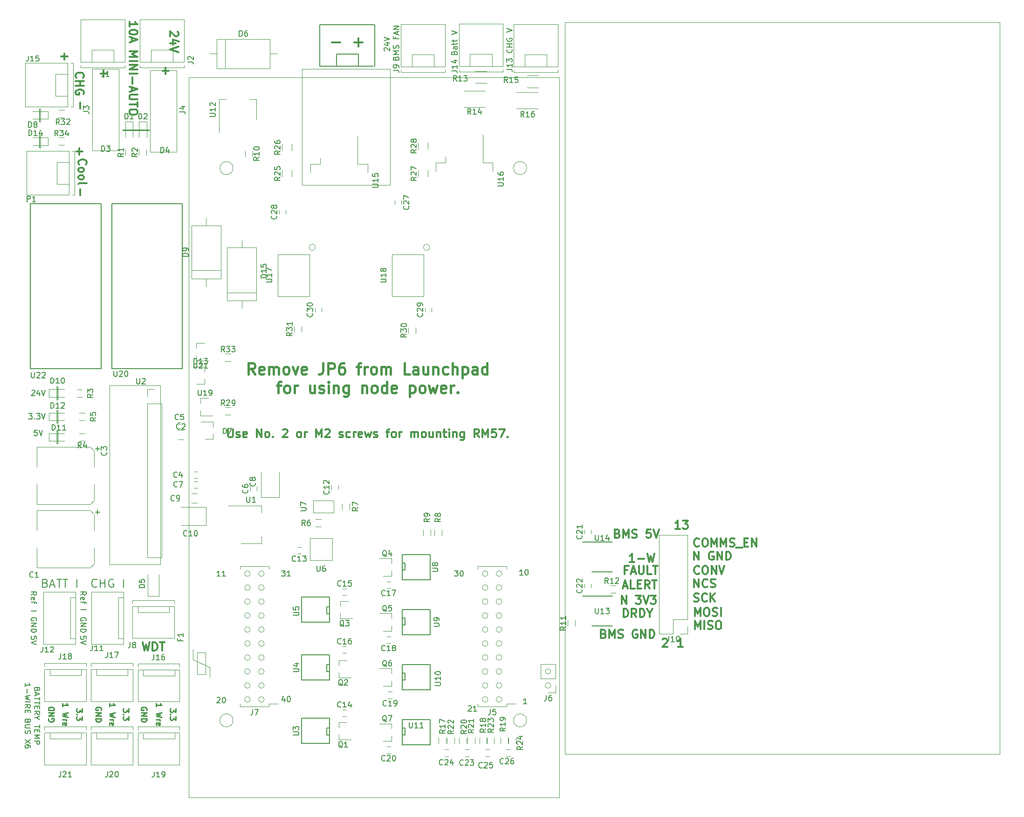
<source format=gbr>
G04 #@! TF.FileFunction,Legend,Top*
%FSLAX46Y46*%
G04 Gerber Fmt 4.6, Leading zero omitted, Abs format (unit mm)*
G04 Created by KiCad (PCBNEW 4.0.6) date 07/17/17 17:34:44*
%MOMM*%
%LPD*%
G01*
G04 APERTURE LIST*
%ADD10C,0.100000*%
%ADD11C,0.300000*%
%ADD12C,0.200000*%
%ADD13C,0.250000*%
%ADD14C,0.400000*%
%ADD15C,0.150000*%
%ADD16C,0.120000*%
G04 APERTURE END LIST*
D10*
D11*
X39957143Y-55328572D02*
X39957143Y-56471429D01*
X39278572Y-48507143D02*
X40421429Y-48507143D01*
X39850000Y-49078571D02*
X39850000Y-47935714D01*
X39814286Y-50864286D02*
X39742857Y-50792857D01*
X39671429Y-50578571D01*
X39671429Y-50435714D01*
X39742857Y-50221429D01*
X39885714Y-50078571D01*
X40028571Y-50007143D01*
X40314286Y-49935714D01*
X40528571Y-49935714D01*
X40814286Y-50007143D01*
X40957143Y-50078571D01*
X41100000Y-50221429D01*
X41171429Y-50435714D01*
X41171429Y-50578571D01*
X41100000Y-50792857D01*
X41028571Y-50864286D01*
X39671429Y-51721429D02*
X39742857Y-51578571D01*
X39814286Y-51507143D01*
X39957143Y-51435714D01*
X40385714Y-51435714D01*
X40528571Y-51507143D01*
X40600000Y-51578571D01*
X40671429Y-51721429D01*
X40671429Y-51935714D01*
X40600000Y-52078571D01*
X40528571Y-52150000D01*
X40385714Y-52221429D01*
X39957143Y-52221429D01*
X39814286Y-52150000D01*
X39742857Y-52078571D01*
X39671429Y-51935714D01*
X39671429Y-51721429D01*
X39671429Y-53078572D02*
X39742857Y-52935714D01*
X39814286Y-52864286D01*
X39957143Y-52792857D01*
X40385714Y-52792857D01*
X40528571Y-52864286D01*
X40600000Y-52935714D01*
X40671429Y-53078572D01*
X40671429Y-53292857D01*
X40600000Y-53435714D01*
X40528571Y-53507143D01*
X40385714Y-53578572D01*
X39957143Y-53578572D01*
X39814286Y-53507143D01*
X39742857Y-53435714D01*
X39671429Y-53292857D01*
X39671429Y-53078572D01*
X39671429Y-54435715D02*
X39742857Y-54292857D01*
X39885714Y-54221429D01*
X41171429Y-54221429D01*
D12*
X95297619Y-30190476D02*
X95250000Y-30142857D01*
X95202381Y-30047619D01*
X95202381Y-29809523D01*
X95250000Y-29714285D01*
X95297619Y-29666666D01*
X95392857Y-29619047D01*
X95488095Y-29619047D01*
X95630952Y-29666666D01*
X96202381Y-30238095D01*
X96202381Y-29619047D01*
X95535714Y-28761904D02*
X96202381Y-28761904D01*
X95154762Y-29000000D02*
X95869048Y-29238095D01*
X95869048Y-28619047D01*
X95202381Y-28380952D02*
X96202381Y-28047619D01*
X95202381Y-27714285D01*
X83500000Y-25500000D02*
X83500000Y-33000000D01*
X93250000Y-33000000D02*
X83500000Y-33000000D01*
X93500000Y-25500000D02*
X83500000Y-25500000D01*
X93500000Y-33000000D02*
X93500000Y-25500000D01*
D11*
X145771429Y-137121429D02*
X145842858Y-137050000D01*
X145985715Y-136978571D01*
X146342858Y-136978571D01*
X146485715Y-137050000D01*
X146557144Y-137121429D01*
X146628572Y-137264286D01*
X146628572Y-137407143D01*
X146557144Y-137621429D01*
X145700001Y-138478571D01*
X146628572Y-138478571D01*
X148914286Y-117078571D02*
X148057143Y-117078571D01*
X148485715Y-117078571D02*
X148485715Y-115578571D01*
X148342858Y-115792857D01*
X148200000Y-115935714D01*
X148057143Y-116007143D01*
X149414286Y-115578571D02*
X150342857Y-115578571D01*
X149842857Y-116150000D01*
X150057143Y-116150000D01*
X150200000Y-116221429D01*
X150271429Y-116292857D01*
X150342857Y-116435714D01*
X150342857Y-116792857D01*
X150271429Y-116935714D01*
X150200000Y-117007143D01*
X150057143Y-117078571D01*
X149628571Y-117078571D01*
X149485714Y-117007143D01*
X149414286Y-116935714D01*
X149428572Y-138478571D02*
X148571429Y-138478571D01*
X149000001Y-138478571D02*
X149000001Y-136978571D01*
X148857144Y-137192857D01*
X148714286Y-137335714D01*
X148571429Y-137407143D01*
X152414286Y-120135714D02*
X152342857Y-120207143D01*
X152128571Y-120278571D01*
X151985714Y-120278571D01*
X151771429Y-120207143D01*
X151628571Y-120064286D01*
X151557143Y-119921429D01*
X151485714Y-119635714D01*
X151485714Y-119421429D01*
X151557143Y-119135714D01*
X151628571Y-118992857D01*
X151771429Y-118850000D01*
X151985714Y-118778571D01*
X152128571Y-118778571D01*
X152342857Y-118850000D01*
X152414286Y-118921429D01*
X153342857Y-118778571D02*
X153628571Y-118778571D01*
X153771429Y-118850000D01*
X153914286Y-118992857D01*
X153985714Y-119278571D01*
X153985714Y-119778571D01*
X153914286Y-120064286D01*
X153771429Y-120207143D01*
X153628571Y-120278571D01*
X153342857Y-120278571D01*
X153200000Y-120207143D01*
X153057143Y-120064286D01*
X152985714Y-119778571D01*
X152985714Y-119278571D01*
X153057143Y-118992857D01*
X153200000Y-118850000D01*
X153342857Y-118778571D01*
X154628572Y-120278571D02*
X154628572Y-118778571D01*
X155128572Y-119850000D01*
X155628572Y-118778571D01*
X155628572Y-120278571D01*
X156342858Y-120278571D02*
X156342858Y-118778571D01*
X156842858Y-119850000D01*
X157342858Y-118778571D01*
X157342858Y-120278571D01*
X157985715Y-120207143D02*
X158200001Y-120278571D01*
X158557144Y-120278571D01*
X158700001Y-120207143D01*
X158771430Y-120135714D01*
X158842858Y-119992857D01*
X158842858Y-119850000D01*
X158771430Y-119707143D01*
X158700001Y-119635714D01*
X158557144Y-119564286D01*
X158271430Y-119492857D01*
X158128572Y-119421429D01*
X158057144Y-119350000D01*
X157985715Y-119207143D01*
X157985715Y-119064286D01*
X158057144Y-118921429D01*
X158128572Y-118850000D01*
X158271430Y-118778571D01*
X158628572Y-118778571D01*
X158842858Y-118850000D01*
X159128572Y-120421429D02*
X160271429Y-120421429D01*
X160628572Y-119492857D02*
X161128572Y-119492857D01*
X161342858Y-120278571D02*
X160628572Y-120278571D01*
X160628572Y-118778571D01*
X161342858Y-118778571D01*
X161985715Y-120278571D02*
X161985715Y-118778571D01*
X162842858Y-120278571D01*
X162842858Y-118778571D01*
X151514286Y-122678571D02*
X151514286Y-121178571D01*
X152371429Y-122678571D01*
X152371429Y-121178571D01*
X155014286Y-121250000D02*
X154871429Y-121178571D01*
X154657143Y-121178571D01*
X154442858Y-121250000D01*
X154300000Y-121392857D01*
X154228572Y-121535714D01*
X154157143Y-121821429D01*
X154157143Y-122035714D01*
X154228572Y-122321429D01*
X154300000Y-122464286D01*
X154442858Y-122607143D01*
X154657143Y-122678571D01*
X154800000Y-122678571D01*
X155014286Y-122607143D01*
X155085715Y-122535714D01*
X155085715Y-122035714D01*
X154800000Y-122035714D01*
X155728572Y-122678571D02*
X155728572Y-121178571D01*
X156585715Y-122678571D01*
X156585715Y-121178571D01*
X157300001Y-122678571D02*
X157300001Y-121178571D01*
X157657144Y-121178571D01*
X157871429Y-121250000D01*
X158014287Y-121392857D01*
X158085715Y-121535714D01*
X158157144Y-121821429D01*
X158157144Y-122035714D01*
X158085715Y-122321429D01*
X158014287Y-122464286D01*
X157871429Y-122607143D01*
X157657144Y-122678571D01*
X157300001Y-122678571D01*
X152450000Y-125135714D02*
X152378571Y-125207143D01*
X152164285Y-125278571D01*
X152021428Y-125278571D01*
X151807143Y-125207143D01*
X151664285Y-125064286D01*
X151592857Y-124921429D01*
X151521428Y-124635714D01*
X151521428Y-124421429D01*
X151592857Y-124135714D01*
X151664285Y-123992857D01*
X151807143Y-123850000D01*
X152021428Y-123778571D01*
X152164285Y-123778571D01*
X152378571Y-123850000D01*
X152450000Y-123921429D01*
X153378571Y-123778571D02*
X153664285Y-123778571D01*
X153807143Y-123850000D01*
X153950000Y-123992857D01*
X154021428Y-124278571D01*
X154021428Y-124778571D01*
X153950000Y-125064286D01*
X153807143Y-125207143D01*
X153664285Y-125278571D01*
X153378571Y-125278571D01*
X153235714Y-125207143D01*
X153092857Y-125064286D01*
X153021428Y-124778571D01*
X153021428Y-124278571D01*
X153092857Y-123992857D01*
X153235714Y-123850000D01*
X153378571Y-123778571D01*
X154664286Y-125278571D02*
X154664286Y-123778571D01*
X155521429Y-125278571D01*
X155521429Y-123778571D01*
X156021429Y-123778571D02*
X156521429Y-125278571D01*
X157021429Y-123778571D01*
X151507143Y-127678571D02*
X151507143Y-126178571D01*
X152364286Y-127678571D01*
X152364286Y-126178571D01*
X153935715Y-127535714D02*
X153864286Y-127607143D01*
X153650000Y-127678571D01*
X153507143Y-127678571D01*
X153292858Y-127607143D01*
X153150000Y-127464286D01*
X153078572Y-127321429D01*
X153007143Y-127035714D01*
X153007143Y-126821429D01*
X153078572Y-126535714D01*
X153150000Y-126392857D01*
X153292858Y-126250000D01*
X153507143Y-126178571D01*
X153650000Y-126178571D01*
X153864286Y-126250000D01*
X153935715Y-126321429D01*
X154507143Y-127607143D02*
X154721429Y-127678571D01*
X155078572Y-127678571D01*
X155221429Y-127607143D01*
X155292858Y-127535714D01*
X155364286Y-127392857D01*
X155364286Y-127250000D01*
X155292858Y-127107143D01*
X155221429Y-127035714D01*
X155078572Y-126964286D01*
X154792858Y-126892857D01*
X154650000Y-126821429D01*
X154578572Y-126750000D01*
X154507143Y-126607143D01*
X154507143Y-126464286D01*
X154578572Y-126321429D01*
X154650000Y-126250000D01*
X154792858Y-126178571D01*
X155150000Y-126178571D01*
X155364286Y-126250000D01*
X151471429Y-130207143D02*
X151685715Y-130278571D01*
X152042858Y-130278571D01*
X152185715Y-130207143D01*
X152257144Y-130135714D01*
X152328572Y-129992857D01*
X152328572Y-129850000D01*
X152257144Y-129707143D01*
X152185715Y-129635714D01*
X152042858Y-129564286D01*
X151757144Y-129492857D01*
X151614286Y-129421429D01*
X151542858Y-129350000D01*
X151471429Y-129207143D01*
X151471429Y-129064286D01*
X151542858Y-128921429D01*
X151614286Y-128850000D01*
X151757144Y-128778571D01*
X152114286Y-128778571D01*
X152328572Y-128850000D01*
X153828572Y-130135714D02*
X153757143Y-130207143D01*
X153542857Y-130278571D01*
X153400000Y-130278571D01*
X153185715Y-130207143D01*
X153042857Y-130064286D01*
X152971429Y-129921429D01*
X152900000Y-129635714D01*
X152900000Y-129421429D01*
X152971429Y-129135714D01*
X153042857Y-128992857D01*
X153185715Y-128850000D01*
X153400000Y-128778571D01*
X153542857Y-128778571D01*
X153757143Y-128850000D01*
X153828572Y-128921429D01*
X154471429Y-130278571D02*
X154471429Y-128778571D01*
X155328572Y-130278571D02*
X154685715Y-129421429D01*
X155328572Y-128778571D02*
X154471429Y-129635714D01*
X151642857Y-132878571D02*
X151642857Y-131378571D01*
X152142857Y-132450000D01*
X152642857Y-131378571D01*
X152642857Y-132878571D01*
X153642857Y-131378571D02*
X153928571Y-131378571D01*
X154071429Y-131450000D01*
X154214286Y-131592857D01*
X154285714Y-131878571D01*
X154285714Y-132378571D01*
X154214286Y-132664286D01*
X154071429Y-132807143D01*
X153928571Y-132878571D01*
X153642857Y-132878571D01*
X153500000Y-132807143D01*
X153357143Y-132664286D01*
X153285714Y-132378571D01*
X153285714Y-131878571D01*
X153357143Y-131592857D01*
X153500000Y-131450000D01*
X153642857Y-131378571D01*
X154857143Y-132807143D02*
X155071429Y-132878571D01*
X155428572Y-132878571D01*
X155571429Y-132807143D01*
X155642858Y-132735714D01*
X155714286Y-132592857D01*
X155714286Y-132450000D01*
X155642858Y-132307143D01*
X155571429Y-132235714D01*
X155428572Y-132164286D01*
X155142858Y-132092857D01*
X155000000Y-132021429D01*
X154928572Y-131950000D01*
X154857143Y-131807143D01*
X154857143Y-131664286D01*
X154928572Y-131521429D01*
X155000000Y-131450000D01*
X155142858Y-131378571D01*
X155500000Y-131378571D01*
X155714286Y-131450000D01*
X156357143Y-132878571D02*
X156357143Y-131378571D01*
X151642857Y-135278571D02*
X151642857Y-133778571D01*
X152142857Y-134850000D01*
X152642857Y-133778571D01*
X152642857Y-135278571D01*
X153357143Y-135278571D02*
X153357143Y-133778571D01*
X154000000Y-135207143D02*
X154214286Y-135278571D01*
X154571429Y-135278571D01*
X154714286Y-135207143D01*
X154785715Y-135135714D01*
X154857143Y-134992857D01*
X154857143Y-134850000D01*
X154785715Y-134707143D01*
X154714286Y-134635714D01*
X154571429Y-134564286D01*
X154285715Y-134492857D01*
X154142857Y-134421429D01*
X154071429Y-134350000D01*
X154000000Y-134207143D01*
X154000000Y-134064286D01*
X154071429Y-133921429D01*
X154142857Y-133850000D01*
X154285715Y-133778571D01*
X154642857Y-133778571D01*
X154857143Y-133850000D01*
X155785714Y-133778571D02*
X156071428Y-133778571D01*
X156214286Y-133850000D01*
X156357143Y-133992857D01*
X156428571Y-134278571D01*
X156428571Y-134778571D01*
X156357143Y-135064286D01*
X156214286Y-135207143D01*
X156071428Y-135278571D01*
X155785714Y-135278571D01*
X155642857Y-135207143D01*
X155500000Y-135064286D01*
X155428571Y-134778571D01*
X155428571Y-134278571D01*
X155500000Y-133992857D01*
X155642857Y-133850000D01*
X155785714Y-133778571D01*
X137607144Y-117892857D02*
X137821430Y-117964286D01*
X137892858Y-118035714D01*
X137964287Y-118178571D01*
X137964287Y-118392857D01*
X137892858Y-118535714D01*
X137821430Y-118607143D01*
X137678572Y-118678571D01*
X137107144Y-118678571D01*
X137107144Y-117178571D01*
X137607144Y-117178571D01*
X137750001Y-117250000D01*
X137821430Y-117321429D01*
X137892858Y-117464286D01*
X137892858Y-117607143D01*
X137821430Y-117750000D01*
X137750001Y-117821429D01*
X137607144Y-117892857D01*
X137107144Y-117892857D01*
X138607144Y-118678571D02*
X138607144Y-117178571D01*
X139107144Y-118250000D01*
X139607144Y-117178571D01*
X139607144Y-118678571D01*
X140250001Y-118607143D02*
X140464287Y-118678571D01*
X140821430Y-118678571D01*
X140964287Y-118607143D01*
X141035716Y-118535714D01*
X141107144Y-118392857D01*
X141107144Y-118250000D01*
X141035716Y-118107143D01*
X140964287Y-118035714D01*
X140821430Y-117964286D01*
X140535716Y-117892857D01*
X140392858Y-117821429D01*
X140321430Y-117750000D01*
X140250001Y-117607143D01*
X140250001Y-117464286D01*
X140321430Y-117321429D01*
X140392858Y-117250000D01*
X140535716Y-117178571D01*
X140892858Y-117178571D01*
X141107144Y-117250000D01*
X143607144Y-117178571D02*
X142892858Y-117178571D01*
X142821429Y-117892857D01*
X142892858Y-117821429D01*
X143035715Y-117750000D01*
X143392858Y-117750000D01*
X143535715Y-117821429D01*
X143607144Y-117892857D01*
X143678572Y-118035714D01*
X143678572Y-118392857D01*
X143607144Y-118535714D01*
X143535715Y-118607143D01*
X143392858Y-118678571D01*
X143035715Y-118678571D01*
X142892858Y-118607143D01*
X142821429Y-118535714D01*
X144107143Y-117178571D02*
X144607143Y-118678571D01*
X145107143Y-117178571D01*
X140642857Y-123078571D02*
X139785714Y-123078571D01*
X140214286Y-123078571D02*
X140214286Y-121578571D01*
X140071429Y-121792857D01*
X139928571Y-121935714D01*
X139785714Y-122007143D01*
X141285714Y-122507143D02*
X142428571Y-122507143D01*
X143000000Y-121578571D02*
X143357143Y-123078571D01*
X143642857Y-122007143D01*
X143928571Y-123078571D01*
X144285714Y-121578571D01*
X139407143Y-124492857D02*
X138907143Y-124492857D01*
X138907143Y-125278571D02*
X138907143Y-123778571D01*
X139621429Y-123778571D01*
X140121428Y-124850000D02*
X140835714Y-124850000D01*
X139978571Y-125278571D02*
X140478571Y-123778571D01*
X140978571Y-125278571D01*
X141478571Y-123778571D02*
X141478571Y-124992857D01*
X141549999Y-125135714D01*
X141621428Y-125207143D01*
X141764285Y-125278571D01*
X142049999Y-125278571D01*
X142192857Y-125207143D01*
X142264285Y-125135714D01*
X142335714Y-124992857D01*
X142335714Y-123778571D01*
X143764286Y-125278571D02*
X143050000Y-125278571D01*
X143050000Y-123778571D01*
X144050000Y-123778571D02*
X144907143Y-123778571D01*
X144478572Y-125278571D02*
X144478572Y-123778571D01*
X138635714Y-127450000D02*
X139350000Y-127450000D01*
X138492857Y-127878571D02*
X138992857Y-126378571D01*
X139492857Y-127878571D01*
X140707143Y-127878571D02*
X139992857Y-127878571D01*
X139992857Y-126378571D01*
X141207143Y-127092857D02*
X141707143Y-127092857D01*
X141921429Y-127878571D02*
X141207143Y-127878571D01*
X141207143Y-126378571D01*
X141921429Y-126378571D01*
X143421429Y-127878571D02*
X142921429Y-127164286D01*
X142564286Y-127878571D02*
X142564286Y-126378571D01*
X143135714Y-126378571D01*
X143278572Y-126450000D01*
X143350000Y-126521429D01*
X143421429Y-126664286D01*
X143421429Y-126878571D01*
X143350000Y-127021429D01*
X143278572Y-127092857D01*
X143135714Y-127164286D01*
X142564286Y-127164286D01*
X143850000Y-126378571D02*
X144707143Y-126378571D01*
X144278572Y-127878571D02*
X144278572Y-126378571D01*
X138328572Y-130678571D02*
X138328572Y-129178571D01*
X139185715Y-130678571D01*
X139185715Y-129178571D01*
X140900001Y-129178571D02*
X141828572Y-129178571D01*
X141328572Y-129750000D01*
X141542858Y-129750000D01*
X141685715Y-129821429D01*
X141757144Y-129892857D01*
X141828572Y-130035714D01*
X141828572Y-130392857D01*
X141757144Y-130535714D01*
X141685715Y-130607143D01*
X141542858Y-130678571D01*
X141114286Y-130678571D01*
X140971429Y-130607143D01*
X140900001Y-130535714D01*
X142257143Y-129178571D02*
X142757143Y-130678571D01*
X143257143Y-129178571D01*
X143614286Y-129178571D02*
X144542857Y-129178571D01*
X144042857Y-129750000D01*
X144257143Y-129750000D01*
X144400000Y-129821429D01*
X144471429Y-129892857D01*
X144542857Y-130035714D01*
X144542857Y-130392857D01*
X144471429Y-130535714D01*
X144400000Y-130607143D01*
X144257143Y-130678571D01*
X143828571Y-130678571D01*
X143685714Y-130607143D01*
X143614286Y-130535714D01*
X138664286Y-133078571D02*
X138664286Y-131578571D01*
X139021429Y-131578571D01*
X139235714Y-131650000D01*
X139378572Y-131792857D01*
X139450000Y-131935714D01*
X139521429Y-132221429D01*
X139521429Y-132435714D01*
X139450000Y-132721429D01*
X139378572Y-132864286D01*
X139235714Y-133007143D01*
X139021429Y-133078571D01*
X138664286Y-133078571D01*
X141021429Y-133078571D02*
X140521429Y-132364286D01*
X140164286Y-133078571D02*
X140164286Y-131578571D01*
X140735714Y-131578571D01*
X140878572Y-131650000D01*
X140950000Y-131721429D01*
X141021429Y-131864286D01*
X141021429Y-132078571D01*
X140950000Y-132221429D01*
X140878572Y-132292857D01*
X140735714Y-132364286D01*
X140164286Y-132364286D01*
X141664286Y-133078571D02*
X141664286Y-131578571D01*
X142021429Y-131578571D01*
X142235714Y-131650000D01*
X142378572Y-131792857D01*
X142450000Y-131935714D01*
X142521429Y-132221429D01*
X142521429Y-132435714D01*
X142450000Y-132721429D01*
X142378572Y-132864286D01*
X142235714Y-133007143D01*
X142021429Y-133078571D01*
X141664286Y-133078571D01*
X143450000Y-132364286D02*
X143450000Y-133078571D01*
X142950000Y-131578571D02*
X143450000Y-132364286D01*
X143950000Y-131578571D01*
X135078572Y-136092857D02*
X135292858Y-136164286D01*
X135364286Y-136235714D01*
X135435715Y-136378571D01*
X135435715Y-136592857D01*
X135364286Y-136735714D01*
X135292858Y-136807143D01*
X135150000Y-136878571D01*
X134578572Y-136878571D01*
X134578572Y-135378571D01*
X135078572Y-135378571D01*
X135221429Y-135450000D01*
X135292858Y-135521429D01*
X135364286Y-135664286D01*
X135364286Y-135807143D01*
X135292858Y-135950000D01*
X135221429Y-136021429D01*
X135078572Y-136092857D01*
X134578572Y-136092857D01*
X136078572Y-136878571D02*
X136078572Y-135378571D01*
X136578572Y-136450000D01*
X137078572Y-135378571D01*
X137078572Y-136878571D01*
X137721429Y-136807143D02*
X137935715Y-136878571D01*
X138292858Y-136878571D01*
X138435715Y-136807143D01*
X138507144Y-136735714D01*
X138578572Y-136592857D01*
X138578572Y-136450000D01*
X138507144Y-136307143D01*
X138435715Y-136235714D01*
X138292858Y-136164286D01*
X138007144Y-136092857D01*
X137864286Y-136021429D01*
X137792858Y-135950000D01*
X137721429Y-135807143D01*
X137721429Y-135664286D01*
X137792858Y-135521429D01*
X137864286Y-135450000D01*
X138007144Y-135378571D01*
X138364286Y-135378571D01*
X138578572Y-135450000D01*
X141150000Y-135450000D02*
X141007143Y-135378571D01*
X140792857Y-135378571D01*
X140578572Y-135450000D01*
X140435714Y-135592857D01*
X140364286Y-135735714D01*
X140292857Y-136021429D01*
X140292857Y-136235714D01*
X140364286Y-136521429D01*
X140435714Y-136664286D01*
X140578572Y-136807143D01*
X140792857Y-136878571D01*
X140935714Y-136878571D01*
X141150000Y-136807143D01*
X141221429Y-136735714D01*
X141221429Y-136235714D01*
X140935714Y-136235714D01*
X141864286Y-136878571D02*
X141864286Y-135378571D01*
X142721429Y-136878571D01*
X142721429Y-135378571D01*
X143435715Y-136878571D02*
X143435715Y-135378571D01*
X143792858Y-135378571D01*
X144007143Y-135450000D01*
X144150001Y-135592857D01*
X144221429Y-135735714D01*
X144292858Y-136021429D01*
X144292858Y-136235714D01*
X144221429Y-136521429D01*
X144150001Y-136664286D01*
X144007143Y-136807143D01*
X143792858Y-136878571D01*
X143435715Y-136878571D01*
D12*
X86550000Y-30800000D02*
X86550000Y-33000000D01*
X90550000Y-30800000D02*
X86550000Y-30800000D01*
X90550000Y-33000000D02*
X90550000Y-30800000D01*
D11*
X85738095Y-28642857D02*
X87261905Y-28642857D01*
X89738095Y-28642857D02*
X91261905Y-28642857D01*
X90500000Y-29404762D02*
X90500000Y-27880952D01*
D12*
X97328571Y-31538095D02*
X97376190Y-31395238D01*
X97423810Y-31347619D01*
X97519048Y-31300000D01*
X97661905Y-31300000D01*
X97757143Y-31347619D01*
X97804762Y-31395238D01*
X97852381Y-31490476D01*
X97852381Y-31871429D01*
X96852381Y-31871429D01*
X96852381Y-31538095D01*
X96900000Y-31442857D01*
X96947619Y-31395238D01*
X97042857Y-31347619D01*
X97138095Y-31347619D01*
X97233333Y-31395238D01*
X97280952Y-31442857D01*
X97328571Y-31538095D01*
X97328571Y-31871429D01*
X97852381Y-30871429D02*
X96852381Y-30871429D01*
X97566667Y-30538095D01*
X96852381Y-30204762D01*
X97852381Y-30204762D01*
X97804762Y-29776191D02*
X97852381Y-29633334D01*
X97852381Y-29395238D01*
X97804762Y-29300000D01*
X97757143Y-29252381D01*
X97661905Y-29204762D01*
X97566667Y-29204762D01*
X97471429Y-29252381D01*
X97423810Y-29300000D01*
X97376190Y-29395238D01*
X97328571Y-29585715D01*
X97280952Y-29680953D01*
X97233333Y-29728572D01*
X97138095Y-29776191D01*
X97042857Y-29776191D01*
X96947619Y-29728572D01*
X96900000Y-29680953D01*
X96852381Y-29585715D01*
X96852381Y-29347619D01*
X96900000Y-29204762D01*
X97328571Y-27680952D02*
X97328571Y-28014286D01*
X97852381Y-28014286D02*
X96852381Y-28014286D01*
X96852381Y-27538095D01*
X97566667Y-27204762D02*
X97566667Y-26728571D01*
X97852381Y-27300000D02*
X96852381Y-26966667D01*
X97852381Y-26633333D01*
X97852381Y-26300000D02*
X96852381Y-26300000D01*
X97852381Y-25728571D01*
X96852381Y-25728571D01*
X107928571Y-30561905D02*
X107976190Y-30419048D01*
X108023810Y-30371429D01*
X108119048Y-30323810D01*
X108261905Y-30323810D01*
X108357143Y-30371429D01*
X108404762Y-30419048D01*
X108452381Y-30514286D01*
X108452381Y-30895239D01*
X107452381Y-30895239D01*
X107452381Y-30561905D01*
X107500000Y-30466667D01*
X107547619Y-30419048D01*
X107642857Y-30371429D01*
X107738095Y-30371429D01*
X107833333Y-30419048D01*
X107880952Y-30466667D01*
X107928571Y-30561905D01*
X107928571Y-30895239D01*
X108452381Y-29466667D02*
X107928571Y-29466667D01*
X107833333Y-29514286D01*
X107785714Y-29609524D01*
X107785714Y-29800001D01*
X107833333Y-29895239D01*
X108404762Y-29466667D02*
X108452381Y-29561905D01*
X108452381Y-29800001D01*
X108404762Y-29895239D01*
X108309524Y-29942858D01*
X108214286Y-29942858D01*
X108119048Y-29895239D01*
X108071429Y-29800001D01*
X108071429Y-29561905D01*
X108023810Y-29466667D01*
X107785714Y-29133334D02*
X107785714Y-28752382D01*
X107452381Y-28990477D02*
X108309524Y-28990477D01*
X108404762Y-28942858D01*
X108452381Y-28847620D01*
X108452381Y-28752382D01*
X107785714Y-28561905D02*
X107785714Y-28180953D01*
X107452381Y-28419048D02*
X108309524Y-28419048D01*
X108404762Y-28371429D01*
X108452381Y-28276191D01*
X108452381Y-28180953D01*
X107452381Y-27228571D02*
X108452381Y-26895238D01*
X107452381Y-26561904D01*
X118357143Y-29923809D02*
X118404762Y-29971428D01*
X118452381Y-30114285D01*
X118452381Y-30209523D01*
X118404762Y-30352381D01*
X118309524Y-30447619D01*
X118214286Y-30495238D01*
X118023810Y-30542857D01*
X117880952Y-30542857D01*
X117690476Y-30495238D01*
X117595238Y-30447619D01*
X117500000Y-30352381D01*
X117452381Y-30209523D01*
X117452381Y-30114285D01*
X117500000Y-29971428D01*
X117547619Y-29923809D01*
X118452381Y-29495238D02*
X117452381Y-29495238D01*
X117928571Y-29495238D02*
X117928571Y-28923809D01*
X118452381Y-28923809D02*
X117452381Y-28923809D01*
X117500000Y-27923809D02*
X117452381Y-28019047D01*
X117452381Y-28161904D01*
X117500000Y-28304762D01*
X117595238Y-28400000D01*
X117690476Y-28447619D01*
X117880952Y-28495238D01*
X118023810Y-28495238D01*
X118214286Y-28447619D01*
X118309524Y-28400000D01*
X118404762Y-28304762D01*
X118452381Y-28161904D01*
X118452381Y-28066666D01*
X118404762Y-27923809D01*
X118357143Y-27876190D01*
X118023810Y-27876190D01*
X118023810Y-28066666D01*
X117452381Y-26828571D02*
X118452381Y-26495238D01*
X117452381Y-26161904D01*
X64838095Y-147747619D02*
X64885714Y-147700000D01*
X64980952Y-147652381D01*
X65219048Y-147652381D01*
X65314286Y-147700000D01*
X65361905Y-147747619D01*
X65409524Y-147842857D01*
X65409524Y-147938095D01*
X65361905Y-148080952D01*
X64790476Y-148652381D01*
X65409524Y-148652381D01*
X66028571Y-147652381D02*
X66123810Y-147652381D01*
X66219048Y-147700000D01*
X66266667Y-147747619D01*
X66314286Y-147842857D01*
X66361905Y-148033333D01*
X66361905Y-148271429D01*
X66314286Y-148461905D01*
X66266667Y-148557143D01*
X66219048Y-148604762D01*
X66123810Y-148652381D01*
X66028571Y-148652381D01*
X65933333Y-148604762D01*
X65885714Y-148557143D01*
X65838095Y-148461905D01*
X65790476Y-148271429D01*
X65790476Y-148033333D01*
X65838095Y-147842857D01*
X65885714Y-147747619D01*
X65933333Y-147700000D01*
X66028571Y-147652381D01*
X65409524Y-125652381D02*
X64838095Y-125652381D01*
X65123809Y-125652381D02*
X65123809Y-124652381D01*
X65028571Y-124795238D01*
X64933333Y-124890476D01*
X64838095Y-124938095D01*
X66361905Y-125652381D02*
X65790476Y-125652381D01*
X66076190Y-125652381D02*
X66076190Y-124652381D01*
X65980952Y-124795238D01*
X65885714Y-124890476D01*
X65790476Y-124938095D01*
X76590476Y-124652381D02*
X77209524Y-124652381D01*
X76876190Y-125033333D01*
X77019048Y-125033333D01*
X77114286Y-125080952D01*
X77161905Y-125128571D01*
X77209524Y-125223810D01*
X77209524Y-125461905D01*
X77161905Y-125557143D01*
X77114286Y-125604762D01*
X77019048Y-125652381D01*
X76733333Y-125652381D01*
X76638095Y-125604762D01*
X76590476Y-125557143D01*
X78161905Y-125652381D02*
X77590476Y-125652381D01*
X77876190Y-125652381D02*
X77876190Y-124652381D01*
X77780952Y-124795238D01*
X77685714Y-124890476D01*
X77590476Y-124938095D01*
X77114286Y-147785714D02*
X77114286Y-148452381D01*
X76876190Y-147404762D02*
X76638095Y-148119048D01*
X77257143Y-148119048D01*
X77828571Y-147452381D02*
X77923810Y-147452381D01*
X78019048Y-147500000D01*
X78066667Y-147547619D01*
X78114286Y-147642857D01*
X78161905Y-147833333D01*
X78161905Y-148071429D01*
X78114286Y-148261905D01*
X78066667Y-148357143D01*
X78019048Y-148404762D01*
X77923810Y-148452381D01*
X77828571Y-148452381D01*
X77733333Y-148404762D01*
X77685714Y-148357143D01*
X77638095Y-148261905D01*
X77590476Y-148071429D01*
X77590476Y-147833333D01*
X77638095Y-147642857D01*
X77685714Y-147547619D01*
X77733333Y-147500000D01*
X77828571Y-147452381D01*
X110488095Y-149277619D02*
X110535714Y-149230000D01*
X110630952Y-149182381D01*
X110869048Y-149182381D01*
X110964286Y-149230000D01*
X111011905Y-149277619D01*
X111059524Y-149372857D01*
X111059524Y-149468095D01*
X111011905Y-149610952D01*
X110440476Y-150182381D01*
X111059524Y-150182381D01*
X112011905Y-150182381D02*
X111440476Y-150182381D01*
X111726190Y-150182381D02*
X111726190Y-149182381D01*
X111630952Y-149325238D01*
X111535714Y-149420476D01*
X111440476Y-149468095D01*
X107990476Y-124652381D02*
X108609524Y-124652381D01*
X108276190Y-125033333D01*
X108419048Y-125033333D01*
X108514286Y-125080952D01*
X108561905Y-125128571D01*
X108609524Y-125223810D01*
X108609524Y-125461905D01*
X108561905Y-125557143D01*
X108514286Y-125604762D01*
X108419048Y-125652381D01*
X108133333Y-125652381D01*
X108038095Y-125604762D01*
X107990476Y-125557143D01*
X109228571Y-124652381D02*
X109323810Y-124652381D01*
X109419048Y-124700000D01*
X109466667Y-124747619D01*
X109514286Y-124842857D01*
X109561905Y-125033333D01*
X109561905Y-125271429D01*
X109514286Y-125461905D01*
X109466667Y-125557143D01*
X109419048Y-125604762D01*
X109323810Y-125652381D01*
X109228571Y-125652381D01*
X109133333Y-125604762D01*
X109085714Y-125557143D01*
X109038095Y-125461905D01*
X108990476Y-125271429D01*
X108990476Y-125033333D01*
X109038095Y-124842857D01*
X109085714Y-124747619D01*
X109133333Y-124700000D01*
X109228571Y-124652381D01*
X120409524Y-125452381D02*
X119838095Y-125452381D01*
X120123809Y-125452381D02*
X120123809Y-124452381D01*
X120028571Y-124595238D01*
X119933333Y-124690476D01*
X119838095Y-124738095D01*
X121028571Y-124452381D02*
X121123810Y-124452381D01*
X121219048Y-124500000D01*
X121266667Y-124547619D01*
X121314286Y-124642857D01*
X121361905Y-124833333D01*
X121361905Y-125071429D01*
X121314286Y-125261905D01*
X121266667Y-125357143D01*
X121219048Y-125404762D01*
X121123810Y-125452381D01*
X121028571Y-125452381D01*
X120933333Y-125404762D01*
X120885714Y-125357143D01*
X120838095Y-125261905D01*
X120790476Y-125071429D01*
X120790476Y-124833333D01*
X120838095Y-124642857D01*
X120885714Y-124547619D01*
X120933333Y-124500000D01*
X121028571Y-124452381D01*
X121085715Y-148852381D02*
X120514286Y-148852381D01*
X120800000Y-148852381D02*
X120800000Y-147852381D01*
X120704762Y-147995238D01*
X120609524Y-148090476D01*
X120514286Y-148138095D01*
D11*
X51285715Y-137678571D02*
X51642858Y-139178571D01*
X51928572Y-138107143D01*
X52214286Y-139178571D01*
X52571429Y-137678571D01*
X53142858Y-139178571D02*
X53142858Y-137678571D01*
X53500001Y-137678571D01*
X53714286Y-137750000D01*
X53857144Y-137892857D01*
X53928572Y-138035714D01*
X54000001Y-138321429D01*
X54000001Y-138535714D01*
X53928572Y-138821429D01*
X53857144Y-138964286D01*
X53714286Y-139107143D01*
X53500001Y-139178571D01*
X53142858Y-139178571D01*
X54428572Y-137678571D02*
X55285715Y-137678571D01*
X54857144Y-139178571D02*
X54857144Y-137678571D01*
D12*
X31047619Y-129095238D02*
X31523810Y-128761904D01*
X31047619Y-128523809D02*
X32047619Y-128523809D01*
X32047619Y-128904762D01*
X32000000Y-129000000D01*
X31952381Y-129047619D01*
X31857143Y-129095238D01*
X31714286Y-129095238D01*
X31619048Y-129047619D01*
X31571429Y-129000000D01*
X31523810Y-128904762D01*
X31523810Y-128523809D01*
X31095238Y-129904762D02*
X31047619Y-129809524D01*
X31047619Y-129619047D01*
X31095238Y-129523809D01*
X31190476Y-129476190D01*
X31571429Y-129476190D01*
X31666667Y-129523809D01*
X31714286Y-129619047D01*
X31714286Y-129809524D01*
X31666667Y-129904762D01*
X31571429Y-129952381D01*
X31476190Y-129952381D01*
X31380952Y-129476190D01*
X31714286Y-130238095D02*
X31714286Y-130619047D01*
X31047619Y-130380952D02*
X31904762Y-130380952D01*
X32000000Y-130428571D01*
X32047619Y-130523809D01*
X32047619Y-130619047D01*
X40047619Y-129095238D02*
X40523810Y-128761904D01*
X40047619Y-128523809D02*
X41047619Y-128523809D01*
X41047619Y-128904762D01*
X41000000Y-129000000D01*
X40952381Y-129047619D01*
X40857143Y-129095238D01*
X40714286Y-129095238D01*
X40619048Y-129047619D01*
X40571429Y-129000000D01*
X40523810Y-128904762D01*
X40523810Y-128523809D01*
X40095238Y-129904762D02*
X40047619Y-129809524D01*
X40047619Y-129619047D01*
X40095238Y-129523809D01*
X40190476Y-129476190D01*
X40571429Y-129476190D01*
X40666667Y-129523809D01*
X40714286Y-129619047D01*
X40714286Y-129809524D01*
X40666667Y-129904762D01*
X40571429Y-129952381D01*
X40476190Y-129952381D01*
X40380952Y-129476190D01*
X40714286Y-130238095D02*
X40714286Y-130619047D01*
X40047619Y-130380952D02*
X40904762Y-130380952D01*
X41000000Y-130428571D01*
X41047619Y-130523809D01*
X41047619Y-130619047D01*
X40047619Y-131750000D02*
X41047619Y-131750000D01*
X31047619Y-132000000D02*
X32047619Y-132000000D01*
X32000000Y-133738096D02*
X32047619Y-133642858D01*
X32047619Y-133500001D01*
X32000000Y-133357143D01*
X31904762Y-133261905D01*
X31809524Y-133214286D01*
X31619048Y-133166667D01*
X31476190Y-133166667D01*
X31285714Y-133214286D01*
X31190476Y-133261905D01*
X31095238Y-133357143D01*
X31047619Y-133500001D01*
X31047619Y-133595239D01*
X31095238Y-133738096D01*
X31142857Y-133785715D01*
X31476190Y-133785715D01*
X31476190Y-133595239D01*
X31047619Y-134214286D02*
X32047619Y-134214286D01*
X31047619Y-134785715D01*
X32047619Y-134785715D01*
X31047619Y-135261905D02*
X32047619Y-135261905D01*
X32047619Y-135500000D01*
X32000000Y-135642858D01*
X31904762Y-135738096D01*
X31809524Y-135785715D01*
X31619048Y-135833334D01*
X31476190Y-135833334D01*
X31285714Y-135785715D01*
X31190476Y-135738096D01*
X31095238Y-135642858D01*
X31047619Y-135500000D01*
X31047619Y-135261905D01*
X41000000Y-133738096D02*
X41047619Y-133642858D01*
X41047619Y-133500001D01*
X41000000Y-133357143D01*
X40904762Y-133261905D01*
X40809524Y-133214286D01*
X40619048Y-133166667D01*
X40476190Y-133166667D01*
X40285714Y-133214286D01*
X40190476Y-133261905D01*
X40095238Y-133357143D01*
X40047619Y-133500001D01*
X40047619Y-133595239D01*
X40095238Y-133738096D01*
X40142857Y-133785715D01*
X40476190Y-133785715D01*
X40476190Y-133595239D01*
X40047619Y-134214286D02*
X41047619Y-134214286D01*
X40047619Y-134785715D01*
X41047619Y-134785715D01*
X40047619Y-135261905D02*
X41047619Y-135261905D01*
X41047619Y-135500000D01*
X41000000Y-135642858D01*
X40904762Y-135738096D01*
X40809524Y-135785715D01*
X40619048Y-135833334D01*
X40476190Y-135833334D01*
X40285714Y-135785715D01*
X40190476Y-135738096D01*
X40095238Y-135642858D01*
X40047619Y-135500000D01*
X40047619Y-135261905D01*
X41047619Y-137059524D02*
X41047619Y-136583333D01*
X40571429Y-136535714D01*
X40619048Y-136583333D01*
X40666667Y-136678571D01*
X40666667Y-136916667D01*
X40619048Y-137011905D01*
X40571429Y-137059524D01*
X40476190Y-137107143D01*
X40238095Y-137107143D01*
X40142857Y-137059524D01*
X40095238Y-137011905D01*
X40047619Y-136916667D01*
X40047619Y-136678571D01*
X40095238Y-136583333D01*
X40142857Y-136535714D01*
X41047619Y-137392857D02*
X40047619Y-137726190D01*
X41047619Y-138059524D01*
X32047619Y-137059524D02*
X32047619Y-136583333D01*
X31571429Y-136535714D01*
X31619048Y-136583333D01*
X31666667Y-136678571D01*
X31666667Y-136916667D01*
X31619048Y-137011905D01*
X31571429Y-137059524D01*
X31476190Y-137107143D01*
X31238095Y-137107143D01*
X31142857Y-137059524D01*
X31095238Y-137011905D01*
X31047619Y-136916667D01*
X31047619Y-136678571D01*
X31095238Y-136583333D01*
X31142857Y-136535714D01*
X32047619Y-137392857D02*
X31047619Y-137726190D01*
X32047619Y-138059524D01*
X43000000Y-127535714D02*
X42928571Y-127607143D01*
X42714285Y-127678571D01*
X42571428Y-127678571D01*
X42357143Y-127607143D01*
X42214285Y-127464286D01*
X42142857Y-127321429D01*
X42071428Y-127035714D01*
X42071428Y-126821429D01*
X42142857Y-126535714D01*
X42214285Y-126392857D01*
X42357143Y-126250000D01*
X42571428Y-126178571D01*
X42714285Y-126178571D01*
X42928571Y-126250000D01*
X43000000Y-126321429D01*
X43642857Y-127678571D02*
X43642857Y-126178571D01*
X43642857Y-126892857D02*
X44500000Y-126892857D01*
X44500000Y-127678571D02*
X44500000Y-126178571D01*
X46000000Y-126250000D02*
X45857143Y-126178571D01*
X45642857Y-126178571D01*
X45428572Y-126250000D01*
X45285714Y-126392857D01*
X45214286Y-126535714D01*
X45142857Y-126821429D01*
X45142857Y-127035714D01*
X45214286Y-127321429D01*
X45285714Y-127464286D01*
X45428572Y-127607143D01*
X45642857Y-127678571D01*
X45785714Y-127678571D01*
X46000000Y-127607143D01*
X46071429Y-127535714D01*
X46071429Y-127035714D01*
X45785714Y-127035714D01*
X47857143Y-127678571D02*
X47857143Y-126178571D01*
X33642858Y-126892857D02*
X33857144Y-126964286D01*
X33928572Y-127035714D01*
X34000001Y-127178571D01*
X34000001Y-127392857D01*
X33928572Y-127535714D01*
X33857144Y-127607143D01*
X33714286Y-127678571D01*
X33142858Y-127678571D01*
X33142858Y-126178571D01*
X33642858Y-126178571D01*
X33785715Y-126250000D01*
X33857144Y-126321429D01*
X33928572Y-126464286D01*
X33928572Y-126607143D01*
X33857144Y-126750000D01*
X33785715Y-126821429D01*
X33642858Y-126892857D01*
X33142858Y-126892857D01*
X34571429Y-127250000D02*
X35285715Y-127250000D01*
X34428572Y-127678571D02*
X34928572Y-126178571D01*
X35428572Y-127678571D01*
X35714286Y-126178571D02*
X36571429Y-126178571D01*
X36142858Y-127678571D02*
X36142858Y-126178571D01*
X36857143Y-126178571D02*
X37714286Y-126178571D01*
X37285715Y-127678571D02*
X37285715Y-126178571D01*
X39357143Y-127678571D02*
X39357143Y-126178571D01*
X32159524Y-99102381D02*
X31683333Y-99102381D01*
X31635714Y-99578571D01*
X31683333Y-99530952D01*
X31778571Y-99483333D01*
X32016667Y-99483333D01*
X32111905Y-99530952D01*
X32159524Y-99578571D01*
X32207143Y-99673810D01*
X32207143Y-99911905D01*
X32159524Y-100007143D01*
X32111905Y-100054762D01*
X32016667Y-100102381D01*
X31778571Y-100102381D01*
X31683333Y-100054762D01*
X31635714Y-100007143D01*
X32492857Y-99102381D02*
X32826190Y-100102381D01*
X33159524Y-99102381D01*
X30623810Y-96102381D02*
X31242858Y-96102381D01*
X30909524Y-96483333D01*
X31052382Y-96483333D01*
X31147620Y-96530952D01*
X31195239Y-96578571D01*
X31242858Y-96673810D01*
X31242858Y-96911905D01*
X31195239Y-97007143D01*
X31147620Y-97054762D01*
X31052382Y-97102381D01*
X30766667Y-97102381D01*
X30671429Y-97054762D01*
X30623810Y-97007143D01*
X31671429Y-97007143D02*
X31719048Y-97054762D01*
X31671429Y-97102381D01*
X31623810Y-97054762D01*
X31671429Y-97007143D01*
X31671429Y-97102381D01*
X32052381Y-96102381D02*
X32671429Y-96102381D01*
X32338095Y-96483333D01*
X32480953Y-96483333D01*
X32576191Y-96530952D01*
X32623810Y-96578571D01*
X32671429Y-96673810D01*
X32671429Y-96911905D01*
X32623810Y-97007143D01*
X32576191Y-97054762D01*
X32480953Y-97102381D01*
X32195238Y-97102381D01*
X32100000Y-97054762D01*
X32052381Y-97007143D01*
X32957143Y-96102381D02*
X33290476Y-97102381D01*
X33623810Y-96102381D01*
X31159524Y-91947619D02*
X31207143Y-91900000D01*
X31302381Y-91852381D01*
X31540477Y-91852381D01*
X31635715Y-91900000D01*
X31683334Y-91947619D01*
X31730953Y-92042857D01*
X31730953Y-92138095D01*
X31683334Y-92280952D01*
X31111905Y-92852381D01*
X31730953Y-92852381D01*
X32588096Y-92185714D02*
X32588096Y-92852381D01*
X32350000Y-91804762D02*
X32111905Y-92519048D01*
X32730953Y-92519048D01*
X32969048Y-91852381D02*
X33302381Y-92852381D01*
X33635715Y-91852381D01*
D11*
X54928572Y-33857143D02*
X56071429Y-33857143D01*
X55500000Y-34428571D02*
X55500000Y-33285714D01*
X43678572Y-34357143D02*
X44821429Y-34357143D01*
X44250000Y-34928571D02*
X44250000Y-33785714D01*
X57678571Y-26714286D02*
X57750000Y-26785715D01*
X57821429Y-26928572D01*
X57821429Y-27285715D01*
X57750000Y-27428572D01*
X57678571Y-27500001D01*
X57535714Y-27571429D01*
X57392857Y-27571429D01*
X57178571Y-27500001D01*
X56321429Y-26642858D01*
X56321429Y-27571429D01*
X57321429Y-28857143D02*
X56321429Y-28857143D01*
X57892857Y-28500000D02*
X56821429Y-28142857D01*
X56821429Y-29071429D01*
X57821429Y-29428571D02*
X56321429Y-29928571D01*
X57821429Y-30428571D01*
X48921429Y-25828571D02*
X48921429Y-24971428D01*
X48921429Y-25400000D02*
X50421429Y-25400000D01*
X50207143Y-25257143D01*
X50064286Y-25114285D01*
X49992857Y-24971428D01*
X50421429Y-26757142D02*
X50421429Y-26899999D01*
X50350000Y-27042856D01*
X50278571Y-27114285D01*
X50135714Y-27185714D01*
X49850000Y-27257142D01*
X49492857Y-27257142D01*
X49207143Y-27185714D01*
X49064286Y-27114285D01*
X48992857Y-27042856D01*
X48921429Y-26899999D01*
X48921429Y-26757142D01*
X48992857Y-26614285D01*
X49064286Y-26542856D01*
X49207143Y-26471428D01*
X49492857Y-26399999D01*
X49850000Y-26399999D01*
X50135714Y-26471428D01*
X50278571Y-26542856D01*
X50350000Y-26614285D01*
X50421429Y-26757142D01*
X49350000Y-27828570D02*
X49350000Y-28542856D01*
X48921429Y-27685713D02*
X50421429Y-28185713D01*
X48921429Y-28685713D01*
X48921429Y-30328570D02*
X50421429Y-30328570D01*
X49350000Y-30828570D01*
X50421429Y-31328570D01*
X48921429Y-31328570D01*
X48921429Y-32042856D02*
X50421429Y-32042856D01*
X48921429Y-32757142D02*
X50421429Y-32757142D01*
X48921429Y-33614285D01*
X50421429Y-33614285D01*
X48921429Y-34328571D02*
X50421429Y-34328571D01*
X49492857Y-35042857D02*
X49492857Y-36185714D01*
X49350000Y-36828571D02*
X49350000Y-37542857D01*
X48921429Y-36685714D02*
X50421429Y-37185714D01*
X48921429Y-37685714D01*
X50421429Y-38185714D02*
X49207143Y-38185714D01*
X49064286Y-38257142D01*
X48992857Y-38328571D01*
X48921429Y-38471428D01*
X48921429Y-38757142D01*
X48992857Y-38900000D01*
X49064286Y-38971428D01*
X49207143Y-39042857D01*
X50421429Y-39042857D01*
X50421429Y-39542857D02*
X50421429Y-40400000D01*
X48921429Y-39971429D02*
X50421429Y-39971429D01*
X50421429Y-41185714D02*
X50421429Y-41471428D01*
X50350000Y-41614286D01*
X50207143Y-41757143D01*
X49921429Y-41828571D01*
X49421429Y-41828571D01*
X49135714Y-41757143D01*
X48992857Y-41614286D01*
X48921429Y-41471428D01*
X48921429Y-41185714D01*
X48992857Y-41042857D01*
X49135714Y-40900000D01*
X49421429Y-40828571D01*
X49921429Y-40828571D01*
X50207143Y-40900000D01*
X50350000Y-41042857D01*
X50421429Y-41185714D01*
X39314286Y-35078572D02*
X39242857Y-35007143D01*
X39171429Y-34792857D01*
X39171429Y-34650000D01*
X39242857Y-34435715D01*
X39385714Y-34292857D01*
X39528571Y-34221429D01*
X39814286Y-34150000D01*
X40028571Y-34150000D01*
X40314286Y-34221429D01*
X40457143Y-34292857D01*
X40600000Y-34435715D01*
X40671429Y-34650000D01*
X40671429Y-34792857D01*
X40600000Y-35007143D01*
X40528571Y-35078572D01*
X39171429Y-35721429D02*
X40671429Y-35721429D01*
X39957143Y-35721429D02*
X39957143Y-36578572D01*
X39171429Y-36578572D02*
X40671429Y-36578572D01*
X40600000Y-38078572D02*
X40671429Y-37935715D01*
X40671429Y-37721429D01*
X40600000Y-37507144D01*
X40457143Y-37364286D01*
X40314286Y-37292858D01*
X40028571Y-37221429D01*
X39814286Y-37221429D01*
X39528571Y-37292858D01*
X39385714Y-37364286D01*
X39242857Y-37507144D01*
X39171429Y-37721429D01*
X39171429Y-37864286D01*
X39242857Y-38078572D01*
X39314286Y-38150001D01*
X39814286Y-38150001D01*
X39814286Y-37864286D01*
X39957143Y-39578572D02*
X39957143Y-40721429D01*
X36528572Y-31257143D02*
X37671429Y-31257143D01*
X37100000Y-31828571D02*
X37100000Y-30685714D01*
X66857143Y-98928571D02*
X66857143Y-100142857D01*
X66928571Y-100285714D01*
X67000000Y-100357143D01*
X67142857Y-100428571D01*
X67428571Y-100428571D01*
X67571429Y-100357143D01*
X67642857Y-100285714D01*
X67714286Y-100142857D01*
X67714286Y-98928571D01*
X68357143Y-100357143D02*
X68500000Y-100428571D01*
X68785715Y-100428571D01*
X68928572Y-100357143D01*
X69000000Y-100214286D01*
X69000000Y-100142857D01*
X68928572Y-100000000D01*
X68785715Y-99928571D01*
X68571429Y-99928571D01*
X68428572Y-99857143D01*
X68357143Y-99714286D01*
X68357143Y-99642857D01*
X68428572Y-99500000D01*
X68571429Y-99428571D01*
X68785715Y-99428571D01*
X68928572Y-99500000D01*
X70214286Y-100357143D02*
X70071429Y-100428571D01*
X69785715Y-100428571D01*
X69642858Y-100357143D01*
X69571429Y-100214286D01*
X69571429Y-99642857D01*
X69642858Y-99500000D01*
X69785715Y-99428571D01*
X70071429Y-99428571D01*
X70214286Y-99500000D01*
X70285715Y-99642857D01*
X70285715Y-99785714D01*
X69571429Y-99928571D01*
X72071429Y-100428571D02*
X72071429Y-98928571D01*
X72928572Y-100428571D01*
X72928572Y-98928571D01*
X73857144Y-100428571D02*
X73714286Y-100357143D01*
X73642858Y-100285714D01*
X73571429Y-100142857D01*
X73571429Y-99714286D01*
X73642858Y-99571429D01*
X73714286Y-99500000D01*
X73857144Y-99428571D01*
X74071429Y-99428571D01*
X74214286Y-99500000D01*
X74285715Y-99571429D01*
X74357144Y-99714286D01*
X74357144Y-100142857D01*
X74285715Y-100285714D01*
X74214286Y-100357143D01*
X74071429Y-100428571D01*
X73857144Y-100428571D01*
X75000001Y-100285714D02*
X75071429Y-100357143D01*
X75000001Y-100428571D01*
X74928572Y-100357143D01*
X75000001Y-100285714D01*
X75000001Y-100428571D01*
X76785715Y-99071429D02*
X76857144Y-99000000D01*
X77000001Y-98928571D01*
X77357144Y-98928571D01*
X77500001Y-99000000D01*
X77571430Y-99071429D01*
X77642858Y-99214286D01*
X77642858Y-99357143D01*
X77571430Y-99571429D01*
X76714287Y-100428571D01*
X77642858Y-100428571D01*
X79642858Y-100428571D02*
X79500000Y-100357143D01*
X79428572Y-100285714D01*
X79357143Y-100142857D01*
X79357143Y-99714286D01*
X79428572Y-99571429D01*
X79500000Y-99500000D01*
X79642858Y-99428571D01*
X79857143Y-99428571D01*
X80000000Y-99500000D01*
X80071429Y-99571429D01*
X80142858Y-99714286D01*
X80142858Y-100142857D01*
X80071429Y-100285714D01*
X80000000Y-100357143D01*
X79857143Y-100428571D01*
X79642858Y-100428571D01*
X80785715Y-100428571D02*
X80785715Y-99428571D01*
X80785715Y-99714286D02*
X80857143Y-99571429D01*
X80928572Y-99500000D01*
X81071429Y-99428571D01*
X81214286Y-99428571D01*
X82857143Y-100428571D02*
X82857143Y-98928571D01*
X83357143Y-100000000D01*
X83857143Y-98928571D01*
X83857143Y-100428571D01*
X84500000Y-99071429D02*
X84571429Y-99000000D01*
X84714286Y-98928571D01*
X85071429Y-98928571D01*
X85214286Y-99000000D01*
X85285715Y-99071429D01*
X85357143Y-99214286D01*
X85357143Y-99357143D01*
X85285715Y-99571429D01*
X84428572Y-100428571D01*
X85357143Y-100428571D01*
X87071428Y-100357143D02*
X87214285Y-100428571D01*
X87500000Y-100428571D01*
X87642857Y-100357143D01*
X87714285Y-100214286D01*
X87714285Y-100142857D01*
X87642857Y-100000000D01*
X87500000Y-99928571D01*
X87285714Y-99928571D01*
X87142857Y-99857143D01*
X87071428Y-99714286D01*
X87071428Y-99642857D01*
X87142857Y-99500000D01*
X87285714Y-99428571D01*
X87500000Y-99428571D01*
X87642857Y-99500000D01*
X89000000Y-100357143D02*
X88857143Y-100428571D01*
X88571429Y-100428571D01*
X88428571Y-100357143D01*
X88357143Y-100285714D01*
X88285714Y-100142857D01*
X88285714Y-99714286D01*
X88357143Y-99571429D01*
X88428571Y-99500000D01*
X88571429Y-99428571D01*
X88857143Y-99428571D01*
X89000000Y-99500000D01*
X89642857Y-100428571D02*
X89642857Y-99428571D01*
X89642857Y-99714286D02*
X89714285Y-99571429D01*
X89785714Y-99500000D01*
X89928571Y-99428571D01*
X90071428Y-99428571D01*
X91142856Y-100357143D02*
X90999999Y-100428571D01*
X90714285Y-100428571D01*
X90571428Y-100357143D01*
X90499999Y-100214286D01*
X90499999Y-99642857D01*
X90571428Y-99500000D01*
X90714285Y-99428571D01*
X90999999Y-99428571D01*
X91142856Y-99500000D01*
X91214285Y-99642857D01*
X91214285Y-99785714D01*
X90499999Y-99928571D01*
X91714285Y-99428571D02*
X91999999Y-100428571D01*
X92285713Y-99714286D01*
X92571428Y-100428571D01*
X92857142Y-99428571D01*
X93357142Y-100357143D02*
X93499999Y-100428571D01*
X93785714Y-100428571D01*
X93928571Y-100357143D01*
X93999999Y-100214286D01*
X93999999Y-100142857D01*
X93928571Y-100000000D01*
X93785714Y-99928571D01*
X93571428Y-99928571D01*
X93428571Y-99857143D01*
X93357142Y-99714286D01*
X93357142Y-99642857D01*
X93428571Y-99500000D01*
X93571428Y-99428571D01*
X93785714Y-99428571D01*
X93928571Y-99500000D01*
X95571428Y-99428571D02*
X96142857Y-99428571D01*
X95785714Y-100428571D02*
X95785714Y-99142857D01*
X95857142Y-99000000D01*
X96000000Y-98928571D01*
X96142857Y-98928571D01*
X96857143Y-100428571D02*
X96714285Y-100357143D01*
X96642857Y-100285714D01*
X96571428Y-100142857D01*
X96571428Y-99714286D01*
X96642857Y-99571429D01*
X96714285Y-99500000D01*
X96857143Y-99428571D01*
X97071428Y-99428571D01*
X97214285Y-99500000D01*
X97285714Y-99571429D01*
X97357143Y-99714286D01*
X97357143Y-100142857D01*
X97285714Y-100285714D01*
X97214285Y-100357143D01*
X97071428Y-100428571D01*
X96857143Y-100428571D01*
X98000000Y-100428571D02*
X98000000Y-99428571D01*
X98000000Y-99714286D02*
X98071428Y-99571429D01*
X98142857Y-99500000D01*
X98285714Y-99428571D01*
X98428571Y-99428571D01*
X100071428Y-100428571D02*
X100071428Y-99428571D01*
X100071428Y-99571429D02*
X100142856Y-99500000D01*
X100285714Y-99428571D01*
X100499999Y-99428571D01*
X100642856Y-99500000D01*
X100714285Y-99642857D01*
X100714285Y-100428571D01*
X100714285Y-99642857D02*
X100785714Y-99500000D01*
X100928571Y-99428571D01*
X101142856Y-99428571D01*
X101285714Y-99500000D01*
X101357142Y-99642857D01*
X101357142Y-100428571D01*
X102285714Y-100428571D02*
X102142856Y-100357143D01*
X102071428Y-100285714D01*
X101999999Y-100142857D01*
X101999999Y-99714286D01*
X102071428Y-99571429D01*
X102142856Y-99500000D01*
X102285714Y-99428571D01*
X102499999Y-99428571D01*
X102642856Y-99500000D01*
X102714285Y-99571429D01*
X102785714Y-99714286D01*
X102785714Y-100142857D01*
X102714285Y-100285714D01*
X102642856Y-100357143D01*
X102499999Y-100428571D01*
X102285714Y-100428571D01*
X104071428Y-99428571D02*
X104071428Y-100428571D01*
X103428571Y-99428571D02*
X103428571Y-100214286D01*
X103499999Y-100357143D01*
X103642857Y-100428571D01*
X103857142Y-100428571D01*
X103999999Y-100357143D01*
X104071428Y-100285714D01*
X104785714Y-99428571D02*
X104785714Y-100428571D01*
X104785714Y-99571429D02*
X104857142Y-99500000D01*
X105000000Y-99428571D01*
X105214285Y-99428571D01*
X105357142Y-99500000D01*
X105428571Y-99642857D01*
X105428571Y-100428571D01*
X105928571Y-99428571D02*
X106500000Y-99428571D01*
X106142857Y-98928571D02*
X106142857Y-100214286D01*
X106214285Y-100357143D01*
X106357143Y-100428571D01*
X106500000Y-100428571D01*
X107000000Y-100428571D02*
X107000000Y-99428571D01*
X107000000Y-98928571D02*
X106928571Y-99000000D01*
X107000000Y-99071429D01*
X107071428Y-99000000D01*
X107000000Y-98928571D01*
X107000000Y-99071429D01*
X107714286Y-99428571D02*
X107714286Y-100428571D01*
X107714286Y-99571429D02*
X107785714Y-99500000D01*
X107928572Y-99428571D01*
X108142857Y-99428571D01*
X108285714Y-99500000D01*
X108357143Y-99642857D01*
X108357143Y-100428571D01*
X109714286Y-99428571D02*
X109714286Y-100642857D01*
X109642857Y-100785714D01*
X109571429Y-100857143D01*
X109428572Y-100928571D01*
X109214286Y-100928571D01*
X109071429Y-100857143D01*
X109714286Y-100357143D02*
X109571429Y-100428571D01*
X109285715Y-100428571D01*
X109142857Y-100357143D01*
X109071429Y-100285714D01*
X109000000Y-100142857D01*
X109000000Y-99714286D01*
X109071429Y-99571429D01*
X109142857Y-99500000D01*
X109285715Y-99428571D01*
X109571429Y-99428571D01*
X109714286Y-99500000D01*
X112428572Y-100428571D02*
X111928572Y-99714286D01*
X111571429Y-100428571D02*
X111571429Y-98928571D01*
X112142857Y-98928571D01*
X112285715Y-99000000D01*
X112357143Y-99071429D01*
X112428572Y-99214286D01*
X112428572Y-99428571D01*
X112357143Y-99571429D01*
X112285715Y-99642857D01*
X112142857Y-99714286D01*
X111571429Y-99714286D01*
X113071429Y-100428571D02*
X113071429Y-98928571D01*
X113571429Y-100000000D01*
X114071429Y-98928571D01*
X114071429Y-100428571D01*
X115500001Y-98928571D02*
X114785715Y-98928571D01*
X114714286Y-99642857D01*
X114785715Y-99571429D01*
X114928572Y-99500000D01*
X115285715Y-99500000D01*
X115428572Y-99571429D01*
X115500001Y-99642857D01*
X115571429Y-99785714D01*
X115571429Y-100142857D01*
X115500001Y-100285714D01*
X115428572Y-100357143D01*
X115285715Y-100428571D01*
X114928572Y-100428571D01*
X114785715Y-100357143D01*
X114714286Y-100285714D01*
X116071429Y-98928571D02*
X117071429Y-98928571D01*
X116428572Y-100428571D01*
X117642857Y-100285714D02*
X117714285Y-100357143D01*
X117642857Y-100428571D01*
X117571428Y-100357143D01*
X117642857Y-100285714D01*
X117642857Y-100428571D01*
D12*
X32171429Y-146214286D02*
X32123810Y-146357143D01*
X32076190Y-146404762D01*
X31980952Y-146452381D01*
X31838095Y-146452381D01*
X31742857Y-146404762D01*
X31695238Y-146357143D01*
X31647619Y-146261905D01*
X31647619Y-145880952D01*
X32647619Y-145880952D01*
X32647619Y-146214286D01*
X32600000Y-146309524D01*
X32552381Y-146357143D01*
X32457143Y-146404762D01*
X32361905Y-146404762D01*
X32266667Y-146357143D01*
X32219048Y-146309524D01*
X32171429Y-146214286D01*
X32171429Y-145880952D01*
X31933333Y-146833333D02*
X31933333Y-147309524D01*
X31647619Y-146738095D02*
X32647619Y-147071428D01*
X31647619Y-147404762D01*
X32647619Y-147595238D02*
X32647619Y-148166667D01*
X31647619Y-147880952D02*
X32647619Y-147880952D01*
X32647619Y-148357143D02*
X32647619Y-148928572D01*
X31647619Y-148642857D02*
X32647619Y-148642857D01*
X32171429Y-149261905D02*
X32171429Y-149595239D01*
X31647619Y-149738096D02*
X31647619Y-149261905D01*
X32647619Y-149261905D01*
X32647619Y-149738096D01*
X31647619Y-150738096D02*
X32123810Y-150404762D01*
X31647619Y-150166667D02*
X32647619Y-150166667D01*
X32647619Y-150547620D01*
X32600000Y-150642858D01*
X32552381Y-150690477D01*
X32457143Y-150738096D01*
X32314286Y-150738096D01*
X32219048Y-150690477D01*
X32171429Y-150642858D01*
X32123810Y-150547620D01*
X32123810Y-150166667D01*
X32123810Y-151357143D02*
X31647619Y-151357143D01*
X32647619Y-151023810D02*
X32123810Y-151357143D01*
X32647619Y-151690477D01*
X32647619Y-152642858D02*
X32647619Y-153214287D01*
X31647619Y-152928572D02*
X32647619Y-152928572D01*
X32171429Y-153547620D02*
X32171429Y-153880954D01*
X31647619Y-154023811D02*
X31647619Y-153547620D01*
X32647619Y-153547620D01*
X32647619Y-154023811D01*
X31647619Y-154452382D02*
X32647619Y-154452382D01*
X31933333Y-154785716D01*
X32647619Y-155119049D01*
X31647619Y-155119049D01*
X31647619Y-155595239D02*
X32647619Y-155595239D01*
X32647619Y-155976192D01*
X32600000Y-156071430D01*
X32552381Y-156119049D01*
X32457143Y-156166668D01*
X32314286Y-156166668D01*
X32219048Y-156119049D01*
X32171429Y-156071430D01*
X32123810Y-155976192D01*
X32123810Y-155595239D01*
X29947619Y-145690477D02*
X29947619Y-145119048D01*
X29947619Y-145404762D02*
X30947619Y-145404762D01*
X30804762Y-145309524D01*
X30709524Y-145214286D01*
X30661905Y-145119048D01*
X30328571Y-146119048D02*
X30328571Y-146880953D01*
X30947619Y-147261905D02*
X29947619Y-147500000D01*
X30661905Y-147690477D01*
X29947619Y-147880953D01*
X30947619Y-148119048D01*
X29947619Y-148500000D02*
X30947619Y-148500000D01*
X29947619Y-149547619D02*
X30423810Y-149214285D01*
X29947619Y-148976190D02*
X30947619Y-148976190D01*
X30947619Y-149357143D01*
X30900000Y-149452381D01*
X30852381Y-149500000D01*
X30757143Y-149547619D01*
X30614286Y-149547619D01*
X30519048Y-149500000D01*
X30471429Y-149452381D01*
X30423810Y-149357143D01*
X30423810Y-148976190D01*
X30471429Y-149976190D02*
X30471429Y-150309524D01*
X29947619Y-150452381D02*
X29947619Y-149976190D01*
X30947619Y-149976190D01*
X30947619Y-150452381D01*
X30471429Y-151976191D02*
X30423810Y-152119048D01*
X30376190Y-152166667D01*
X30280952Y-152214286D01*
X30138095Y-152214286D01*
X30042857Y-152166667D01*
X29995238Y-152119048D01*
X29947619Y-152023810D01*
X29947619Y-151642857D01*
X30947619Y-151642857D01*
X30947619Y-151976191D01*
X30900000Y-152071429D01*
X30852381Y-152119048D01*
X30757143Y-152166667D01*
X30661905Y-152166667D01*
X30566667Y-152119048D01*
X30519048Y-152071429D01*
X30471429Y-151976191D01*
X30471429Y-151642857D01*
X30947619Y-152642857D02*
X30138095Y-152642857D01*
X30042857Y-152690476D01*
X29995238Y-152738095D01*
X29947619Y-152833333D01*
X29947619Y-153023810D01*
X29995238Y-153119048D01*
X30042857Y-153166667D01*
X30138095Y-153214286D01*
X30947619Y-153214286D01*
X29995238Y-153642857D02*
X29947619Y-153785714D01*
X29947619Y-154023810D01*
X29995238Y-154119048D01*
X30042857Y-154166667D01*
X30138095Y-154214286D01*
X30233333Y-154214286D01*
X30328571Y-154166667D01*
X30376190Y-154119048D01*
X30423810Y-154023810D01*
X30471429Y-153833333D01*
X30519048Y-153738095D01*
X30566667Y-153690476D01*
X30661905Y-153642857D01*
X30757143Y-153642857D01*
X30852381Y-153690476D01*
X30900000Y-153738095D01*
X30947619Y-153833333D01*
X30947619Y-154071429D01*
X30900000Y-154214286D01*
X30947619Y-155309524D02*
X29947619Y-155976191D01*
X30947619Y-155976191D02*
X29947619Y-155309524D01*
X30947619Y-156785715D02*
X30947619Y-156595238D01*
X30900000Y-156500000D01*
X30852381Y-156452381D01*
X30709524Y-156357143D01*
X30519048Y-156309524D01*
X30138095Y-156309524D01*
X30042857Y-156357143D01*
X29995238Y-156404762D01*
X29947619Y-156500000D01*
X29947619Y-156690477D01*
X29995238Y-156785715D01*
X30042857Y-156833334D01*
X30138095Y-156880953D01*
X30376190Y-156880953D01*
X30471429Y-156833334D01*
X30519048Y-156785715D01*
X30566667Y-156690477D01*
X30566667Y-156500000D01*
X30519048Y-156404762D01*
X30471429Y-156357143D01*
X30376190Y-156309524D01*
D13*
X34250000Y-151511904D02*
X34202381Y-151607142D01*
X34202381Y-151749999D01*
X34250000Y-151892857D01*
X34345238Y-151988095D01*
X34440476Y-152035714D01*
X34630952Y-152083333D01*
X34773810Y-152083333D01*
X34964286Y-152035714D01*
X35059524Y-151988095D01*
X35154762Y-151892857D01*
X35202381Y-151749999D01*
X35202381Y-151654761D01*
X35154762Y-151511904D01*
X35107143Y-151464285D01*
X34773810Y-151464285D01*
X34773810Y-151654761D01*
X35202381Y-151035714D02*
X34202381Y-151035714D01*
X35202381Y-150464285D01*
X34202381Y-150464285D01*
X35202381Y-149988095D02*
X34202381Y-149988095D01*
X34202381Y-149750000D01*
X34250000Y-149607142D01*
X34345238Y-149511904D01*
X34440476Y-149464285D01*
X34630952Y-149416666D01*
X34773810Y-149416666D01*
X34964286Y-149464285D01*
X35059524Y-149511904D01*
X35154762Y-149607142D01*
X35202381Y-149750000D01*
X35202381Y-149988095D01*
X36797619Y-149345238D02*
X36797619Y-148773809D01*
X36797619Y-149059523D02*
X37797619Y-149059523D01*
X37654762Y-148964285D01*
X37559524Y-148869047D01*
X37511905Y-148773809D01*
X37797619Y-150440476D02*
X36797619Y-150678571D01*
X37511905Y-150869048D01*
X36797619Y-151059524D01*
X37797619Y-151297619D01*
X36797619Y-151678571D02*
X37464286Y-151678571D01*
X37273810Y-151678571D02*
X37369048Y-151726190D01*
X37416667Y-151773809D01*
X37464286Y-151869047D01*
X37464286Y-151964286D01*
X36845238Y-152678572D02*
X36797619Y-152583334D01*
X36797619Y-152392857D01*
X36845238Y-152297619D01*
X36940476Y-152250000D01*
X37321429Y-152250000D01*
X37416667Y-152297619D01*
X37464286Y-152392857D01*
X37464286Y-152583334D01*
X37416667Y-152678572D01*
X37321429Y-152726191D01*
X37226190Y-152726191D01*
X37130952Y-152250000D01*
X40297619Y-149702381D02*
X40297619Y-150321429D01*
X39916667Y-149988095D01*
X39916667Y-150130953D01*
X39869048Y-150226191D01*
X39821429Y-150273810D01*
X39726190Y-150321429D01*
X39488095Y-150321429D01*
X39392857Y-150273810D01*
X39345238Y-150226191D01*
X39297619Y-150130953D01*
X39297619Y-149845238D01*
X39345238Y-149750000D01*
X39392857Y-149702381D01*
X39392857Y-150750000D02*
X39345238Y-150797619D01*
X39297619Y-150750000D01*
X39345238Y-150702381D01*
X39392857Y-150750000D01*
X39297619Y-150750000D01*
X40297619Y-151130952D02*
X40297619Y-151750000D01*
X39916667Y-151416666D01*
X39916667Y-151559524D01*
X39869048Y-151654762D01*
X39821429Y-151702381D01*
X39726190Y-151750000D01*
X39488095Y-151750000D01*
X39392857Y-151702381D01*
X39345238Y-151654762D01*
X39297619Y-151559524D01*
X39297619Y-151273809D01*
X39345238Y-151178571D01*
X39392857Y-151130952D01*
X48797619Y-149702381D02*
X48797619Y-150321429D01*
X48416667Y-149988095D01*
X48416667Y-150130953D01*
X48369048Y-150226191D01*
X48321429Y-150273810D01*
X48226190Y-150321429D01*
X47988095Y-150321429D01*
X47892857Y-150273810D01*
X47845238Y-150226191D01*
X47797619Y-150130953D01*
X47797619Y-149845238D01*
X47845238Y-149750000D01*
X47892857Y-149702381D01*
X47892857Y-150750000D02*
X47845238Y-150797619D01*
X47797619Y-150750000D01*
X47845238Y-150702381D01*
X47892857Y-150750000D01*
X47797619Y-150750000D01*
X48797619Y-151130952D02*
X48797619Y-151750000D01*
X48416667Y-151416666D01*
X48416667Y-151559524D01*
X48369048Y-151654762D01*
X48321429Y-151702381D01*
X48226190Y-151750000D01*
X47988095Y-151750000D01*
X47892857Y-151702381D01*
X47845238Y-151654762D01*
X47797619Y-151559524D01*
X47797619Y-151273809D01*
X47845238Y-151178571D01*
X47892857Y-151130952D01*
X45297619Y-149345238D02*
X45297619Y-148773809D01*
X45297619Y-149059523D02*
X46297619Y-149059523D01*
X46154762Y-148964285D01*
X46059524Y-148869047D01*
X46011905Y-148773809D01*
X46297619Y-150440476D02*
X45297619Y-150678571D01*
X46011905Y-150869048D01*
X45297619Y-151059524D01*
X46297619Y-151297619D01*
X45297619Y-151678571D02*
X45964286Y-151678571D01*
X45773810Y-151678571D02*
X45869048Y-151726190D01*
X45916667Y-151773809D01*
X45964286Y-151869047D01*
X45964286Y-151964286D01*
X45345238Y-152678572D02*
X45297619Y-152583334D01*
X45297619Y-152392857D01*
X45345238Y-152297619D01*
X45440476Y-152250000D01*
X45821429Y-152250000D01*
X45916667Y-152297619D01*
X45964286Y-152392857D01*
X45964286Y-152583334D01*
X45916667Y-152678572D01*
X45821429Y-152726191D01*
X45726190Y-152726191D01*
X45630952Y-152250000D01*
X43750000Y-149988096D02*
X43797619Y-149892858D01*
X43797619Y-149750001D01*
X43750000Y-149607143D01*
X43654762Y-149511905D01*
X43559524Y-149464286D01*
X43369048Y-149416667D01*
X43226190Y-149416667D01*
X43035714Y-149464286D01*
X42940476Y-149511905D01*
X42845238Y-149607143D01*
X42797619Y-149750001D01*
X42797619Y-149845239D01*
X42845238Y-149988096D01*
X42892857Y-150035715D01*
X43226190Y-150035715D01*
X43226190Y-149845239D01*
X42797619Y-150464286D02*
X43797619Y-150464286D01*
X42797619Y-151035715D01*
X43797619Y-151035715D01*
X42797619Y-151511905D02*
X43797619Y-151511905D01*
X43797619Y-151750000D01*
X43750000Y-151892858D01*
X43654762Y-151988096D01*
X43559524Y-152035715D01*
X43369048Y-152083334D01*
X43226190Y-152083334D01*
X43035714Y-152035715D01*
X42940476Y-151988096D01*
X42845238Y-151892858D01*
X42797619Y-151750000D01*
X42797619Y-151511905D01*
X52000000Y-149988096D02*
X52047619Y-149892858D01*
X52047619Y-149750001D01*
X52000000Y-149607143D01*
X51904762Y-149511905D01*
X51809524Y-149464286D01*
X51619048Y-149416667D01*
X51476190Y-149416667D01*
X51285714Y-149464286D01*
X51190476Y-149511905D01*
X51095238Y-149607143D01*
X51047619Y-149750001D01*
X51047619Y-149845239D01*
X51095238Y-149988096D01*
X51142857Y-150035715D01*
X51476190Y-150035715D01*
X51476190Y-149845239D01*
X51047619Y-150464286D02*
X52047619Y-150464286D01*
X51047619Y-151035715D01*
X52047619Y-151035715D01*
X51047619Y-151511905D02*
X52047619Y-151511905D01*
X52047619Y-151750000D01*
X52000000Y-151892858D01*
X51904762Y-151988096D01*
X51809524Y-152035715D01*
X51619048Y-152083334D01*
X51476190Y-152083334D01*
X51285714Y-152035715D01*
X51190476Y-151988096D01*
X51095238Y-151892858D01*
X51047619Y-151750000D01*
X51047619Y-151511905D01*
X53797619Y-149345238D02*
X53797619Y-148773809D01*
X53797619Y-149059523D02*
X54797619Y-149059523D01*
X54654762Y-148964285D01*
X54559524Y-148869047D01*
X54511905Y-148773809D01*
X54797619Y-150440476D02*
X53797619Y-150678571D01*
X54511905Y-150869048D01*
X53797619Y-151059524D01*
X54797619Y-151297619D01*
X53797619Y-151678571D02*
X54464286Y-151678571D01*
X54273810Y-151678571D02*
X54369048Y-151726190D01*
X54416667Y-151773809D01*
X54464286Y-151869047D01*
X54464286Y-151964286D01*
X53845238Y-152678572D02*
X53797619Y-152583334D01*
X53797619Y-152392857D01*
X53845238Y-152297619D01*
X53940476Y-152250000D01*
X54321429Y-152250000D01*
X54416667Y-152297619D01*
X54464286Y-152392857D01*
X54464286Y-152583334D01*
X54416667Y-152678572D01*
X54321429Y-152726191D01*
X54226190Y-152726191D01*
X54130952Y-152250000D01*
X57297619Y-149702381D02*
X57297619Y-150321429D01*
X56916667Y-149988095D01*
X56916667Y-150130953D01*
X56869048Y-150226191D01*
X56821429Y-150273810D01*
X56726190Y-150321429D01*
X56488095Y-150321429D01*
X56392857Y-150273810D01*
X56345238Y-150226191D01*
X56297619Y-150130953D01*
X56297619Y-149845238D01*
X56345238Y-149750000D01*
X56392857Y-149702381D01*
X56392857Y-150750000D02*
X56345238Y-150797619D01*
X56297619Y-150750000D01*
X56345238Y-150702381D01*
X56392857Y-150750000D01*
X56297619Y-150750000D01*
X57297619Y-151130952D02*
X57297619Y-151750000D01*
X56916667Y-151416666D01*
X56916667Y-151559524D01*
X56869048Y-151654762D01*
X56821429Y-151702381D01*
X56726190Y-151750000D01*
X56488095Y-151750000D01*
X56392857Y-151702381D01*
X56345238Y-151654762D01*
X56297619Y-151559524D01*
X56297619Y-151273809D01*
X56345238Y-151178571D01*
X56392857Y-151130952D01*
D14*
X71726188Y-88934762D02*
X71059521Y-87982381D01*
X70583330Y-88934762D02*
X70583330Y-86934762D01*
X71345235Y-86934762D01*
X71535711Y-87030000D01*
X71630950Y-87125238D01*
X71726188Y-87315714D01*
X71726188Y-87601429D01*
X71630950Y-87791905D01*
X71535711Y-87887143D01*
X71345235Y-87982381D01*
X70583330Y-87982381D01*
X73345235Y-88839524D02*
X73154759Y-88934762D01*
X72773807Y-88934762D01*
X72583330Y-88839524D01*
X72488092Y-88649048D01*
X72488092Y-87887143D01*
X72583330Y-87696667D01*
X72773807Y-87601429D01*
X73154759Y-87601429D01*
X73345235Y-87696667D01*
X73440473Y-87887143D01*
X73440473Y-88077619D01*
X72488092Y-88268095D01*
X74297616Y-88934762D02*
X74297616Y-87601429D01*
X74297616Y-87791905D02*
X74392855Y-87696667D01*
X74583331Y-87601429D01*
X74869045Y-87601429D01*
X75059521Y-87696667D01*
X75154759Y-87887143D01*
X75154759Y-88934762D01*
X75154759Y-87887143D02*
X75249997Y-87696667D01*
X75440474Y-87601429D01*
X75726188Y-87601429D01*
X75916664Y-87696667D01*
X76011902Y-87887143D01*
X76011902Y-88934762D01*
X77249998Y-88934762D02*
X77059522Y-88839524D01*
X76964283Y-88744286D01*
X76869045Y-88553810D01*
X76869045Y-87982381D01*
X76964283Y-87791905D01*
X77059522Y-87696667D01*
X77249998Y-87601429D01*
X77535712Y-87601429D01*
X77726188Y-87696667D01*
X77821426Y-87791905D01*
X77916664Y-87982381D01*
X77916664Y-88553810D01*
X77821426Y-88744286D01*
X77726188Y-88839524D01*
X77535712Y-88934762D01*
X77249998Y-88934762D01*
X78583331Y-87601429D02*
X79059522Y-88934762D01*
X79535712Y-87601429D01*
X81059522Y-88839524D02*
X80869046Y-88934762D01*
X80488094Y-88934762D01*
X80297617Y-88839524D01*
X80202379Y-88649048D01*
X80202379Y-87887143D01*
X80297617Y-87696667D01*
X80488094Y-87601429D01*
X80869046Y-87601429D01*
X81059522Y-87696667D01*
X81154760Y-87887143D01*
X81154760Y-88077619D01*
X80202379Y-88268095D01*
X84107142Y-86934762D02*
X84107142Y-88363333D01*
X84011904Y-88649048D01*
X83821428Y-88839524D01*
X83535713Y-88934762D01*
X83345237Y-88934762D01*
X85059523Y-88934762D02*
X85059523Y-86934762D01*
X85821428Y-86934762D01*
X86011904Y-87030000D01*
X86107143Y-87125238D01*
X86202381Y-87315714D01*
X86202381Y-87601429D01*
X86107143Y-87791905D01*
X86011904Y-87887143D01*
X85821428Y-87982381D01*
X85059523Y-87982381D01*
X87916666Y-86934762D02*
X87535714Y-86934762D01*
X87345238Y-87030000D01*
X87250000Y-87125238D01*
X87059523Y-87410952D01*
X86964285Y-87791905D01*
X86964285Y-88553810D01*
X87059523Y-88744286D01*
X87154762Y-88839524D01*
X87345238Y-88934762D01*
X87726190Y-88934762D01*
X87916666Y-88839524D01*
X88011904Y-88744286D01*
X88107143Y-88553810D01*
X88107143Y-88077619D01*
X88011904Y-87887143D01*
X87916666Y-87791905D01*
X87726190Y-87696667D01*
X87345238Y-87696667D01*
X87154762Y-87791905D01*
X87059523Y-87887143D01*
X86964285Y-88077619D01*
X90202381Y-87601429D02*
X90964286Y-87601429D01*
X90488095Y-88934762D02*
X90488095Y-87220476D01*
X90583334Y-87030000D01*
X90773810Y-86934762D01*
X90964286Y-86934762D01*
X91630952Y-88934762D02*
X91630952Y-87601429D01*
X91630952Y-87982381D02*
X91726191Y-87791905D01*
X91821429Y-87696667D01*
X92011905Y-87601429D01*
X92202381Y-87601429D01*
X93154762Y-88934762D02*
X92964286Y-88839524D01*
X92869047Y-88744286D01*
X92773809Y-88553810D01*
X92773809Y-87982381D01*
X92869047Y-87791905D01*
X92964286Y-87696667D01*
X93154762Y-87601429D01*
X93440476Y-87601429D01*
X93630952Y-87696667D01*
X93726190Y-87791905D01*
X93821428Y-87982381D01*
X93821428Y-88553810D01*
X93726190Y-88744286D01*
X93630952Y-88839524D01*
X93440476Y-88934762D01*
X93154762Y-88934762D01*
X94678571Y-88934762D02*
X94678571Y-87601429D01*
X94678571Y-87791905D02*
X94773810Y-87696667D01*
X94964286Y-87601429D01*
X95250000Y-87601429D01*
X95440476Y-87696667D01*
X95535714Y-87887143D01*
X95535714Y-88934762D01*
X95535714Y-87887143D02*
X95630952Y-87696667D01*
X95821429Y-87601429D01*
X96107143Y-87601429D01*
X96297619Y-87696667D01*
X96392857Y-87887143D01*
X96392857Y-88934762D01*
X99821429Y-88934762D02*
X98869048Y-88934762D01*
X98869048Y-86934762D01*
X101345239Y-88934762D02*
X101345239Y-87887143D01*
X101250001Y-87696667D01*
X101059525Y-87601429D01*
X100678573Y-87601429D01*
X100488096Y-87696667D01*
X101345239Y-88839524D02*
X101154763Y-88934762D01*
X100678573Y-88934762D01*
X100488096Y-88839524D01*
X100392858Y-88649048D01*
X100392858Y-88458571D01*
X100488096Y-88268095D01*
X100678573Y-88172857D01*
X101154763Y-88172857D01*
X101345239Y-88077619D01*
X103154763Y-87601429D02*
X103154763Y-88934762D01*
X102297620Y-87601429D02*
X102297620Y-88649048D01*
X102392859Y-88839524D01*
X102583335Y-88934762D01*
X102869049Y-88934762D01*
X103059525Y-88839524D01*
X103154763Y-88744286D01*
X104107144Y-87601429D02*
X104107144Y-88934762D01*
X104107144Y-87791905D02*
X104202383Y-87696667D01*
X104392859Y-87601429D01*
X104678573Y-87601429D01*
X104869049Y-87696667D01*
X104964287Y-87887143D01*
X104964287Y-88934762D01*
X106773811Y-88839524D02*
X106583335Y-88934762D01*
X106202383Y-88934762D01*
X106011907Y-88839524D01*
X105916668Y-88744286D01*
X105821430Y-88553810D01*
X105821430Y-87982381D01*
X105916668Y-87791905D01*
X106011907Y-87696667D01*
X106202383Y-87601429D01*
X106583335Y-87601429D01*
X106773811Y-87696667D01*
X107630954Y-88934762D02*
X107630954Y-86934762D01*
X108488097Y-88934762D02*
X108488097Y-87887143D01*
X108392859Y-87696667D01*
X108202383Y-87601429D01*
X107916669Y-87601429D01*
X107726193Y-87696667D01*
X107630954Y-87791905D01*
X109440478Y-87601429D02*
X109440478Y-89601429D01*
X109440478Y-87696667D02*
X109630955Y-87601429D01*
X110011907Y-87601429D01*
X110202383Y-87696667D01*
X110297621Y-87791905D01*
X110392859Y-87982381D01*
X110392859Y-88553810D01*
X110297621Y-88744286D01*
X110202383Y-88839524D01*
X110011907Y-88934762D01*
X109630955Y-88934762D01*
X109440478Y-88839524D01*
X112107145Y-88934762D02*
X112107145Y-87887143D01*
X112011907Y-87696667D01*
X111821431Y-87601429D01*
X111440479Y-87601429D01*
X111250002Y-87696667D01*
X112107145Y-88839524D02*
X111916669Y-88934762D01*
X111440479Y-88934762D01*
X111250002Y-88839524D01*
X111154764Y-88649048D01*
X111154764Y-88458571D01*
X111250002Y-88268095D01*
X111440479Y-88172857D01*
X111916669Y-88172857D01*
X112107145Y-88077619D01*
X113916669Y-88934762D02*
X113916669Y-86934762D01*
X113916669Y-88839524D02*
X113726193Y-88934762D01*
X113345241Y-88934762D01*
X113154765Y-88839524D01*
X113059526Y-88744286D01*
X112964288Y-88553810D01*
X112964288Y-87982381D01*
X113059526Y-87791905D01*
X113154765Y-87696667D01*
X113345241Y-87601429D01*
X113726193Y-87601429D01*
X113916669Y-87696667D01*
X75678570Y-91001429D02*
X76440475Y-91001429D01*
X75964284Y-92334762D02*
X75964284Y-90620476D01*
X76059523Y-90430000D01*
X76249999Y-90334762D01*
X76440475Y-90334762D01*
X77392856Y-92334762D02*
X77202380Y-92239524D01*
X77107141Y-92144286D01*
X77011903Y-91953810D01*
X77011903Y-91382381D01*
X77107141Y-91191905D01*
X77202380Y-91096667D01*
X77392856Y-91001429D01*
X77678570Y-91001429D01*
X77869046Y-91096667D01*
X77964284Y-91191905D01*
X78059522Y-91382381D01*
X78059522Y-91953810D01*
X77964284Y-92144286D01*
X77869046Y-92239524D01*
X77678570Y-92334762D01*
X77392856Y-92334762D01*
X78916665Y-92334762D02*
X78916665Y-91001429D01*
X78916665Y-91382381D02*
X79011904Y-91191905D01*
X79107142Y-91096667D01*
X79297618Y-91001429D01*
X79488094Y-91001429D01*
X82535713Y-91001429D02*
X82535713Y-92334762D01*
X81678570Y-91001429D02*
X81678570Y-92049048D01*
X81773809Y-92239524D01*
X81964285Y-92334762D01*
X82249999Y-92334762D01*
X82440475Y-92239524D01*
X82535713Y-92144286D01*
X83392856Y-92239524D02*
X83583333Y-92334762D01*
X83964285Y-92334762D01*
X84154761Y-92239524D01*
X84249999Y-92049048D01*
X84249999Y-91953810D01*
X84154761Y-91763333D01*
X83964285Y-91668095D01*
X83678571Y-91668095D01*
X83488094Y-91572857D01*
X83392856Y-91382381D01*
X83392856Y-91287143D01*
X83488094Y-91096667D01*
X83678571Y-91001429D01*
X83964285Y-91001429D01*
X84154761Y-91096667D01*
X85107142Y-92334762D02*
X85107142Y-91001429D01*
X85107142Y-90334762D02*
X85011904Y-90430000D01*
X85107142Y-90525238D01*
X85202381Y-90430000D01*
X85107142Y-90334762D01*
X85107142Y-90525238D01*
X86059523Y-91001429D02*
X86059523Y-92334762D01*
X86059523Y-91191905D02*
X86154762Y-91096667D01*
X86345238Y-91001429D01*
X86630952Y-91001429D01*
X86821428Y-91096667D01*
X86916666Y-91287143D01*
X86916666Y-92334762D01*
X88726190Y-91001429D02*
X88726190Y-92620476D01*
X88630952Y-92810952D01*
X88535714Y-92906190D01*
X88345238Y-93001429D01*
X88059524Y-93001429D01*
X87869047Y-92906190D01*
X88726190Y-92239524D02*
X88535714Y-92334762D01*
X88154762Y-92334762D01*
X87964286Y-92239524D01*
X87869047Y-92144286D01*
X87773809Y-91953810D01*
X87773809Y-91382381D01*
X87869047Y-91191905D01*
X87964286Y-91096667D01*
X88154762Y-91001429D01*
X88535714Y-91001429D01*
X88726190Y-91096667D01*
X91202381Y-91001429D02*
X91202381Y-92334762D01*
X91202381Y-91191905D02*
X91297620Y-91096667D01*
X91488096Y-91001429D01*
X91773810Y-91001429D01*
X91964286Y-91096667D01*
X92059524Y-91287143D01*
X92059524Y-92334762D01*
X93297620Y-92334762D02*
X93107144Y-92239524D01*
X93011905Y-92144286D01*
X92916667Y-91953810D01*
X92916667Y-91382381D01*
X93011905Y-91191905D01*
X93107144Y-91096667D01*
X93297620Y-91001429D01*
X93583334Y-91001429D01*
X93773810Y-91096667D01*
X93869048Y-91191905D01*
X93964286Y-91382381D01*
X93964286Y-91953810D01*
X93869048Y-92144286D01*
X93773810Y-92239524D01*
X93583334Y-92334762D01*
X93297620Y-92334762D01*
X95678572Y-92334762D02*
X95678572Y-90334762D01*
X95678572Y-92239524D02*
X95488096Y-92334762D01*
X95107144Y-92334762D01*
X94916668Y-92239524D01*
X94821429Y-92144286D01*
X94726191Y-91953810D01*
X94726191Y-91382381D01*
X94821429Y-91191905D01*
X94916668Y-91096667D01*
X95107144Y-91001429D01*
X95488096Y-91001429D01*
X95678572Y-91096667D01*
X97392858Y-92239524D02*
X97202382Y-92334762D01*
X96821430Y-92334762D01*
X96630953Y-92239524D01*
X96535715Y-92049048D01*
X96535715Y-91287143D01*
X96630953Y-91096667D01*
X96821430Y-91001429D01*
X97202382Y-91001429D01*
X97392858Y-91096667D01*
X97488096Y-91287143D01*
X97488096Y-91477619D01*
X96535715Y-91668095D01*
X99869049Y-91001429D02*
X99869049Y-93001429D01*
X99869049Y-91096667D02*
X100059526Y-91001429D01*
X100440478Y-91001429D01*
X100630954Y-91096667D01*
X100726192Y-91191905D01*
X100821430Y-91382381D01*
X100821430Y-91953810D01*
X100726192Y-92144286D01*
X100630954Y-92239524D01*
X100440478Y-92334762D01*
X100059526Y-92334762D01*
X99869049Y-92239524D01*
X101964288Y-92334762D02*
X101773812Y-92239524D01*
X101678573Y-92144286D01*
X101583335Y-91953810D01*
X101583335Y-91382381D01*
X101678573Y-91191905D01*
X101773812Y-91096667D01*
X101964288Y-91001429D01*
X102250002Y-91001429D01*
X102440478Y-91096667D01*
X102535716Y-91191905D01*
X102630954Y-91382381D01*
X102630954Y-91953810D01*
X102535716Y-92144286D01*
X102440478Y-92239524D01*
X102250002Y-92334762D01*
X101964288Y-92334762D01*
X103297621Y-91001429D02*
X103678574Y-92334762D01*
X104059526Y-91382381D01*
X104440478Y-92334762D01*
X104821431Y-91001429D01*
X106345240Y-92239524D02*
X106154764Y-92334762D01*
X105773812Y-92334762D01*
X105583335Y-92239524D01*
X105488097Y-92049048D01*
X105488097Y-91287143D01*
X105583335Y-91096667D01*
X105773812Y-91001429D01*
X106154764Y-91001429D01*
X106345240Y-91096667D01*
X106440478Y-91287143D01*
X106440478Y-91477619D01*
X105488097Y-91668095D01*
X107297621Y-92334762D02*
X107297621Y-91001429D01*
X107297621Y-91382381D02*
X107392860Y-91191905D01*
X107488098Y-91096667D01*
X107678574Y-91001429D01*
X107869050Y-91001429D01*
X108535716Y-92144286D02*
X108630955Y-92239524D01*
X108535716Y-92334762D01*
X108440478Y-92239524D01*
X108535716Y-92144286D01*
X108535716Y-92334762D01*
D10*
X73406000Y-125170000D02*
G75*
G03X73406000Y-125170000I-508000J0D01*
G01*
X116586000Y-125170000D02*
G75*
G03X116586000Y-125170000I-508000J0D01*
G01*
X96264000Y-33476000D02*
X80264000Y-33476000D01*
X80264000Y-54558000D02*
X80264000Y-33476000D01*
X96264000Y-54558000D02*
X80264000Y-54558000D01*
X96264000Y-33476000D02*
X96264000Y-54558000D01*
X125456000Y-142950000D02*
G75*
G03X125456000Y-142950000I-488000J0D01*
G01*
X125476000Y-145490000D02*
G75*
G03X125476000Y-145490000I-508000J0D01*
G01*
X67737300Y-51510000D02*
G75*
G03X67737300Y-51510000I-1189300J0D01*
G01*
X121077300Y-151840000D02*
G75*
G03X121077300Y-151840000I-1189300J0D01*
G01*
X67737300Y-151840000D02*
G75*
G03X67737300Y-151840000I-1189300J0D01*
G01*
X121077300Y-51510000D02*
G75*
G03X121077300Y-51510000I-1189300J0D01*
G01*
X59690000Y-35000000D02*
X127000000Y-35000000D01*
X59690000Y-165810000D02*
X59690000Y-35000000D01*
X127000000Y-165810000D02*
X59700000Y-165810000D01*
X127000000Y-35000000D02*
X127000000Y-165810000D01*
X114046000Y-125170000D02*
G75*
G03X114046000Y-125170000I-508000J0D01*
G01*
X116586000Y-127710000D02*
G75*
G03X116586000Y-127710000I-508000J0D01*
G01*
X114046000Y-127710000D02*
G75*
G03X114046000Y-127710000I-508000J0D01*
G01*
X116586000Y-130250000D02*
G75*
G03X116586000Y-130250000I-508000J0D01*
G01*
X114046000Y-130250000D02*
G75*
G03X114046000Y-130250000I-508000J0D01*
G01*
X116586000Y-132790000D02*
G75*
G03X116586000Y-132790000I-508000J0D01*
G01*
X114046000Y-132790000D02*
G75*
G03X114046000Y-132790000I-508000J0D01*
G01*
X116586000Y-135330000D02*
G75*
G03X116586000Y-135330000I-508000J0D01*
G01*
X114046000Y-135330000D02*
G75*
G03X114046000Y-135330000I-508000J0D01*
G01*
X116586000Y-137870000D02*
G75*
G03X116586000Y-137870000I-508000J0D01*
G01*
X114046000Y-137870000D02*
G75*
G03X114046000Y-137870000I-508000J0D01*
G01*
X116586000Y-140410000D02*
G75*
G03X116586000Y-140410000I-508000J0D01*
G01*
X114046000Y-140410000D02*
G75*
G03X114046000Y-140410000I-508000J0D01*
G01*
X116586000Y-142950000D02*
G75*
G03X116586000Y-142950000I-508000J0D01*
G01*
X114046000Y-142950000D02*
G75*
G03X114046000Y-142950000I-508000J0D01*
G01*
X116586000Y-145490000D02*
G75*
G03X116586000Y-145490000I-508000J0D01*
G01*
X114046000Y-145490000D02*
G75*
G03X114046000Y-145490000I-508000J0D01*
G01*
X116586000Y-148030000D02*
G75*
G03X116586000Y-148030000I-508000J0D01*
G01*
X114046000Y-148030000D02*
G75*
G03X114046000Y-148030000I-508000J0D01*
G01*
X70866000Y-125170000D02*
G75*
G03X70866000Y-125170000I-508000J0D01*
G01*
X73406000Y-127710000D02*
G75*
G03X73406000Y-127710000I-508000J0D01*
G01*
X70866000Y-127710000D02*
G75*
G03X70866000Y-127710000I-508000J0D01*
G01*
X73406000Y-130250000D02*
G75*
G03X73406000Y-130250000I-508000J0D01*
G01*
X70866000Y-130250000D02*
G75*
G03X70866000Y-130250000I-508000J0D01*
G01*
X73406000Y-132790000D02*
G75*
G03X73406000Y-132790000I-508000J0D01*
G01*
X70866000Y-132790000D02*
G75*
G03X70866000Y-132790000I-508000J0D01*
G01*
X73406000Y-135330000D02*
G75*
G03X73406000Y-135330000I-508000J0D01*
G01*
X70866000Y-135330000D02*
G75*
G03X70866000Y-135330000I-508000J0D01*
G01*
X73406000Y-137870000D02*
G75*
G03X73406000Y-137870000I-508000J0D01*
G01*
X70866000Y-137870000D02*
G75*
G03X70866000Y-137870000I-508000J0D01*
G01*
X73406000Y-140410000D02*
G75*
G03X73406000Y-140410000I-508000J0D01*
G01*
X70866000Y-140410000D02*
G75*
G03X70866000Y-140410000I-508000J0D01*
G01*
X73406000Y-142950000D02*
G75*
G03X73406000Y-142950000I-508000J0D01*
G01*
X70866000Y-142950000D02*
G75*
G03X70866000Y-142950000I-508000J0D01*
G01*
X73406000Y-145490000D02*
G75*
G03X73406000Y-145490000I-508000J0D01*
G01*
X70866000Y-145490000D02*
G75*
G03X70866000Y-145490000I-508000J0D01*
G01*
X73406000Y-148030000D02*
G75*
G03X73406000Y-148030000I-508000J0D01*
G01*
X70866000Y-148030000D02*
G75*
G03X70866000Y-148030000I-508000J0D01*
G01*
D15*
X98460000Y-141714000D02*
X103540000Y-141714000D01*
X103540000Y-141714000D02*
X103540000Y-146286000D01*
X103540000Y-146286000D02*
X98460000Y-146286000D01*
X98460000Y-146286000D02*
X98460000Y-141714000D01*
X98460000Y-143238000D02*
X98968000Y-143238000D01*
X98968000Y-143238000D02*
X98968000Y-144508000D01*
X98968000Y-144508000D02*
X98460000Y-144508000D01*
D16*
X42560000Y-123350000D02*
X42560000Y-120460000D01*
X42560000Y-114450000D02*
X42560000Y-117340000D01*
X32140000Y-113690000D02*
X32140000Y-117340000D01*
X32140000Y-124110000D02*
X32140000Y-120460000D01*
X32140000Y-113690000D02*
X41800000Y-113690000D01*
X41800000Y-113690000D02*
X42560000Y-114450000D01*
X42560000Y-123350000D02*
X41800000Y-124110000D01*
X41800000Y-124110000D02*
X32140000Y-124110000D01*
X58750000Y-99150000D02*
X57750000Y-99150000D01*
X57750000Y-100850000D02*
X58750000Y-100850000D01*
X42560000Y-111850000D02*
X42560000Y-108960000D01*
X42560000Y-102950000D02*
X42560000Y-105840000D01*
X32140000Y-102190000D02*
X32140000Y-105840000D01*
X32140000Y-112610000D02*
X32140000Y-108960000D01*
X32140000Y-102190000D02*
X41800000Y-102190000D01*
X41800000Y-102190000D02*
X42560000Y-102950000D01*
X42560000Y-111850000D02*
X41800000Y-112610000D01*
X41800000Y-112610000D02*
X32140000Y-112610000D01*
X61350000Y-107830000D02*
X60650000Y-107830000D01*
X60650000Y-106630000D02*
X61350000Y-106630000D01*
X57650000Y-97650000D02*
X58350000Y-97650000D01*
X58350000Y-98850000D02*
X57650000Y-98850000D01*
X70900000Y-110100000D02*
X70900000Y-109400000D01*
X72100000Y-109400000D02*
X72100000Y-110100000D01*
X61350000Y-109600000D02*
X60650000Y-109600000D01*
X60650000Y-108400000D02*
X61350000Y-108400000D01*
X72850000Y-111300000D02*
X72850000Y-106750000D01*
X76150000Y-111300000D02*
X76150000Y-106750000D01*
X72850000Y-111300000D02*
X76150000Y-111300000D01*
X60250000Y-112350000D02*
X61250000Y-112350000D01*
X61250000Y-110650000D02*
X60250000Y-110650000D01*
X62800000Y-116400000D02*
X58250000Y-116400000D01*
X62800000Y-113100000D02*
X58250000Y-113100000D01*
X62800000Y-116400000D02*
X62800000Y-113100000D01*
X85650000Y-109850000D02*
X85650000Y-109150000D01*
X86850000Y-109150000D02*
X86850000Y-109850000D01*
X80100000Y-121600000D02*
X79400000Y-121600000D01*
X79400000Y-120400000D02*
X80100000Y-120400000D01*
X87650000Y-149900000D02*
X88350000Y-149900000D01*
X88350000Y-151100000D02*
X87650000Y-151100000D01*
X87650000Y-127900000D02*
X88350000Y-127900000D01*
X88350000Y-129100000D02*
X87650000Y-129100000D01*
X87650000Y-138400000D02*
X88350000Y-138400000D01*
X88350000Y-139600000D02*
X87650000Y-139600000D01*
X96350000Y-127850000D02*
X95650000Y-127850000D01*
X95650000Y-126650000D02*
X96350000Y-126650000D01*
X96350000Y-137850000D02*
X95650000Y-137850000D01*
X95650000Y-136650000D02*
X96350000Y-136650000D01*
X96600000Y-147850000D02*
X95900000Y-147850000D01*
X95900000Y-146650000D02*
X96600000Y-146650000D01*
X96350000Y-157850000D02*
X95650000Y-157850000D01*
X95650000Y-156650000D02*
X96350000Y-156650000D01*
X131600000Y-117950000D02*
X131600000Y-117250000D01*
X132800000Y-117250000D02*
X132800000Y-117950000D01*
X131600000Y-127750000D02*
X131600000Y-127050000D01*
X132800000Y-127050000D02*
X132800000Y-127750000D01*
X109900000Y-157150000D02*
X110600000Y-157150000D01*
X110600000Y-158350000D02*
X109900000Y-158350000D01*
X106150000Y-157150000D02*
X106850000Y-157150000D01*
X106850000Y-158350000D02*
X106150000Y-158350000D01*
X113650000Y-157150000D02*
X114350000Y-157150000D01*
X114350000Y-158350000D02*
X113650000Y-158350000D01*
X117400000Y-157150000D02*
X118100000Y-157150000D01*
X118100000Y-158350000D02*
X117400000Y-158350000D01*
X98350000Y-57400000D02*
X98350000Y-58100000D01*
X97150000Y-58100000D02*
X97150000Y-57400000D01*
X76150000Y-59850000D02*
X76150000Y-59150000D01*
X77350000Y-59150000D02*
X77350000Y-59850000D01*
X102650000Y-77600000D02*
X102650000Y-76900000D01*
X103850000Y-76900000D02*
X103850000Y-77600000D01*
X82650000Y-77600000D02*
X82650000Y-76900000D01*
X83850000Y-76900000D02*
X83850000Y-77600000D01*
X52250000Y-129250000D02*
X54250000Y-129250000D01*
X54250000Y-129250000D02*
X54250000Y-125350000D01*
X52250000Y-129250000D02*
X52250000Y-125350000D01*
X64110000Y-100730000D02*
X64110000Y-99800000D01*
X64110000Y-97570000D02*
X64110000Y-98500000D01*
X64110000Y-97570000D02*
X61950000Y-97570000D01*
X64110000Y-100730000D02*
X62650000Y-100730000D01*
X150300000Y-133480000D02*
X150300000Y-118180000D01*
X150300000Y-118180000D02*
X145100000Y-118180000D01*
X145100000Y-118180000D02*
X145100000Y-136080000D01*
X145100000Y-136080000D02*
X147700000Y-136080000D01*
X147700000Y-136080000D02*
X147700000Y-133480000D01*
X147700000Y-133480000D02*
X150300000Y-133480000D01*
X150300000Y-134750000D02*
X150300000Y-136080000D01*
X150300000Y-136080000D02*
X148970000Y-136080000D01*
X86990000Y-152170000D02*
X86990000Y-153100000D01*
X86990000Y-155330000D02*
X86990000Y-154400000D01*
X86990000Y-155330000D02*
X89150000Y-155330000D01*
X86990000Y-152170000D02*
X88450000Y-152170000D01*
X86990000Y-140920000D02*
X86990000Y-141850000D01*
X86990000Y-144080000D02*
X86990000Y-143150000D01*
X86990000Y-144080000D02*
X89150000Y-144080000D01*
X86990000Y-140920000D02*
X88450000Y-140920000D01*
X87240000Y-130170000D02*
X87240000Y-131100000D01*
X87240000Y-133330000D02*
X87240000Y-132400000D01*
X87240000Y-133330000D02*
X89400000Y-133330000D01*
X87240000Y-130170000D02*
X88700000Y-130170000D01*
X96510000Y-125580000D02*
X96510000Y-124650000D01*
X96510000Y-122420000D02*
X96510000Y-123350000D01*
X96510000Y-122420000D02*
X94350000Y-122420000D01*
X96510000Y-125580000D02*
X95050000Y-125580000D01*
X96510000Y-135580000D02*
X96510000Y-134650000D01*
X96510000Y-132420000D02*
X96510000Y-133350000D01*
X96510000Y-132420000D02*
X94350000Y-132420000D01*
X96510000Y-135580000D02*
X95050000Y-135580000D01*
X96510000Y-145580000D02*
X96510000Y-144650000D01*
X96510000Y-142420000D02*
X96510000Y-143350000D01*
X96510000Y-142420000D02*
X94350000Y-142420000D01*
X96510000Y-145580000D02*
X95050000Y-145580000D01*
X96510000Y-155580000D02*
X96510000Y-154650000D01*
X96510000Y-152420000D02*
X96510000Y-153350000D01*
X96510000Y-152420000D02*
X94350000Y-152420000D01*
X96510000Y-155580000D02*
X95050000Y-155580000D01*
X49530000Y-48150000D02*
X49530000Y-49150000D01*
X48170000Y-49150000D02*
X48170000Y-48150000D01*
X52030000Y-48150000D02*
X52030000Y-49150000D01*
X50670000Y-49150000D02*
X50670000Y-48150000D01*
X39350000Y-91720000D02*
X40350000Y-91720000D01*
X40350000Y-93080000D02*
X39350000Y-93080000D01*
X39850000Y-99720000D02*
X40850000Y-99720000D01*
X40850000Y-101080000D02*
X39850000Y-101080000D01*
X39850000Y-95970000D02*
X40850000Y-95970000D01*
X40850000Y-97330000D02*
X39850000Y-97330000D01*
X83750000Y-116680000D02*
X82750000Y-116680000D01*
X82750000Y-115320000D02*
X83750000Y-115320000D01*
X88930000Y-112500000D02*
X88930000Y-113500000D01*
X87570000Y-113500000D02*
X87570000Y-112500000D01*
X104320000Y-118250000D02*
X104320000Y-117250000D01*
X105680000Y-117250000D02*
X105680000Y-118250000D01*
X102320000Y-118250000D02*
X102320000Y-117250000D01*
X103680000Y-117250000D02*
X103680000Y-118250000D01*
X69920000Y-49400000D02*
X69920000Y-48400000D01*
X71280000Y-48400000D02*
X71280000Y-49400000D01*
X129880000Y-133700000D02*
X129880000Y-134700000D01*
X128520000Y-134700000D02*
X128520000Y-133700000D01*
X136300000Y-127320000D02*
X137300000Y-127320000D01*
X137300000Y-128680000D02*
X136300000Y-128680000D01*
X113800000Y-36070000D02*
X111800000Y-36070000D01*
X111800000Y-33930000D02*
X113800000Y-33930000D01*
X109650000Y-37520000D02*
X113550000Y-37520000D01*
X113550000Y-40480000D02*
X109650000Y-40480000D01*
X121200000Y-34730000D02*
X123200000Y-34730000D01*
X123200000Y-36870000D02*
X121200000Y-36870000D01*
X123150000Y-40680000D02*
X119250000Y-40680000D01*
X119250000Y-37720000D02*
X123150000Y-37720000D01*
X106430000Y-155000000D02*
X106430000Y-156000000D01*
X105070000Y-156000000D02*
X105070000Y-155000000D01*
X113930000Y-155000000D02*
X113930000Y-156000000D01*
X112570000Y-156000000D02*
X112570000Y-155000000D01*
X117680000Y-155000000D02*
X117680000Y-156000000D01*
X116320000Y-156000000D02*
X116320000Y-155000000D01*
X110180000Y-155000000D02*
X110180000Y-156000000D01*
X108820000Y-156000000D02*
X108820000Y-155000000D01*
X110320000Y-156000000D02*
X110320000Y-155000000D01*
X111680000Y-155000000D02*
X111680000Y-156000000D01*
X106570000Y-156000000D02*
X106570000Y-155000000D01*
X107930000Y-155000000D02*
X107930000Y-156000000D01*
X113820000Y-156000000D02*
X113820000Y-155000000D01*
X115180000Y-155000000D02*
X115180000Y-156000000D01*
X117820000Y-156000000D02*
X117820000Y-155000000D01*
X119180000Y-155000000D02*
X119180000Y-156000000D01*
X78380000Y-51900000D02*
X78380000Y-53100000D01*
X76620000Y-53100000D02*
X76620000Y-51900000D01*
X78380000Y-47150000D02*
X78380000Y-48350000D01*
X76620000Y-48350000D02*
X76620000Y-47150000D01*
X103130000Y-51900000D02*
X103130000Y-53100000D01*
X101370000Y-53100000D02*
X101370000Y-51900000D01*
X103130000Y-46900000D02*
X103130000Y-48100000D01*
X101370000Y-48100000D02*
X101370000Y-46900000D01*
X67350000Y-96330000D02*
X66350000Y-96330000D01*
X66350000Y-94970000D02*
X67350000Y-94970000D01*
X100930000Y-80500000D02*
X100930000Y-81500000D01*
X99570000Y-81500000D02*
X99570000Y-80500000D01*
X80180000Y-80250000D02*
X80180000Y-81250000D01*
X78820000Y-81250000D02*
X78820000Y-80250000D01*
X37100000Y-42330000D02*
X36100000Y-42330000D01*
X36100000Y-40970000D02*
X37100000Y-40970000D01*
D15*
X85290000Y-156036000D02*
X80210000Y-156036000D01*
X80210000Y-156036000D02*
X80210000Y-151464000D01*
X80210000Y-151464000D02*
X85290000Y-151464000D01*
X85290000Y-151464000D02*
X85290000Y-156036000D01*
X85290000Y-154512000D02*
X84782000Y-154512000D01*
X84782000Y-154512000D02*
X84782000Y-153242000D01*
X84782000Y-153242000D02*
X85290000Y-153242000D01*
X85290000Y-144536000D02*
X80210000Y-144536000D01*
X80210000Y-144536000D02*
X80210000Y-139964000D01*
X80210000Y-139964000D02*
X85290000Y-139964000D01*
X85290000Y-139964000D02*
X85290000Y-144536000D01*
X85290000Y-143012000D02*
X84782000Y-143012000D01*
X84782000Y-143012000D02*
X84782000Y-141742000D01*
X84782000Y-141742000D02*
X85290000Y-141742000D01*
X85290000Y-134036000D02*
X80210000Y-134036000D01*
X80210000Y-134036000D02*
X80210000Y-129464000D01*
X80210000Y-129464000D02*
X85290000Y-129464000D01*
X85290000Y-129464000D02*
X85290000Y-134036000D01*
X85290000Y-132512000D02*
X84782000Y-132512000D01*
X84782000Y-132512000D02*
X84782000Y-131242000D01*
X84782000Y-131242000D02*
X85290000Y-131242000D01*
X98460000Y-121714000D02*
X103540000Y-121714000D01*
X103540000Y-121714000D02*
X103540000Y-126286000D01*
X103540000Y-126286000D02*
X98460000Y-126286000D01*
X98460000Y-126286000D02*
X98460000Y-121714000D01*
X98460000Y-123238000D02*
X98968000Y-123238000D01*
X98968000Y-123238000D02*
X98968000Y-124508000D01*
X98968000Y-124508000D02*
X98460000Y-124508000D01*
X98460000Y-131714000D02*
X103540000Y-131714000D01*
X103540000Y-131714000D02*
X103540000Y-136286000D01*
X103540000Y-136286000D02*
X98460000Y-136286000D01*
X98460000Y-136286000D02*
X98460000Y-131714000D01*
X98460000Y-133238000D02*
X98968000Y-133238000D01*
X98968000Y-133238000D02*
X98968000Y-134508000D01*
X98968000Y-134508000D02*
X98460000Y-134508000D01*
X98460000Y-151714000D02*
X103540000Y-151714000D01*
X103540000Y-151714000D02*
X103540000Y-156286000D01*
X103540000Y-156286000D02*
X98460000Y-156286000D01*
X98460000Y-156286000D02*
X98460000Y-151714000D01*
X98460000Y-153238000D02*
X98968000Y-153238000D01*
X98968000Y-153238000D02*
X98968000Y-154508000D01*
X98968000Y-154508000D02*
X98460000Y-154508000D01*
D16*
X72010000Y-38990000D02*
X70750000Y-38990000D01*
X65190000Y-38990000D02*
X66450000Y-38990000D01*
X72010000Y-42750000D02*
X72010000Y-38990000D01*
X65190000Y-45000000D02*
X65190000Y-38990000D01*
D15*
X132945700Y-134675000D02*
X136654300Y-134675000D01*
X131275000Y-129275000D02*
X136658600Y-129275000D01*
X132945700Y-124875000D02*
X136654300Y-124875000D01*
X131275000Y-119475000D02*
X136658600Y-119475000D01*
D16*
X61840000Y-93320000D02*
X61840000Y-94250000D01*
X61840000Y-96480000D02*
X61840000Y-95550000D01*
X61840000Y-96480000D02*
X64000000Y-96480000D01*
X61840000Y-93320000D02*
X63300000Y-93320000D01*
X72910000Y-119660000D02*
X72910000Y-118400000D01*
X72910000Y-112840000D02*
X72910000Y-114100000D01*
X69150000Y-119660000D02*
X72910000Y-119660000D01*
X66900000Y-112840000D02*
X72910000Y-112840000D01*
D15*
X45700000Y-57950000D02*
X45700000Y-87950000D01*
X58500000Y-87950000D02*
X58500000Y-57950000D01*
X45700000Y-57950000D02*
X58500000Y-57950000D01*
X45700000Y-87950000D02*
X58500000Y-87950000D01*
D10*
X47000000Y-48200000D02*
X47000000Y-33500000D01*
X47000000Y-33500000D02*
X42200000Y-33500000D01*
X42200000Y-33500000D02*
X42200000Y-48300000D01*
X42200000Y-48300000D02*
X47000000Y-48300000D01*
X57500000Y-48450000D02*
X57500000Y-33750000D01*
X57500000Y-33750000D02*
X52700000Y-33750000D01*
X52700000Y-33750000D02*
X52700000Y-48550000D01*
X52700000Y-48550000D02*
X57500000Y-48550000D01*
X54500000Y-123500000D02*
X54500000Y-91000000D01*
X45300000Y-123500000D02*
X54500000Y-123500000D01*
X45300000Y-91000000D02*
X45300000Y-123500000D01*
X45300000Y-91000000D02*
X54500000Y-91000000D01*
D16*
X52170000Y-94270000D02*
X52170000Y-122270000D01*
X52170000Y-122270000D02*
X54830000Y-122270000D01*
X54830000Y-122270000D02*
X54830000Y-94270000D01*
X54830000Y-94270000D02*
X52170000Y-94270000D01*
X52170000Y-93000000D02*
X52170000Y-91670000D01*
X52170000Y-91670000D02*
X53500000Y-91670000D01*
D10*
X47650000Y-44600000D02*
X49950000Y-44600000D01*
X47650000Y-44700000D02*
X50050000Y-44700000D01*
X50050000Y-44700000D02*
X50050000Y-44500000D01*
X50050000Y-44500000D02*
X47650000Y-44500000D01*
X47650000Y-44500000D02*
X47850000Y-44500000D01*
X50050000Y-44500000D02*
X47650000Y-44500000D01*
D16*
X49550000Y-43100000D02*
X48150000Y-43100000D01*
X48150000Y-43100000D02*
X48150000Y-45900000D01*
X49550000Y-43100000D02*
X49550000Y-45900000D01*
D10*
X50150000Y-44600000D02*
X52450000Y-44600000D01*
X50150000Y-44700000D02*
X52550000Y-44700000D01*
X52550000Y-44700000D02*
X52550000Y-44500000D01*
X52550000Y-44500000D02*
X50150000Y-44500000D01*
X50150000Y-44500000D02*
X50350000Y-44500000D01*
X52550000Y-44500000D02*
X50150000Y-44500000D01*
D16*
X52050000Y-43100000D02*
X50650000Y-43100000D01*
X50650000Y-43100000D02*
X50650000Y-45900000D01*
X52050000Y-43100000D02*
X52050000Y-45900000D01*
D10*
X32650000Y-40700000D02*
X32650000Y-43000000D01*
X32550000Y-40700000D02*
X32550000Y-43100000D01*
X32550000Y-43100000D02*
X32750000Y-43100000D01*
X32750000Y-43100000D02*
X32750000Y-40700000D01*
X32750000Y-40700000D02*
X32750000Y-40900000D01*
X32750000Y-43100000D02*
X32750000Y-40700000D01*
D16*
X34150000Y-42600000D02*
X34150000Y-41200000D01*
X34150000Y-41200000D02*
X31350000Y-41200000D01*
X34150000Y-42600000D02*
X31350000Y-42600000D01*
D10*
X35800000Y-93600000D02*
X35800000Y-91300000D01*
X35900000Y-93600000D02*
X35900000Y-91200000D01*
X35900000Y-91200000D02*
X35700000Y-91200000D01*
X35700000Y-91200000D02*
X35700000Y-93600000D01*
X35700000Y-93600000D02*
X35700000Y-93400000D01*
X35700000Y-91200000D02*
X35700000Y-93600000D01*
D16*
X34300000Y-91700000D02*
X34300000Y-93100000D01*
X34300000Y-93100000D02*
X37100000Y-93100000D01*
X34300000Y-91700000D02*
X37100000Y-91700000D01*
D10*
X35800000Y-101600000D02*
X35800000Y-99300000D01*
X35900000Y-101600000D02*
X35900000Y-99200000D01*
X35900000Y-99200000D02*
X35700000Y-99200000D01*
X35700000Y-99200000D02*
X35700000Y-101600000D01*
X35700000Y-101600000D02*
X35700000Y-101400000D01*
X35700000Y-99200000D02*
X35700000Y-101600000D01*
D16*
X34300000Y-99700000D02*
X34300000Y-101100000D01*
X34300000Y-101100000D02*
X37100000Y-101100000D01*
X34300000Y-99700000D02*
X37100000Y-99700000D01*
D10*
X35800000Y-97850000D02*
X35800000Y-95550000D01*
X35900000Y-97850000D02*
X35900000Y-95450000D01*
X35900000Y-95450000D02*
X35700000Y-95450000D01*
X35700000Y-95450000D02*
X35700000Y-97850000D01*
X35700000Y-97850000D02*
X35700000Y-97650000D01*
X35700000Y-95450000D02*
X35700000Y-97850000D01*
D16*
X34300000Y-95950000D02*
X34300000Y-97350000D01*
X34300000Y-97350000D02*
X37100000Y-97350000D01*
X34300000Y-95950000D02*
X37100000Y-95950000D01*
D10*
X81750000Y-118750000D02*
X81750000Y-122750000D01*
X81750000Y-122750000D02*
X85750000Y-122750000D01*
X85750000Y-122750000D02*
X85750000Y-118750000D01*
X85750000Y-118750000D02*
X81750000Y-118750000D01*
X86050000Y-111900000D02*
X82350000Y-111900000D01*
X82350000Y-111900000D02*
X82350000Y-114100000D01*
X82350000Y-114100000D02*
X86050000Y-114100000D01*
X86050000Y-114100000D02*
X86050000Y-111900000D01*
X48100000Y-33250000D02*
X48100000Y-32850000D01*
X48100000Y-33250000D02*
X40100000Y-33250000D01*
X40100000Y-33250000D02*
X40100000Y-32850000D01*
X42100000Y-30050000D02*
X42100000Y-32250000D01*
X46100000Y-30050000D02*
X46100000Y-32250000D01*
X46100000Y-30050000D02*
X42100000Y-30050000D01*
X48100000Y-32250000D02*
X48100000Y-24550000D01*
X40100000Y-24550000D02*
X40100000Y-32250000D01*
X40100000Y-32250000D02*
X48100000Y-32250000D01*
X40100000Y-24550000D02*
X48100000Y-24550000D01*
X58850000Y-33250000D02*
X58850000Y-32850000D01*
X58850000Y-33250000D02*
X50850000Y-33250000D01*
X50850000Y-33250000D02*
X50850000Y-32850000D01*
X52850000Y-30050000D02*
X52850000Y-32250000D01*
X56850000Y-30050000D02*
X56850000Y-32250000D01*
X56850000Y-30050000D02*
X52850000Y-30050000D01*
X58850000Y-32250000D02*
X58850000Y-24550000D01*
X50850000Y-24550000D02*
X50850000Y-32250000D01*
X50850000Y-32250000D02*
X58850000Y-32250000D01*
X50850000Y-24550000D02*
X58850000Y-24550000D01*
X106250000Y-34100000D02*
X106250000Y-33700000D01*
X106250000Y-34100000D02*
X98250000Y-34100000D01*
X98250000Y-34100000D02*
X98250000Y-33700000D01*
X100250000Y-30900000D02*
X100250000Y-33100000D01*
X104250000Y-30900000D02*
X104250000Y-33100000D01*
X104250000Y-30900000D02*
X100250000Y-30900000D01*
X106250000Y-33100000D02*
X106250000Y-25400000D01*
X98250000Y-25400000D02*
X98250000Y-33100000D01*
X98250000Y-33100000D02*
X106250000Y-33100000D01*
X98250000Y-25400000D02*
X106250000Y-25400000D01*
X126750000Y-34100000D02*
X126750000Y-33700000D01*
X126750000Y-34100000D02*
X118750000Y-34100000D01*
X118750000Y-34100000D02*
X118750000Y-33700000D01*
X120750000Y-30900000D02*
X120750000Y-33100000D01*
X124750000Y-30900000D02*
X124750000Y-33100000D01*
X124750000Y-30900000D02*
X120750000Y-30900000D01*
X126750000Y-33100000D02*
X126750000Y-25400000D01*
X118750000Y-25400000D02*
X118750000Y-33100000D01*
X118750000Y-33100000D02*
X126750000Y-33100000D01*
X118750000Y-25400000D02*
X126750000Y-25400000D01*
X116800000Y-34000000D02*
X116800000Y-33600000D01*
X116800000Y-34000000D02*
X108800000Y-34000000D01*
X108800000Y-34000000D02*
X108800000Y-33600000D01*
X110800000Y-30800000D02*
X110800000Y-33000000D01*
X114800000Y-30800000D02*
X114800000Y-33000000D01*
X114800000Y-30800000D02*
X110800000Y-30800000D01*
X116800000Y-33000000D02*
X116800000Y-25300000D01*
X108800000Y-25300000D02*
X108800000Y-33000000D01*
X108800000Y-33000000D02*
X116800000Y-33000000D01*
X108800000Y-25300000D02*
X116800000Y-25300000D01*
X38700000Y-32400000D02*
X38300000Y-32400000D01*
X38700000Y-32400000D02*
X38700000Y-40400000D01*
X38700000Y-40400000D02*
X38300000Y-40400000D01*
X35500000Y-38400000D02*
X37700000Y-38400000D01*
X35500000Y-34400000D02*
X37700000Y-34400000D01*
X35500000Y-34400000D02*
X35500000Y-38400000D01*
X37700000Y-32400000D02*
X30000000Y-32400000D01*
X30000000Y-40400000D02*
X37700000Y-40400000D01*
X37700000Y-40400000D02*
X37700000Y-32400000D01*
X30000000Y-40400000D02*
X30000000Y-32400000D01*
X46950000Y-129505000D02*
X46950000Y-136980000D01*
X46950000Y-129505000D02*
X47850000Y-129505000D01*
X46950000Y-136980000D02*
X47850000Y-136980000D01*
X42050000Y-128480000D02*
X42050000Y-137980000D01*
X47850000Y-128480000D02*
X47850000Y-137980000D01*
X47850000Y-128480000D02*
X45225000Y-128480000D01*
X45250000Y-137980000D02*
X47850000Y-137980000D01*
X45250000Y-137980000D02*
X42050000Y-137980000D01*
X45250000Y-128480000D02*
X42050000Y-128480000D01*
X38200000Y-129505000D02*
X38200000Y-136980000D01*
X38200000Y-129505000D02*
X39100000Y-129505000D01*
X38200000Y-136980000D02*
X39100000Y-136980000D01*
X33300000Y-128480000D02*
X33300000Y-137980000D01*
X39100000Y-128480000D02*
X39100000Y-137980000D01*
X39100000Y-128480000D02*
X36475000Y-128480000D01*
X36500000Y-137980000D02*
X39100000Y-137980000D01*
X36500000Y-137980000D02*
X33300000Y-137980000D01*
X36500000Y-128480000D02*
X33300000Y-128480000D01*
X58050000Y-141500000D02*
X50450000Y-141500000D01*
X50450000Y-141500000D02*
X50450000Y-142100000D01*
X58050000Y-141500000D02*
X58050000Y-142100000D01*
X51450000Y-142700000D02*
X51450000Y-143700000D01*
X51450000Y-143700000D02*
X57150000Y-143700000D01*
X57150000Y-143700000D02*
X57150000Y-142600000D01*
X58050000Y-148400000D02*
X58050000Y-142600000D01*
X58050000Y-142600000D02*
X50450000Y-142600000D01*
X50450000Y-142600000D02*
X50450000Y-148400000D01*
X50450000Y-148400000D02*
X58050000Y-148400000D01*
X49550000Y-141480000D02*
X41950000Y-141480000D01*
X41950000Y-141480000D02*
X41950000Y-142080000D01*
X49550000Y-141480000D02*
X49550000Y-142080000D01*
X42950000Y-142680000D02*
X42950000Y-143680000D01*
X42950000Y-143680000D02*
X48650000Y-143680000D01*
X48650000Y-143680000D02*
X48650000Y-142580000D01*
X49550000Y-148380000D02*
X49550000Y-142580000D01*
X49550000Y-142580000D02*
X41950000Y-142580000D01*
X41950000Y-142580000D02*
X41950000Y-148380000D01*
X41950000Y-148380000D02*
X49550000Y-148380000D01*
X41050000Y-141480000D02*
X33450000Y-141480000D01*
X33450000Y-141480000D02*
X33450000Y-142080000D01*
X41050000Y-141480000D02*
X41050000Y-142080000D01*
X34450000Y-142680000D02*
X34450000Y-143680000D01*
X34450000Y-143680000D02*
X40150000Y-143680000D01*
X40150000Y-143680000D02*
X40150000Y-142580000D01*
X41050000Y-148380000D02*
X41050000Y-142580000D01*
X41050000Y-142580000D02*
X33450000Y-142580000D01*
X33450000Y-142580000D02*
X33450000Y-148380000D01*
X33450000Y-148380000D02*
X41050000Y-148380000D01*
X58050000Y-153000000D02*
X50450000Y-153000000D01*
X50450000Y-153000000D02*
X50450000Y-153600000D01*
X58050000Y-153000000D02*
X58050000Y-153600000D01*
X51450000Y-154200000D02*
X51450000Y-155200000D01*
X51450000Y-155200000D02*
X57150000Y-155200000D01*
X57150000Y-155200000D02*
X57150000Y-154100000D01*
X58050000Y-159900000D02*
X58050000Y-154100000D01*
X58050000Y-154100000D02*
X50450000Y-154100000D01*
X50450000Y-154100000D02*
X50450000Y-159900000D01*
X50450000Y-159900000D02*
X58050000Y-159900000D01*
X49550000Y-152980000D02*
X41950000Y-152980000D01*
X41950000Y-152980000D02*
X41950000Y-153580000D01*
X49550000Y-152980000D02*
X49550000Y-153580000D01*
X42950000Y-154180000D02*
X42950000Y-155180000D01*
X42950000Y-155180000D02*
X48650000Y-155180000D01*
X48650000Y-155180000D02*
X48650000Y-154080000D01*
X49550000Y-159880000D02*
X49550000Y-154080000D01*
X49550000Y-154080000D02*
X41950000Y-154080000D01*
X41950000Y-154080000D02*
X41950000Y-159880000D01*
X41950000Y-159880000D02*
X49550000Y-159880000D01*
X41050000Y-152980000D02*
X33450000Y-152980000D01*
X33450000Y-152980000D02*
X33450000Y-153580000D01*
X41050000Y-152980000D02*
X41050000Y-153580000D01*
X34450000Y-154180000D02*
X34450000Y-155180000D01*
X34450000Y-155180000D02*
X40150000Y-155180000D01*
X40150000Y-155180000D02*
X40150000Y-154080000D01*
X41050000Y-159880000D02*
X41050000Y-154080000D01*
X41050000Y-154080000D02*
X33450000Y-154080000D01*
X33450000Y-154080000D02*
X33450000Y-159880000D01*
X33450000Y-159880000D02*
X41050000Y-159880000D01*
D16*
X74240000Y-148840000D02*
X74240000Y-149370000D01*
X74240000Y-149370000D02*
X69040000Y-149370000D01*
X69040000Y-149370000D02*
X69040000Y-148840000D01*
X74240000Y-124380000D02*
X74240000Y-123850000D01*
X74240000Y-123850000D02*
X69040000Y-123850000D01*
X69040000Y-123850000D02*
X69040000Y-124380000D01*
X75910000Y-148840000D02*
X74240000Y-148840000D01*
X117420000Y-148840000D02*
X117420000Y-149370000D01*
X117420000Y-149370000D02*
X112220000Y-149370000D01*
X112220000Y-149370000D02*
X112220000Y-148840000D01*
X117420000Y-124380000D02*
X117420000Y-123850000D01*
X117420000Y-123850000D02*
X112220000Y-123850000D01*
X112220000Y-123850000D02*
X112220000Y-124380000D01*
X119090000Y-148840000D02*
X117420000Y-148840000D01*
D10*
X128000000Y-25000000D02*
X128000000Y-158000000D01*
X207000000Y-158000000D02*
X128000000Y-158000000D01*
X207000000Y-25000000D02*
X207000000Y-158000000D01*
X207000000Y-25000000D02*
X128000000Y-25000000D01*
X57050000Y-130000000D02*
X49450000Y-130000000D01*
X49450000Y-130000000D02*
X49450000Y-130600000D01*
X57050000Y-130000000D02*
X57050000Y-130600000D01*
X50450000Y-131200000D02*
X50450000Y-132200000D01*
X50450000Y-132200000D02*
X56150000Y-132200000D01*
X56150000Y-132200000D02*
X56150000Y-131100000D01*
X57050000Y-136900000D02*
X57050000Y-131100000D01*
X57050000Y-131100000D02*
X49450000Y-131100000D01*
X49450000Y-131100000D02*
X49450000Y-136900000D01*
X49450000Y-136900000D02*
X57050000Y-136900000D01*
X60500000Y-140750000D02*
X63500000Y-142250000D01*
X63500000Y-142250000D02*
X63500000Y-144000000D01*
X60500000Y-139000000D02*
X60500000Y-140750000D01*
X61250000Y-139500000D02*
X62750000Y-139500000D01*
X62750000Y-139500000D02*
X62750000Y-143500000D01*
X62750000Y-143500000D02*
X61250000Y-143500000D01*
X61250000Y-143500000D02*
X61250000Y-139500000D01*
D16*
X126310000Y-144230000D02*
X126310000Y-141630000D01*
X126310000Y-141630000D02*
X123650000Y-141630000D01*
X123650000Y-141630000D02*
X123650000Y-144230000D01*
X123650000Y-144230000D02*
X126310000Y-144230000D01*
X126310000Y-145500000D02*
X126310000Y-146830000D01*
X126310000Y-146830000D02*
X124980000Y-146830000D01*
D10*
X103483095Y-65900000D02*
G75*
G03X103483095Y-65900000I-583095J0D01*
G01*
X102400000Y-67200000D02*
X96600000Y-67200000D01*
X96600000Y-67200000D02*
X96600000Y-74800000D01*
X96600000Y-74800000D02*
X102400000Y-74800000D01*
X102400000Y-74800000D02*
X102400000Y-67200000D01*
X82733095Y-65900000D02*
G75*
G03X82733095Y-65900000I-583095J0D01*
G01*
X81650000Y-67200000D02*
X75850000Y-67200000D01*
X75850000Y-67200000D02*
X75850000Y-74800000D01*
X75850000Y-74800000D02*
X81650000Y-74800000D01*
X81650000Y-74800000D02*
X81650000Y-67200000D01*
D16*
X64795000Y-28085000D02*
X64795000Y-33415000D01*
X64795000Y-33415000D02*
X74445000Y-33415000D01*
X74445000Y-33415000D02*
X74445000Y-28085000D01*
X74445000Y-28085000D02*
X64795000Y-28085000D01*
X63480000Y-30750000D02*
X64795000Y-30750000D01*
X75760000Y-30750000D02*
X74445000Y-30750000D01*
X66284500Y-28085000D02*
X66284500Y-33415000D01*
X60185000Y-71605000D02*
X65515000Y-71605000D01*
X65515000Y-71605000D02*
X65515000Y-61955000D01*
X65515000Y-61955000D02*
X60185000Y-61955000D01*
X60185000Y-61955000D02*
X60185000Y-71605000D01*
X62850000Y-72920000D02*
X62850000Y-71605000D01*
X62850000Y-60640000D02*
X62850000Y-61955000D01*
X60185000Y-70115500D02*
X65515000Y-70115500D01*
X62610000Y-90730000D02*
X62610000Y-89800000D01*
X62610000Y-87570000D02*
X62610000Y-88500000D01*
X62610000Y-87570000D02*
X60450000Y-87570000D01*
X62610000Y-90730000D02*
X61150000Y-90730000D01*
D10*
X32650000Y-45450000D02*
X32650000Y-47750000D01*
X32550000Y-45450000D02*
X32550000Y-47850000D01*
X32550000Y-47850000D02*
X32750000Y-47850000D01*
X32750000Y-47850000D02*
X32750000Y-45450000D01*
X32750000Y-45450000D02*
X32750000Y-45650000D01*
X32750000Y-47850000D02*
X32750000Y-45450000D01*
D16*
X34150000Y-47350000D02*
X34150000Y-45950000D01*
X34150000Y-45950000D02*
X31350000Y-45950000D01*
X34150000Y-47350000D02*
X31350000Y-47350000D01*
D10*
X38950000Y-48400000D02*
X38550000Y-48400000D01*
X38950000Y-48400000D02*
X38950000Y-56400000D01*
X38950000Y-56400000D02*
X38550000Y-56400000D01*
X35750000Y-54400000D02*
X37950000Y-54400000D01*
X35750000Y-50400000D02*
X37950000Y-50400000D01*
X35750000Y-50400000D02*
X35750000Y-54400000D01*
X37950000Y-48400000D02*
X30250000Y-48400000D01*
X30250000Y-56400000D02*
X37950000Y-56400000D01*
X37950000Y-56400000D02*
X37950000Y-48400000D01*
X30250000Y-56400000D02*
X30250000Y-48400000D01*
D16*
X67350000Y-86580000D02*
X66350000Y-86580000D01*
X66350000Y-85220000D02*
X67350000Y-85220000D01*
X37100000Y-47330000D02*
X36100000Y-47330000D01*
X36100000Y-45970000D02*
X37100000Y-45970000D01*
X61090000Y-83320000D02*
X61090000Y-84250000D01*
X61090000Y-86480000D02*
X61090000Y-85550000D01*
X61090000Y-86480000D02*
X63250000Y-86480000D01*
X61090000Y-83320000D02*
X62550000Y-83320000D01*
D15*
X30950000Y-57950000D02*
X30950000Y-87950000D01*
X43750000Y-87950000D02*
X43750000Y-57950000D01*
X30950000Y-57950000D02*
X43750000Y-57950000D01*
X30950000Y-87950000D02*
X43750000Y-87950000D01*
D16*
X92200000Y-52300000D02*
X92200000Y-50800000D01*
X92200000Y-50800000D02*
X90390000Y-50800000D01*
X90390000Y-50800000D02*
X90390000Y-45675000D01*
X81800000Y-52300000D02*
X81800000Y-50800000D01*
X81800000Y-50800000D02*
X83610000Y-50800000D01*
X83610000Y-50800000D02*
X83610000Y-49700000D01*
X66685000Y-75605000D02*
X72015000Y-75605000D01*
X72015000Y-75605000D02*
X72015000Y-65955000D01*
X72015000Y-65955000D02*
X66685000Y-65955000D01*
X66685000Y-65955000D02*
X66685000Y-75605000D01*
X69350000Y-76920000D02*
X69350000Y-75605000D01*
X69350000Y-64640000D02*
X69350000Y-65955000D01*
X66685000Y-74115500D02*
X72015000Y-74115500D01*
X114950000Y-52050000D02*
X114950000Y-50550000D01*
X114950000Y-50550000D02*
X113140000Y-50550000D01*
X113140000Y-50550000D02*
X113140000Y-45425000D01*
X104550000Y-52050000D02*
X104550000Y-50550000D01*
X104550000Y-50550000D02*
X106360000Y-50550000D01*
X106360000Y-50550000D02*
X106360000Y-49450000D01*
D15*
X104452381Y-145488095D02*
X105261905Y-145488095D01*
X105357143Y-145440476D01*
X105404762Y-145392857D01*
X105452381Y-145297619D01*
X105452381Y-145107142D01*
X105404762Y-145011904D01*
X105357143Y-144964285D01*
X105261905Y-144916666D01*
X104452381Y-144916666D01*
X105452381Y-143916666D02*
X105452381Y-144488095D01*
X105452381Y-144202381D02*
X104452381Y-144202381D01*
X104595238Y-144297619D01*
X104690476Y-144392857D01*
X104738095Y-144488095D01*
X104452381Y-143297619D02*
X104452381Y-143202380D01*
X104500000Y-143107142D01*
X104547619Y-143059523D01*
X104642857Y-143011904D01*
X104833333Y-142964285D01*
X105071429Y-142964285D01*
X105261905Y-143011904D01*
X105357143Y-143059523D01*
X105404762Y-143107142D01*
X105452381Y-143202380D01*
X105452381Y-143297619D01*
X105404762Y-143392857D01*
X105357143Y-143440476D01*
X105261905Y-143488095D01*
X105071429Y-143535714D01*
X104833333Y-143535714D01*
X104642857Y-143488095D01*
X104547619Y-143440476D01*
X104500000Y-143392857D01*
X104452381Y-143297619D01*
X31433334Y-125757143D02*
X31385715Y-125804762D01*
X31242858Y-125852381D01*
X31147620Y-125852381D01*
X31004762Y-125804762D01*
X30909524Y-125709524D01*
X30861905Y-125614286D01*
X30814286Y-125423810D01*
X30814286Y-125280952D01*
X30861905Y-125090476D01*
X30909524Y-124995238D01*
X31004762Y-124900000D01*
X31147620Y-124852381D01*
X31242858Y-124852381D01*
X31385715Y-124900000D01*
X31433334Y-124947619D01*
X32385715Y-125852381D02*
X31814286Y-125852381D01*
X32100000Y-125852381D02*
X32100000Y-124852381D01*
X32004762Y-124995238D01*
X31909524Y-125090476D01*
X31814286Y-125138095D01*
X42749048Y-114001429D02*
X43510953Y-114001429D01*
X43130001Y-114382381D02*
X43130001Y-113620476D01*
X58083334Y-98857143D02*
X58035715Y-98904762D01*
X57892858Y-98952381D01*
X57797620Y-98952381D01*
X57654762Y-98904762D01*
X57559524Y-98809524D01*
X57511905Y-98714286D01*
X57464286Y-98523810D01*
X57464286Y-98380952D01*
X57511905Y-98190476D01*
X57559524Y-98095238D01*
X57654762Y-98000000D01*
X57797620Y-97952381D01*
X57892858Y-97952381D01*
X58035715Y-98000000D01*
X58083334Y-98047619D01*
X58464286Y-98047619D02*
X58511905Y-98000000D01*
X58607143Y-97952381D01*
X58845239Y-97952381D01*
X58940477Y-98000000D01*
X58988096Y-98047619D01*
X59035715Y-98142857D01*
X59035715Y-98238095D01*
X58988096Y-98380952D01*
X58416667Y-98952381D01*
X59035715Y-98952381D01*
X44707143Y-103066666D02*
X44754762Y-103114285D01*
X44802381Y-103257142D01*
X44802381Y-103352380D01*
X44754762Y-103495238D01*
X44659524Y-103590476D01*
X44564286Y-103638095D01*
X44373810Y-103685714D01*
X44230952Y-103685714D01*
X44040476Y-103638095D01*
X43945238Y-103590476D01*
X43850000Y-103495238D01*
X43802381Y-103352380D01*
X43802381Y-103257142D01*
X43850000Y-103114285D01*
X43897619Y-103066666D01*
X43802381Y-102733333D02*
X43802381Y-102114285D01*
X44183333Y-102447619D01*
X44183333Y-102304761D01*
X44230952Y-102209523D01*
X44278571Y-102161904D01*
X44373810Y-102114285D01*
X44611905Y-102114285D01*
X44707143Y-102161904D01*
X44754762Y-102209523D01*
X44802381Y-102304761D01*
X44802381Y-102590476D01*
X44754762Y-102685714D01*
X44707143Y-102733333D01*
X42749048Y-102501429D02*
X43510953Y-102501429D01*
X43130001Y-102882381D02*
X43130001Y-102120476D01*
X57583334Y-107607143D02*
X57535715Y-107654762D01*
X57392858Y-107702381D01*
X57297620Y-107702381D01*
X57154762Y-107654762D01*
X57059524Y-107559524D01*
X57011905Y-107464286D01*
X56964286Y-107273810D01*
X56964286Y-107130952D01*
X57011905Y-106940476D01*
X57059524Y-106845238D01*
X57154762Y-106750000D01*
X57297620Y-106702381D01*
X57392858Y-106702381D01*
X57535715Y-106750000D01*
X57583334Y-106797619D01*
X58440477Y-107035714D02*
X58440477Y-107702381D01*
X58202381Y-106654762D02*
X57964286Y-107369048D01*
X58583334Y-107369048D01*
X57833334Y-97107143D02*
X57785715Y-97154762D01*
X57642858Y-97202381D01*
X57547620Y-97202381D01*
X57404762Y-97154762D01*
X57309524Y-97059524D01*
X57261905Y-96964286D01*
X57214286Y-96773810D01*
X57214286Y-96630952D01*
X57261905Y-96440476D01*
X57309524Y-96345238D01*
X57404762Y-96250000D01*
X57547620Y-96202381D01*
X57642858Y-96202381D01*
X57785715Y-96250000D01*
X57833334Y-96297619D01*
X58738096Y-96202381D02*
X58261905Y-96202381D01*
X58214286Y-96678571D01*
X58261905Y-96630952D01*
X58357143Y-96583333D01*
X58595239Y-96583333D01*
X58690477Y-96630952D01*
X58738096Y-96678571D01*
X58785715Y-96773810D01*
X58785715Y-97011905D01*
X58738096Y-97107143D01*
X58690477Y-97154762D01*
X58595239Y-97202381D01*
X58357143Y-97202381D01*
X58261905Y-97154762D01*
X58214286Y-97107143D01*
X70357143Y-109916666D02*
X70404762Y-109964285D01*
X70452381Y-110107142D01*
X70452381Y-110202380D01*
X70404762Y-110345238D01*
X70309524Y-110440476D01*
X70214286Y-110488095D01*
X70023810Y-110535714D01*
X69880952Y-110535714D01*
X69690476Y-110488095D01*
X69595238Y-110440476D01*
X69500000Y-110345238D01*
X69452381Y-110202380D01*
X69452381Y-110107142D01*
X69500000Y-109964285D01*
X69547619Y-109916666D01*
X69452381Y-109059523D02*
X69452381Y-109250000D01*
X69500000Y-109345238D01*
X69547619Y-109392857D01*
X69690476Y-109488095D01*
X69880952Y-109535714D01*
X70261905Y-109535714D01*
X70357143Y-109488095D01*
X70404762Y-109440476D01*
X70452381Y-109345238D01*
X70452381Y-109154761D01*
X70404762Y-109059523D01*
X70357143Y-109011904D01*
X70261905Y-108964285D01*
X70023810Y-108964285D01*
X69928571Y-109011904D01*
X69880952Y-109059523D01*
X69833333Y-109154761D01*
X69833333Y-109345238D01*
X69880952Y-109440476D01*
X69928571Y-109488095D01*
X70023810Y-109535714D01*
X57583334Y-109357143D02*
X57535715Y-109404762D01*
X57392858Y-109452381D01*
X57297620Y-109452381D01*
X57154762Y-109404762D01*
X57059524Y-109309524D01*
X57011905Y-109214286D01*
X56964286Y-109023810D01*
X56964286Y-108880952D01*
X57011905Y-108690476D01*
X57059524Y-108595238D01*
X57154762Y-108500000D01*
X57297620Y-108452381D01*
X57392858Y-108452381D01*
X57535715Y-108500000D01*
X57583334Y-108547619D01*
X57916667Y-108452381D02*
X58583334Y-108452381D01*
X58154762Y-109452381D01*
X71707143Y-108666666D02*
X71754762Y-108714285D01*
X71802381Y-108857142D01*
X71802381Y-108952380D01*
X71754762Y-109095238D01*
X71659524Y-109190476D01*
X71564286Y-109238095D01*
X71373810Y-109285714D01*
X71230952Y-109285714D01*
X71040476Y-109238095D01*
X70945238Y-109190476D01*
X70850000Y-109095238D01*
X70802381Y-108952380D01*
X70802381Y-108857142D01*
X70850000Y-108714285D01*
X70897619Y-108666666D01*
X71230952Y-108095238D02*
X71183333Y-108190476D01*
X71135714Y-108238095D01*
X71040476Y-108285714D01*
X70992857Y-108285714D01*
X70897619Y-108238095D01*
X70850000Y-108190476D01*
X70802381Y-108095238D01*
X70802381Y-107904761D01*
X70850000Y-107809523D01*
X70897619Y-107761904D01*
X70992857Y-107714285D01*
X71040476Y-107714285D01*
X71135714Y-107761904D01*
X71183333Y-107809523D01*
X71230952Y-107904761D01*
X71230952Y-108095238D01*
X71278571Y-108190476D01*
X71326190Y-108238095D01*
X71421429Y-108285714D01*
X71611905Y-108285714D01*
X71707143Y-108238095D01*
X71754762Y-108190476D01*
X71802381Y-108095238D01*
X71802381Y-107904761D01*
X71754762Y-107809523D01*
X71707143Y-107761904D01*
X71611905Y-107714285D01*
X71421429Y-107714285D01*
X71326190Y-107761904D01*
X71278571Y-107809523D01*
X71230952Y-107904761D01*
X57083334Y-111857143D02*
X57035715Y-111904762D01*
X56892858Y-111952381D01*
X56797620Y-111952381D01*
X56654762Y-111904762D01*
X56559524Y-111809524D01*
X56511905Y-111714286D01*
X56464286Y-111523810D01*
X56464286Y-111380952D01*
X56511905Y-111190476D01*
X56559524Y-111095238D01*
X56654762Y-111000000D01*
X56797620Y-110952381D01*
X56892858Y-110952381D01*
X57035715Y-111000000D01*
X57083334Y-111047619D01*
X57559524Y-111952381D02*
X57750000Y-111952381D01*
X57845239Y-111904762D01*
X57892858Y-111857143D01*
X57988096Y-111714286D01*
X58035715Y-111523810D01*
X58035715Y-111142857D01*
X57988096Y-111047619D01*
X57940477Y-111000000D01*
X57845239Y-110952381D01*
X57654762Y-110952381D01*
X57559524Y-111000000D01*
X57511905Y-111047619D01*
X57464286Y-111142857D01*
X57464286Y-111380952D01*
X57511905Y-111476190D01*
X57559524Y-111523810D01*
X57654762Y-111571429D01*
X57845239Y-111571429D01*
X57940477Y-111523810D01*
X57988096Y-111476190D01*
X58035715Y-111380952D01*
X59357143Y-118257143D02*
X59309524Y-118304762D01*
X59166667Y-118352381D01*
X59071429Y-118352381D01*
X58928571Y-118304762D01*
X58833333Y-118209524D01*
X58785714Y-118114286D01*
X58738095Y-117923810D01*
X58738095Y-117780952D01*
X58785714Y-117590476D01*
X58833333Y-117495238D01*
X58928571Y-117400000D01*
X59071429Y-117352381D01*
X59166667Y-117352381D01*
X59309524Y-117400000D01*
X59357143Y-117447619D01*
X60309524Y-118352381D02*
X59738095Y-118352381D01*
X60023809Y-118352381D02*
X60023809Y-117352381D01*
X59928571Y-117495238D01*
X59833333Y-117590476D01*
X59738095Y-117638095D01*
X60928571Y-117352381D02*
X61023810Y-117352381D01*
X61119048Y-117400000D01*
X61166667Y-117447619D01*
X61214286Y-117542857D01*
X61261905Y-117733333D01*
X61261905Y-117971429D01*
X61214286Y-118161905D01*
X61166667Y-118257143D01*
X61119048Y-118304762D01*
X61023810Y-118352381D01*
X60928571Y-118352381D01*
X60833333Y-118304762D01*
X60785714Y-118257143D01*
X60738095Y-118161905D01*
X60690476Y-117971429D01*
X60690476Y-117733333D01*
X60738095Y-117542857D01*
X60785714Y-117447619D01*
X60833333Y-117400000D01*
X60928571Y-117352381D01*
X85107143Y-110142857D02*
X85154762Y-110190476D01*
X85202381Y-110333333D01*
X85202381Y-110428571D01*
X85154762Y-110571429D01*
X85059524Y-110666667D01*
X84964286Y-110714286D01*
X84773810Y-110761905D01*
X84630952Y-110761905D01*
X84440476Y-110714286D01*
X84345238Y-110666667D01*
X84250000Y-110571429D01*
X84202381Y-110428571D01*
X84202381Y-110333333D01*
X84250000Y-110190476D01*
X84297619Y-110142857D01*
X85202381Y-109190476D02*
X85202381Y-109761905D01*
X85202381Y-109476191D02*
X84202381Y-109476191D01*
X84345238Y-109571429D01*
X84440476Y-109666667D01*
X84488095Y-109761905D01*
X84297619Y-108809524D02*
X84250000Y-108761905D01*
X84202381Y-108666667D01*
X84202381Y-108428571D01*
X84250000Y-108333333D01*
X84297619Y-108285714D01*
X84392857Y-108238095D01*
X84488095Y-108238095D01*
X84630952Y-108285714D01*
X85202381Y-108857143D01*
X85202381Y-108238095D01*
X79107143Y-122857143D02*
X79059524Y-122904762D01*
X78916667Y-122952381D01*
X78821429Y-122952381D01*
X78678571Y-122904762D01*
X78583333Y-122809524D01*
X78535714Y-122714286D01*
X78488095Y-122523810D01*
X78488095Y-122380952D01*
X78535714Y-122190476D01*
X78583333Y-122095238D01*
X78678571Y-122000000D01*
X78821429Y-121952381D01*
X78916667Y-121952381D01*
X79059524Y-122000000D01*
X79107143Y-122047619D01*
X80059524Y-122952381D02*
X79488095Y-122952381D01*
X79773809Y-122952381D02*
X79773809Y-121952381D01*
X79678571Y-122095238D01*
X79583333Y-122190476D01*
X79488095Y-122238095D01*
X80392857Y-121952381D02*
X81011905Y-121952381D01*
X80678571Y-122333333D01*
X80821429Y-122333333D01*
X80916667Y-122380952D01*
X80964286Y-122428571D01*
X81011905Y-122523810D01*
X81011905Y-122761905D01*
X80964286Y-122857143D01*
X80916667Y-122904762D01*
X80821429Y-122952381D01*
X80535714Y-122952381D01*
X80440476Y-122904762D01*
X80392857Y-122857143D01*
X87357143Y-149357143D02*
X87309524Y-149404762D01*
X87166667Y-149452381D01*
X87071429Y-149452381D01*
X86928571Y-149404762D01*
X86833333Y-149309524D01*
X86785714Y-149214286D01*
X86738095Y-149023810D01*
X86738095Y-148880952D01*
X86785714Y-148690476D01*
X86833333Y-148595238D01*
X86928571Y-148500000D01*
X87071429Y-148452381D01*
X87166667Y-148452381D01*
X87309524Y-148500000D01*
X87357143Y-148547619D01*
X88309524Y-149452381D02*
X87738095Y-149452381D01*
X88023809Y-149452381D02*
X88023809Y-148452381D01*
X87928571Y-148595238D01*
X87833333Y-148690476D01*
X87738095Y-148738095D01*
X89166667Y-148785714D02*
X89166667Y-149452381D01*
X88928571Y-148404762D02*
X88690476Y-149119048D01*
X89309524Y-149119048D01*
X87357143Y-127357143D02*
X87309524Y-127404762D01*
X87166667Y-127452381D01*
X87071429Y-127452381D01*
X86928571Y-127404762D01*
X86833333Y-127309524D01*
X86785714Y-127214286D01*
X86738095Y-127023810D01*
X86738095Y-126880952D01*
X86785714Y-126690476D01*
X86833333Y-126595238D01*
X86928571Y-126500000D01*
X87071429Y-126452381D01*
X87166667Y-126452381D01*
X87309524Y-126500000D01*
X87357143Y-126547619D01*
X88309524Y-127452381D02*
X87738095Y-127452381D01*
X88023809Y-127452381D02*
X88023809Y-126452381D01*
X87928571Y-126595238D01*
X87833333Y-126690476D01*
X87738095Y-126738095D01*
X89214286Y-126452381D02*
X88738095Y-126452381D01*
X88690476Y-126928571D01*
X88738095Y-126880952D01*
X88833333Y-126833333D01*
X89071429Y-126833333D01*
X89166667Y-126880952D01*
X89214286Y-126928571D01*
X89261905Y-127023810D01*
X89261905Y-127261905D01*
X89214286Y-127357143D01*
X89166667Y-127404762D01*
X89071429Y-127452381D01*
X88833333Y-127452381D01*
X88738095Y-127404762D01*
X88690476Y-127357143D01*
X87357143Y-137857143D02*
X87309524Y-137904762D01*
X87166667Y-137952381D01*
X87071429Y-137952381D01*
X86928571Y-137904762D01*
X86833333Y-137809524D01*
X86785714Y-137714286D01*
X86738095Y-137523810D01*
X86738095Y-137380952D01*
X86785714Y-137190476D01*
X86833333Y-137095238D01*
X86928571Y-137000000D01*
X87071429Y-136952381D01*
X87166667Y-136952381D01*
X87309524Y-137000000D01*
X87357143Y-137047619D01*
X88309524Y-137952381D02*
X87738095Y-137952381D01*
X88023809Y-137952381D02*
X88023809Y-136952381D01*
X87928571Y-137095238D01*
X87833333Y-137190476D01*
X87738095Y-137238095D01*
X89166667Y-136952381D02*
X88976190Y-136952381D01*
X88880952Y-137000000D01*
X88833333Y-137047619D01*
X88738095Y-137190476D01*
X88690476Y-137380952D01*
X88690476Y-137761905D01*
X88738095Y-137857143D01*
X88785714Y-137904762D01*
X88880952Y-137952381D01*
X89071429Y-137952381D01*
X89166667Y-137904762D01*
X89214286Y-137857143D01*
X89261905Y-137761905D01*
X89261905Y-137523810D01*
X89214286Y-137428571D01*
X89166667Y-137380952D01*
X89071429Y-137333333D01*
X88880952Y-137333333D01*
X88785714Y-137380952D01*
X88738095Y-137428571D01*
X88690476Y-137523810D01*
X95357143Y-129107143D02*
X95309524Y-129154762D01*
X95166667Y-129202381D01*
X95071429Y-129202381D01*
X94928571Y-129154762D01*
X94833333Y-129059524D01*
X94785714Y-128964286D01*
X94738095Y-128773810D01*
X94738095Y-128630952D01*
X94785714Y-128440476D01*
X94833333Y-128345238D01*
X94928571Y-128250000D01*
X95071429Y-128202381D01*
X95166667Y-128202381D01*
X95309524Y-128250000D01*
X95357143Y-128297619D01*
X96309524Y-129202381D02*
X95738095Y-129202381D01*
X96023809Y-129202381D02*
X96023809Y-128202381D01*
X95928571Y-128345238D01*
X95833333Y-128440476D01*
X95738095Y-128488095D01*
X96642857Y-128202381D02*
X97309524Y-128202381D01*
X96880952Y-129202381D01*
X95357143Y-139107143D02*
X95309524Y-139154762D01*
X95166667Y-139202381D01*
X95071429Y-139202381D01*
X94928571Y-139154762D01*
X94833333Y-139059524D01*
X94785714Y-138964286D01*
X94738095Y-138773810D01*
X94738095Y-138630952D01*
X94785714Y-138440476D01*
X94833333Y-138345238D01*
X94928571Y-138250000D01*
X95071429Y-138202381D01*
X95166667Y-138202381D01*
X95309524Y-138250000D01*
X95357143Y-138297619D01*
X96309524Y-139202381D02*
X95738095Y-139202381D01*
X96023809Y-139202381D02*
X96023809Y-138202381D01*
X95928571Y-138345238D01*
X95833333Y-138440476D01*
X95738095Y-138488095D01*
X96880952Y-138630952D02*
X96785714Y-138583333D01*
X96738095Y-138535714D01*
X96690476Y-138440476D01*
X96690476Y-138392857D01*
X96738095Y-138297619D01*
X96785714Y-138250000D01*
X96880952Y-138202381D01*
X97071429Y-138202381D01*
X97166667Y-138250000D01*
X97214286Y-138297619D01*
X97261905Y-138392857D01*
X97261905Y-138440476D01*
X97214286Y-138535714D01*
X97166667Y-138583333D01*
X97071429Y-138630952D01*
X96880952Y-138630952D01*
X96785714Y-138678571D01*
X96738095Y-138726190D01*
X96690476Y-138821429D01*
X96690476Y-139011905D01*
X96738095Y-139107143D01*
X96785714Y-139154762D01*
X96880952Y-139202381D01*
X97071429Y-139202381D01*
X97166667Y-139154762D01*
X97214286Y-139107143D01*
X97261905Y-139011905D01*
X97261905Y-138821429D01*
X97214286Y-138726190D01*
X97166667Y-138678571D01*
X97071429Y-138630952D01*
X95607143Y-149107143D02*
X95559524Y-149154762D01*
X95416667Y-149202381D01*
X95321429Y-149202381D01*
X95178571Y-149154762D01*
X95083333Y-149059524D01*
X95035714Y-148964286D01*
X94988095Y-148773810D01*
X94988095Y-148630952D01*
X95035714Y-148440476D01*
X95083333Y-148345238D01*
X95178571Y-148250000D01*
X95321429Y-148202381D01*
X95416667Y-148202381D01*
X95559524Y-148250000D01*
X95607143Y-148297619D01*
X96559524Y-149202381D02*
X95988095Y-149202381D01*
X96273809Y-149202381D02*
X96273809Y-148202381D01*
X96178571Y-148345238D01*
X96083333Y-148440476D01*
X95988095Y-148488095D01*
X97035714Y-149202381D02*
X97226190Y-149202381D01*
X97321429Y-149154762D01*
X97369048Y-149107143D01*
X97464286Y-148964286D01*
X97511905Y-148773810D01*
X97511905Y-148392857D01*
X97464286Y-148297619D01*
X97416667Y-148250000D01*
X97321429Y-148202381D01*
X97130952Y-148202381D01*
X97035714Y-148250000D01*
X96988095Y-148297619D01*
X96940476Y-148392857D01*
X96940476Y-148630952D01*
X96988095Y-148726190D01*
X97035714Y-148773810D01*
X97130952Y-148821429D01*
X97321429Y-148821429D01*
X97416667Y-148773810D01*
X97464286Y-148726190D01*
X97511905Y-148630952D01*
X95357143Y-159107143D02*
X95309524Y-159154762D01*
X95166667Y-159202381D01*
X95071429Y-159202381D01*
X94928571Y-159154762D01*
X94833333Y-159059524D01*
X94785714Y-158964286D01*
X94738095Y-158773810D01*
X94738095Y-158630952D01*
X94785714Y-158440476D01*
X94833333Y-158345238D01*
X94928571Y-158250000D01*
X95071429Y-158202381D01*
X95166667Y-158202381D01*
X95309524Y-158250000D01*
X95357143Y-158297619D01*
X95738095Y-158297619D02*
X95785714Y-158250000D01*
X95880952Y-158202381D01*
X96119048Y-158202381D01*
X96214286Y-158250000D01*
X96261905Y-158297619D01*
X96309524Y-158392857D01*
X96309524Y-158488095D01*
X96261905Y-158630952D01*
X95690476Y-159202381D01*
X96309524Y-159202381D01*
X96928571Y-158202381D02*
X97023810Y-158202381D01*
X97119048Y-158250000D01*
X97166667Y-158297619D01*
X97214286Y-158392857D01*
X97261905Y-158583333D01*
X97261905Y-158821429D01*
X97214286Y-159011905D01*
X97166667Y-159107143D01*
X97119048Y-159154762D01*
X97023810Y-159202381D01*
X96928571Y-159202381D01*
X96833333Y-159154762D01*
X96785714Y-159107143D01*
X96738095Y-159011905D01*
X96690476Y-158821429D01*
X96690476Y-158583333D01*
X96738095Y-158392857D01*
X96785714Y-158297619D01*
X96833333Y-158250000D01*
X96928571Y-158202381D01*
X131057143Y-118242857D02*
X131104762Y-118290476D01*
X131152381Y-118433333D01*
X131152381Y-118528571D01*
X131104762Y-118671429D01*
X131009524Y-118766667D01*
X130914286Y-118814286D01*
X130723810Y-118861905D01*
X130580952Y-118861905D01*
X130390476Y-118814286D01*
X130295238Y-118766667D01*
X130200000Y-118671429D01*
X130152381Y-118528571D01*
X130152381Y-118433333D01*
X130200000Y-118290476D01*
X130247619Y-118242857D01*
X130247619Y-117861905D02*
X130200000Y-117814286D01*
X130152381Y-117719048D01*
X130152381Y-117480952D01*
X130200000Y-117385714D01*
X130247619Y-117338095D01*
X130342857Y-117290476D01*
X130438095Y-117290476D01*
X130580952Y-117338095D01*
X131152381Y-117909524D01*
X131152381Y-117290476D01*
X131152381Y-116338095D02*
X131152381Y-116909524D01*
X131152381Y-116623810D02*
X130152381Y-116623810D01*
X130295238Y-116719048D01*
X130390476Y-116814286D01*
X130438095Y-116909524D01*
X131057143Y-128042857D02*
X131104762Y-128090476D01*
X131152381Y-128233333D01*
X131152381Y-128328571D01*
X131104762Y-128471429D01*
X131009524Y-128566667D01*
X130914286Y-128614286D01*
X130723810Y-128661905D01*
X130580952Y-128661905D01*
X130390476Y-128614286D01*
X130295238Y-128566667D01*
X130200000Y-128471429D01*
X130152381Y-128328571D01*
X130152381Y-128233333D01*
X130200000Y-128090476D01*
X130247619Y-128042857D01*
X130247619Y-127661905D02*
X130200000Y-127614286D01*
X130152381Y-127519048D01*
X130152381Y-127280952D01*
X130200000Y-127185714D01*
X130247619Y-127138095D01*
X130342857Y-127090476D01*
X130438095Y-127090476D01*
X130580952Y-127138095D01*
X131152381Y-127709524D01*
X131152381Y-127090476D01*
X130247619Y-126709524D02*
X130200000Y-126661905D01*
X130152381Y-126566667D01*
X130152381Y-126328571D01*
X130200000Y-126233333D01*
X130247619Y-126185714D01*
X130342857Y-126138095D01*
X130438095Y-126138095D01*
X130580952Y-126185714D01*
X131152381Y-126757143D01*
X131152381Y-126138095D01*
X109547143Y-159917143D02*
X109499524Y-159964762D01*
X109356667Y-160012381D01*
X109261429Y-160012381D01*
X109118571Y-159964762D01*
X109023333Y-159869524D01*
X108975714Y-159774286D01*
X108928095Y-159583810D01*
X108928095Y-159440952D01*
X108975714Y-159250476D01*
X109023333Y-159155238D01*
X109118571Y-159060000D01*
X109261429Y-159012381D01*
X109356667Y-159012381D01*
X109499524Y-159060000D01*
X109547143Y-159107619D01*
X109928095Y-159107619D02*
X109975714Y-159060000D01*
X110070952Y-159012381D01*
X110309048Y-159012381D01*
X110404286Y-159060000D01*
X110451905Y-159107619D01*
X110499524Y-159202857D01*
X110499524Y-159298095D01*
X110451905Y-159440952D01*
X109880476Y-160012381D01*
X110499524Y-160012381D01*
X110832857Y-159012381D02*
X111451905Y-159012381D01*
X111118571Y-159393333D01*
X111261429Y-159393333D01*
X111356667Y-159440952D01*
X111404286Y-159488571D01*
X111451905Y-159583810D01*
X111451905Y-159821905D01*
X111404286Y-159917143D01*
X111356667Y-159964762D01*
X111261429Y-160012381D01*
X110975714Y-160012381D01*
X110880476Y-159964762D01*
X110832857Y-159917143D01*
X105847143Y-159847143D02*
X105799524Y-159894762D01*
X105656667Y-159942381D01*
X105561429Y-159942381D01*
X105418571Y-159894762D01*
X105323333Y-159799524D01*
X105275714Y-159704286D01*
X105228095Y-159513810D01*
X105228095Y-159370952D01*
X105275714Y-159180476D01*
X105323333Y-159085238D01*
X105418571Y-158990000D01*
X105561429Y-158942381D01*
X105656667Y-158942381D01*
X105799524Y-158990000D01*
X105847143Y-159037619D01*
X106228095Y-159037619D02*
X106275714Y-158990000D01*
X106370952Y-158942381D01*
X106609048Y-158942381D01*
X106704286Y-158990000D01*
X106751905Y-159037619D01*
X106799524Y-159132857D01*
X106799524Y-159228095D01*
X106751905Y-159370952D01*
X106180476Y-159942381D01*
X106799524Y-159942381D01*
X107656667Y-159275714D02*
X107656667Y-159942381D01*
X107418571Y-158894762D02*
X107180476Y-159609048D01*
X107799524Y-159609048D01*
X113007143Y-160377143D02*
X112959524Y-160424762D01*
X112816667Y-160472381D01*
X112721429Y-160472381D01*
X112578571Y-160424762D01*
X112483333Y-160329524D01*
X112435714Y-160234286D01*
X112388095Y-160043810D01*
X112388095Y-159900952D01*
X112435714Y-159710476D01*
X112483333Y-159615238D01*
X112578571Y-159520000D01*
X112721429Y-159472381D01*
X112816667Y-159472381D01*
X112959524Y-159520000D01*
X113007143Y-159567619D01*
X113388095Y-159567619D02*
X113435714Y-159520000D01*
X113530952Y-159472381D01*
X113769048Y-159472381D01*
X113864286Y-159520000D01*
X113911905Y-159567619D01*
X113959524Y-159662857D01*
X113959524Y-159758095D01*
X113911905Y-159900952D01*
X113340476Y-160472381D01*
X113959524Y-160472381D01*
X114864286Y-159472381D02*
X114388095Y-159472381D01*
X114340476Y-159948571D01*
X114388095Y-159900952D01*
X114483333Y-159853333D01*
X114721429Y-159853333D01*
X114816667Y-159900952D01*
X114864286Y-159948571D01*
X114911905Y-160043810D01*
X114911905Y-160281905D01*
X114864286Y-160377143D01*
X114816667Y-160424762D01*
X114721429Y-160472381D01*
X114483333Y-160472381D01*
X114388095Y-160424762D01*
X114340476Y-160377143D01*
X116857143Y-159657143D02*
X116809524Y-159704762D01*
X116666667Y-159752381D01*
X116571429Y-159752381D01*
X116428571Y-159704762D01*
X116333333Y-159609524D01*
X116285714Y-159514286D01*
X116238095Y-159323810D01*
X116238095Y-159180952D01*
X116285714Y-158990476D01*
X116333333Y-158895238D01*
X116428571Y-158800000D01*
X116571429Y-158752381D01*
X116666667Y-158752381D01*
X116809524Y-158800000D01*
X116857143Y-158847619D01*
X117238095Y-158847619D02*
X117285714Y-158800000D01*
X117380952Y-158752381D01*
X117619048Y-158752381D01*
X117714286Y-158800000D01*
X117761905Y-158847619D01*
X117809524Y-158942857D01*
X117809524Y-159038095D01*
X117761905Y-159180952D01*
X117190476Y-159752381D01*
X117809524Y-159752381D01*
X118666667Y-158752381D02*
X118476190Y-158752381D01*
X118380952Y-158800000D01*
X118333333Y-158847619D01*
X118238095Y-158990476D01*
X118190476Y-159180952D01*
X118190476Y-159561905D01*
X118238095Y-159657143D01*
X118285714Y-159704762D01*
X118380952Y-159752381D01*
X118571429Y-159752381D01*
X118666667Y-159704762D01*
X118714286Y-159657143D01*
X118761905Y-159561905D01*
X118761905Y-159323810D01*
X118714286Y-159228571D01*
X118666667Y-159180952D01*
X118571429Y-159133333D01*
X118380952Y-159133333D01*
X118285714Y-159180952D01*
X118238095Y-159228571D01*
X118190476Y-159323810D01*
X99607143Y-58392857D02*
X99654762Y-58440476D01*
X99702381Y-58583333D01*
X99702381Y-58678571D01*
X99654762Y-58821429D01*
X99559524Y-58916667D01*
X99464286Y-58964286D01*
X99273810Y-59011905D01*
X99130952Y-59011905D01*
X98940476Y-58964286D01*
X98845238Y-58916667D01*
X98750000Y-58821429D01*
X98702381Y-58678571D01*
X98702381Y-58583333D01*
X98750000Y-58440476D01*
X98797619Y-58392857D01*
X98797619Y-58011905D02*
X98750000Y-57964286D01*
X98702381Y-57869048D01*
X98702381Y-57630952D01*
X98750000Y-57535714D01*
X98797619Y-57488095D01*
X98892857Y-57440476D01*
X98988095Y-57440476D01*
X99130952Y-57488095D01*
X99702381Y-58059524D01*
X99702381Y-57440476D01*
X98702381Y-57107143D02*
X98702381Y-56440476D01*
X99702381Y-56869048D01*
X75607143Y-60142857D02*
X75654762Y-60190476D01*
X75702381Y-60333333D01*
X75702381Y-60428571D01*
X75654762Y-60571429D01*
X75559524Y-60666667D01*
X75464286Y-60714286D01*
X75273810Y-60761905D01*
X75130952Y-60761905D01*
X74940476Y-60714286D01*
X74845238Y-60666667D01*
X74750000Y-60571429D01*
X74702381Y-60428571D01*
X74702381Y-60333333D01*
X74750000Y-60190476D01*
X74797619Y-60142857D01*
X74797619Y-59761905D02*
X74750000Y-59714286D01*
X74702381Y-59619048D01*
X74702381Y-59380952D01*
X74750000Y-59285714D01*
X74797619Y-59238095D01*
X74892857Y-59190476D01*
X74988095Y-59190476D01*
X75130952Y-59238095D01*
X75702381Y-59809524D01*
X75702381Y-59190476D01*
X75130952Y-58619048D02*
X75083333Y-58714286D01*
X75035714Y-58761905D01*
X74940476Y-58809524D01*
X74892857Y-58809524D01*
X74797619Y-58761905D01*
X74750000Y-58714286D01*
X74702381Y-58619048D01*
X74702381Y-58428571D01*
X74750000Y-58333333D01*
X74797619Y-58285714D01*
X74892857Y-58238095D01*
X74940476Y-58238095D01*
X75035714Y-58285714D01*
X75083333Y-58333333D01*
X75130952Y-58428571D01*
X75130952Y-58619048D01*
X75178571Y-58714286D01*
X75226190Y-58761905D01*
X75321429Y-58809524D01*
X75511905Y-58809524D01*
X75607143Y-58761905D01*
X75654762Y-58714286D01*
X75702381Y-58619048D01*
X75702381Y-58428571D01*
X75654762Y-58333333D01*
X75607143Y-58285714D01*
X75511905Y-58238095D01*
X75321429Y-58238095D01*
X75226190Y-58285714D01*
X75178571Y-58333333D01*
X75130952Y-58428571D01*
X102107143Y-77892857D02*
X102154762Y-77940476D01*
X102202381Y-78083333D01*
X102202381Y-78178571D01*
X102154762Y-78321429D01*
X102059524Y-78416667D01*
X101964286Y-78464286D01*
X101773810Y-78511905D01*
X101630952Y-78511905D01*
X101440476Y-78464286D01*
X101345238Y-78416667D01*
X101250000Y-78321429D01*
X101202381Y-78178571D01*
X101202381Y-78083333D01*
X101250000Y-77940476D01*
X101297619Y-77892857D01*
X101297619Y-77511905D02*
X101250000Y-77464286D01*
X101202381Y-77369048D01*
X101202381Y-77130952D01*
X101250000Y-77035714D01*
X101297619Y-76988095D01*
X101392857Y-76940476D01*
X101488095Y-76940476D01*
X101630952Y-76988095D01*
X102202381Y-77559524D01*
X102202381Y-76940476D01*
X102202381Y-76464286D02*
X102202381Y-76273810D01*
X102154762Y-76178571D01*
X102107143Y-76130952D01*
X101964286Y-76035714D01*
X101773810Y-75988095D01*
X101392857Y-75988095D01*
X101297619Y-76035714D01*
X101250000Y-76083333D01*
X101202381Y-76178571D01*
X101202381Y-76369048D01*
X101250000Y-76464286D01*
X101297619Y-76511905D01*
X101392857Y-76559524D01*
X101630952Y-76559524D01*
X101726190Y-76511905D01*
X101773810Y-76464286D01*
X101821429Y-76369048D01*
X101821429Y-76178571D01*
X101773810Y-76083333D01*
X101726190Y-76035714D01*
X101630952Y-75988095D01*
X82107143Y-77892857D02*
X82154762Y-77940476D01*
X82202381Y-78083333D01*
X82202381Y-78178571D01*
X82154762Y-78321429D01*
X82059524Y-78416667D01*
X81964286Y-78464286D01*
X81773810Y-78511905D01*
X81630952Y-78511905D01*
X81440476Y-78464286D01*
X81345238Y-78416667D01*
X81250000Y-78321429D01*
X81202381Y-78178571D01*
X81202381Y-78083333D01*
X81250000Y-77940476D01*
X81297619Y-77892857D01*
X81202381Y-77559524D02*
X81202381Y-76940476D01*
X81583333Y-77273810D01*
X81583333Y-77130952D01*
X81630952Y-77035714D01*
X81678571Y-76988095D01*
X81773810Y-76940476D01*
X82011905Y-76940476D01*
X82107143Y-76988095D01*
X82154762Y-77035714D01*
X82202381Y-77130952D01*
X82202381Y-77416667D01*
X82154762Y-77511905D01*
X82107143Y-77559524D01*
X81202381Y-76321429D02*
X81202381Y-76226190D01*
X81250000Y-76130952D01*
X81297619Y-76083333D01*
X81392857Y-76035714D01*
X81583333Y-75988095D01*
X81821429Y-75988095D01*
X82011905Y-76035714D01*
X82107143Y-76083333D01*
X82154762Y-76130952D01*
X82202381Y-76226190D01*
X82202381Y-76321429D01*
X82154762Y-76416667D01*
X82107143Y-76464286D01*
X82011905Y-76511905D01*
X81821429Y-76559524D01*
X81583333Y-76559524D01*
X81392857Y-76511905D01*
X81297619Y-76464286D01*
X81250000Y-76416667D01*
X81202381Y-76321429D01*
X51702381Y-127738095D02*
X50702381Y-127738095D01*
X50702381Y-127500000D01*
X50750000Y-127357142D01*
X50845238Y-127261904D01*
X50940476Y-127214285D01*
X51130952Y-127166666D01*
X51273810Y-127166666D01*
X51464286Y-127214285D01*
X51559524Y-127261904D01*
X51654762Y-127357142D01*
X51702381Y-127500000D01*
X51702381Y-127738095D01*
X50702381Y-126261904D02*
X50702381Y-126738095D01*
X51178571Y-126785714D01*
X51130952Y-126738095D01*
X51083333Y-126642857D01*
X51083333Y-126404761D01*
X51130952Y-126309523D01*
X51178571Y-126261904D01*
X51273810Y-126214285D01*
X51511905Y-126214285D01*
X51607143Y-126261904D01*
X51654762Y-126309523D01*
X51702381Y-126404761D01*
X51702381Y-126642857D01*
X51654762Y-126738095D01*
X51607143Y-126785714D01*
X65961905Y-99752381D02*
X65961905Y-98752381D01*
X66200000Y-98752381D01*
X66342858Y-98800000D01*
X66438096Y-98895238D01*
X66485715Y-98990476D01*
X66533334Y-99180952D01*
X66533334Y-99323810D01*
X66485715Y-99514286D01*
X66438096Y-99609524D01*
X66342858Y-99704762D01*
X66200000Y-99752381D01*
X65961905Y-99752381D01*
X66866667Y-98752381D02*
X67533334Y-98752381D01*
X67104762Y-99752381D01*
X146890477Y-136532381D02*
X146890477Y-137246667D01*
X146842857Y-137389524D01*
X146747619Y-137484762D01*
X146604762Y-137532381D01*
X146509524Y-137532381D01*
X147890477Y-137532381D02*
X147319048Y-137532381D01*
X147604762Y-137532381D02*
X147604762Y-136532381D01*
X147509524Y-136675238D01*
X147414286Y-136770476D01*
X147319048Y-136818095D01*
X148509524Y-136532381D02*
X148604763Y-136532381D01*
X148700001Y-136580000D01*
X148747620Y-136627619D01*
X148795239Y-136722857D01*
X148842858Y-136913333D01*
X148842858Y-137151429D01*
X148795239Y-137341905D01*
X148747620Y-137437143D01*
X148700001Y-137484762D01*
X148604763Y-137532381D01*
X148509524Y-137532381D01*
X148414286Y-137484762D01*
X148366667Y-137437143D01*
X148319048Y-137341905D01*
X148271429Y-137151429D01*
X148271429Y-136913333D01*
X148319048Y-136722857D01*
X148366667Y-136627619D01*
X148414286Y-136580000D01*
X148509524Y-136532381D01*
X87654762Y-156797619D02*
X87559524Y-156750000D01*
X87464286Y-156654762D01*
X87321429Y-156511905D01*
X87226190Y-156464286D01*
X87130952Y-156464286D01*
X87178571Y-156702381D02*
X87083333Y-156654762D01*
X86988095Y-156559524D01*
X86940476Y-156369048D01*
X86940476Y-156035714D01*
X86988095Y-155845238D01*
X87083333Y-155750000D01*
X87178571Y-155702381D01*
X87369048Y-155702381D01*
X87464286Y-155750000D01*
X87559524Y-155845238D01*
X87607143Y-156035714D01*
X87607143Y-156369048D01*
X87559524Y-156559524D01*
X87464286Y-156654762D01*
X87369048Y-156702381D01*
X87178571Y-156702381D01*
X88559524Y-156702381D02*
X87988095Y-156702381D01*
X88273809Y-156702381D02*
X88273809Y-155702381D01*
X88178571Y-155845238D01*
X88083333Y-155940476D01*
X87988095Y-155988095D01*
X87654762Y-145547619D02*
X87559524Y-145500000D01*
X87464286Y-145404762D01*
X87321429Y-145261905D01*
X87226190Y-145214286D01*
X87130952Y-145214286D01*
X87178571Y-145452381D02*
X87083333Y-145404762D01*
X86988095Y-145309524D01*
X86940476Y-145119048D01*
X86940476Y-144785714D01*
X86988095Y-144595238D01*
X87083333Y-144500000D01*
X87178571Y-144452381D01*
X87369048Y-144452381D01*
X87464286Y-144500000D01*
X87559524Y-144595238D01*
X87607143Y-144785714D01*
X87607143Y-145119048D01*
X87559524Y-145309524D01*
X87464286Y-145404762D01*
X87369048Y-145452381D01*
X87178571Y-145452381D01*
X87988095Y-144547619D02*
X88035714Y-144500000D01*
X88130952Y-144452381D01*
X88369048Y-144452381D01*
X88464286Y-144500000D01*
X88511905Y-144547619D01*
X88559524Y-144642857D01*
X88559524Y-144738095D01*
X88511905Y-144880952D01*
X87940476Y-145452381D01*
X88559524Y-145452381D01*
X87904762Y-134797619D02*
X87809524Y-134750000D01*
X87714286Y-134654762D01*
X87571429Y-134511905D01*
X87476190Y-134464286D01*
X87380952Y-134464286D01*
X87428571Y-134702381D02*
X87333333Y-134654762D01*
X87238095Y-134559524D01*
X87190476Y-134369048D01*
X87190476Y-134035714D01*
X87238095Y-133845238D01*
X87333333Y-133750000D01*
X87428571Y-133702381D01*
X87619048Y-133702381D01*
X87714286Y-133750000D01*
X87809524Y-133845238D01*
X87857143Y-134035714D01*
X87857143Y-134369048D01*
X87809524Y-134559524D01*
X87714286Y-134654762D01*
X87619048Y-134702381D01*
X87428571Y-134702381D01*
X88190476Y-133702381D02*
X88809524Y-133702381D01*
X88476190Y-134083333D01*
X88619048Y-134083333D01*
X88714286Y-134130952D01*
X88761905Y-134178571D01*
X88809524Y-134273810D01*
X88809524Y-134511905D01*
X88761905Y-134607143D01*
X88714286Y-134654762D01*
X88619048Y-134702381D01*
X88333333Y-134702381D01*
X88238095Y-134654762D01*
X88190476Y-134607143D01*
X95654762Y-122047619D02*
X95559524Y-122000000D01*
X95464286Y-121904762D01*
X95321429Y-121761905D01*
X95226190Y-121714286D01*
X95130952Y-121714286D01*
X95178571Y-121952381D02*
X95083333Y-121904762D01*
X94988095Y-121809524D01*
X94940476Y-121619048D01*
X94940476Y-121285714D01*
X94988095Y-121095238D01*
X95083333Y-121000000D01*
X95178571Y-120952381D01*
X95369048Y-120952381D01*
X95464286Y-121000000D01*
X95559524Y-121095238D01*
X95607143Y-121285714D01*
X95607143Y-121619048D01*
X95559524Y-121809524D01*
X95464286Y-121904762D01*
X95369048Y-121952381D01*
X95178571Y-121952381D01*
X96464286Y-121285714D02*
X96464286Y-121952381D01*
X96226190Y-120904762D02*
X95988095Y-121619048D01*
X96607143Y-121619048D01*
X95654762Y-132047619D02*
X95559524Y-132000000D01*
X95464286Y-131904762D01*
X95321429Y-131761905D01*
X95226190Y-131714286D01*
X95130952Y-131714286D01*
X95178571Y-131952381D02*
X95083333Y-131904762D01*
X94988095Y-131809524D01*
X94940476Y-131619048D01*
X94940476Y-131285714D01*
X94988095Y-131095238D01*
X95083333Y-131000000D01*
X95178571Y-130952381D01*
X95369048Y-130952381D01*
X95464286Y-131000000D01*
X95559524Y-131095238D01*
X95607143Y-131285714D01*
X95607143Y-131619048D01*
X95559524Y-131809524D01*
X95464286Y-131904762D01*
X95369048Y-131952381D01*
X95178571Y-131952381D01*
X96511905Y-130952381D02*
X96035714Y-130952381D01*
X95988095Y-131428571D01*
X96035714Y-131380952D01*
X96130952Y-131333333D01*
X96369048Y-131333333D01*
X96464286Y-131380952D01*
X96511905Y-131428571D01*
X96559524Y-131523810D01*
X96559524Y-131761905D01*
X96511905Y-131857143D01*
X96464286Y-131904762D01*
X96369048Y-131952381D01*
X96130952Y-131952381D01*
X96035714Y-131904762D01*
X95988095Y-131857143D01*
X95654762Y-142047619D02*
X95559524Y-142000000D01*
X95464286Y-141904762D01*
X95321429Y-141761905D01*
X95226190Y-141714286D01*
X95130952Y-141714286D01*
X95178571Y-141952381D02*
X95083333Y-141904762D01*
X94988095Y-141809524D01*
X94940476Y-141619048D01*
X94940476Y-141285714D01*
X94988095Y-141095238D01*
X95083333Y-141000000D01*
X95178571Y-140952381D01*
X95369048Y-140952381D01*
X95464286Y-141000000D01*
X95559524Y-141095238D01*
X95607143Y-141285714D01*
X95607143Y-141619048D01*
X95559524Y-141809524D01*
X95464286Y-141904762D01*
X95369048Y-141952381D01*
X95178571Y-141952381D01*
X96464286Y-140952381D02*
X96273809Y-140952381D01*
X96178571Y-141000000D01*
X96130952Y-141047619D01*
X96035714Y-141190476D01*
X95988095Y-141380952D01*
X95988095Y-141761905D01*
X96035714Y-141857143D01*
X96083333Y-141904762D01*
X96178571Y-141952381D01*
X96369048Y-141952381D01*
X96464286Y-141904762D01*
X96511905Y-141857143D01*
X96559524Y-141761905D01*
X96559524Y-141523810D01*
X96511905Y-141428571D01*
X96464286Y-141380952D01*
X96369048Y-141333333D01*
X96178571Y-141333333D01*
X96083333Y-141380952D01*
X96035714Y-141428571D01*
X95988095Y-141523810D01*
X95654762Y-152047619D02*
X95559524Y-152000000D01*
X95464286Y-151904762D01*
X95321429Y-151761905D01*
X95226190Y-151714286D01*
X95130952Y-151714286D01*
X95178571Y-151952381D02*
X95083333Y-151904762D01*
X94988095Y-151809524D01*
X94940476Y-151619048D01*
X94940476Y-151285714D01*
X94988095Y-151095238D01*
X95083333Y-151000000D01*
X95178571Y-150952381D01*
X95369048Y-150952381D01*
X95464286Y-151000000D01*
X95559524Y-151095238D01*
X95607143Y-151285714D01*
X95607143Y-151619048D01*
X95559524Y-151809524D01*
X95464286Y-151904762D01*
X95369048Y-151952381D01*
X95178571Y-151952381D01*
X95940476Y-150952381D02*
X96607143Y-150952381D01*
X96178571Y-151952381D01*
X47852381Y-48816666D02*
X47376190Y-49150000D01*
X47852381Y-49388095D02*
X46852381Y-49388095D01*
X46852381Y-49007142D01*
X46900000Y-48911904D01*
X46947619Y-48864285D01*
X47042857Y-48816666D01*
X47185714Y-48816666D01*
X47280952Y-48864285D01*
X47328571Y-48911904D01*
X47376190Y-49007142D01*
X47376190Y-49388095D01*
X47852381Y-47864285D02*
X47852381Y-48435714D01*
X47852381Y-48150000D02*
X46852381Y-48150000D01*
X46995238Y-48245238D01*
X47090476Y-48340476D01*
X47138095Y-48435714D01*
X50352381Y-48816666D02*
X49876190Y-49150000D01*
X50352381Y-49388095D02*
X49352381Y-49388095D01*
X49352381Y-49007142D01*
X49400000Y-48911904D01*
X49447619Y-48864285D01*
X49542857Y-48816666D01*
X49685714Y-48816666D01*
X49780952Y-48864285D01*
X49828571Y-48911904D01*
X49876190Y-49007142D01*
X49876190Y-49388095D01*
X49447619Y-48435714D02*
X49400000Y-48388095D01*
X49352381Y-48292857D01*
X49352381Y-48054761D01*
X49400000Y-47959523D01*
X49447619Y-47911904D01*
X49542857Y-47864285D01*
X49638095Y-47864285D01*
X49780952Y-47911904D01*
X50352381Y-48483333D01*
X50352381Y-47864285D01*
X42302381Y-92586666D02*
X41826190Y-92920000D01*
X42302381Y-93158095D02*
X41302381Y-93158095D01*
X41302381Y-92777142D01*
X41350000Y-92681904D01*
X41397619Y-92634285D01*
X41492857Y-92586666D01*
X41635714Y-92586666D01*
X41730952Y-92634285D01*
X41778571Y-92681904D01*
X41826190Y-92777142D01*
X41826190Y-93158095D01*
X41302381Y-92253333D02*
X41302381Y-91634285D01*
X41683333Y-91967619D01*
X41683333Y-91824761D01*
X41730952Y-91729523D01*
X41778571Y-91681904D01*
X41873810Y-91634285D01*
X42111905Y-91634285D01*
X42207143Y-91681904D01*
X42254762Y-91729523D01*
X42302381Y-91824761D01*
X42302381Y-92110476D01*
X42254762Y-92205714D01*
X42207143Y-92253333D01*
X40183334Y-102302381D02*
X39850000Y-101826190D01*
X39611905Y-102302381D02*
X39611905Y-101302381D01*
X39992858Y-101302381D01*
X40088096Y-101350000D01*
X40135715Y-101397619D01*
X40183334Y-101492857D01*
X40183334Y-101635714D01*
X40135715Y-101730952D01*
X40088096Y-101778571D01*
X39992858Y-101826190D01*
X39611905Y-101826190D01*
X41040477Y-101635714D02*
X41040477Y-102302381D01*
X40802381Y-101254762D02*
X40564286Y-101969048D01*
X41183334Y-101969048D01*
X42802381Y-96816666D02*
X42326190Y-97150000D01*
X42802381Y-97388095D02*
X41802381Y-97388095D01*
X41802381Y-97007142D01*
X41850000Y-96911904D01*
X41897619Y-96864285D01*
X41992857Y-96816666D01*
X42135714Y-96816666D01*
X42230952Y-96864285D01*
X42278571Y-96911904D01*
X42326190Y-97007142D01*
X42326190Y-97388095D01*
X41802381Y-95911904D02*
X41802381Y-96388095D01*
X42278571Y-96435714D01*
X42230952Y-96388095D01*
X42183333Y-96292857D01*
X42183333Y-96054761D01*
X42230952Y-95959523D01*
X42278571Y-95911904D01*
X42373810Y-95864285D01*
X42611905Y-95864285D01*
X42707143Y-95911904D01*
X42754762Y-95959523D01*
X42802381Y-96054761D01*
X42802381Y-96292857D01*
X42754762Y-96388095D01*
X42707143Y-96435714D01*
X80833334Y-116452381D02*
X80500000Y-115976190D01*
X80261905Y-116452381D02*
X80261905Y-115452381D01*
X80642858Y-115452381D01*
X80738096Y-115500000D01*
X80785715Y-115547619D01*
X80833334Y-115642857D01*
X80833334Y-115785714D01*
X80785715Y-115880952D01*
X80738096Y-115928571D01*
X80642858Y-115976190D01*
X80261905Y-115976190D01*
X81690477Y-115452381D02*
X81500000Y-115452381D01*
X81404762Y-115500000D01*
X81357143Y-115547619D01*
X81261905Y-115690476D01*
X81214286Y-115880952D01*
X81214286Y-116261905D01*
X81261905Y-116357143D01*
X81309524Y-116404762D01*
X81404762Y-116452381D01*
X81595239Y-116452381D01*
X81690477Y-116404762D01*
X81738096Y-116357143D01*
X81785715Y-116261905D01*
X81785715Y-116023810D01*
X81738096Y-115928571D01*
X81690477Y-115880952D01*
X81595239Y-115833333D01*
X81404762Y-115833333D01*
X81309524Y-115880952D01*
X81261905Y-115928571D01*
X81214286Y-116023810D01*
X90452381Y-113166666D02*
X89976190Y-113500000D01*
X90452381Y-113738095D02*
X89452381Y-113738095D01*
X89452381Y-113357142D01*
X89500000Y-113261904D01*
X89547619Y-113214285D01*
X89642857Y-113166666D01*
X89785714Y-113166666D01*
X89880952Y-113214285D01*
X89928571Y-113261904D01*
X89976190Y-113357142D01*
X89976190Y-113738095D01*
X89452381Y-112833333D02*
X89452381Y-112166666D01*
X90452381Y-112595238D01*
X105452381Y-115166666D02*
X104976190Y-115500000D01*
X105452381Y-115738095D02*
X104452381Y-115738095D01*
X104452381Y-115357142D01*
X104500000Y-115261904D01*
X104547619Y-115214285D01*
X104642857Y-115166666D01*
X104785714Y-115166666D01*
X104880952Y-115214285D01*
X104928571Y-115261904D01*
X104976190Y-115357142D01*
X104976190Y-115738095D01*
X104880952Y-114595238D02*
X104833333Y-114690476D01*
X104785714Y-114738095D01*
X104690476Y-114785714D01*
X104642857Y-114785714D01*
X104547619Y-114738095D01*
X104500000Y-114690476D01*
X104452381Y-114595238D01*
X104452381Y-114404761D01*
X104500000Y-114309523D01*
X104547619Y-114261904D01*
X104642857Y-114214285D01*
X104690476Y-114214285D01*
X104785714Y-114261904D01*
X104833333Y-114309523D01*
X104880952Y-114404761D01*
X104880952Y-114595238D01*
X104928571Y-114690476D01*
X104976190Y-114738095D01*
X105071429Y-114785714D01*
X105261905Y-114785714D01*
X105357143Y-114738095D01*
X105404762Y-114690476D01*
X105452381Y-114595238D01*
X105452381Y-114404761D01*
X105404762Y-114309523D01*
X105357143Y-114261904D01*
X105261905Y-114214285D01*
X105071429Y-114214285D01*
X104976190Y-114261904D01*
X104928571Y-114309523D01*
X104880952Y-114404761D01*
X103452381Y-115166666D02*
X102976190Y-115500000D01*
X103452381Y-115738095D02*
X102452381Y-115738095D01*
X102452381Y-115357142D01*
X102500000Y-115261904D01*
X102547619Y-115214285D01*
X102642857Y-115166666D01*
X102785714Y-115166666D01*
X102880952Y-115214285D01*
X102928571Y-115261904D01*
X102976190Y-115357142D01*
X102976190Y-115738095D01*
X103452381Y-114690476D02*
X103452381Y-114500000D01*
X103404762Y-114404761D01*
X103357143Y-114357142D01*
X103214286Y-114261904D01*
X103023810Y-114214285D01*
X102642857Y-114214285D01*
X102547619Y-114261904D01*
X102500000Y-114309523D01*
X102452381Y-114404761D01*
X102452381Y-114595238D01*
X102500000Y-114690476D01*
X102547619Y-114738095D01*
X102642857Y-114785714D01*
X102880952Y-114785714D01*
X102976190Y-114738095D01*
X103023810Y-114690476D01*
X103071429Y-114595238D01*
X103071429Y-114404761D01*
X103023810Y-114309523D01*
X102976190Y-114261904D01*
X102880952Y-114214285D01*
X72502381Y-49542857D02*
X72026190Y-49876191D01*
X72502381Y-50114286D02*
X71502381Y-50114286D01*
X71502381Y-49733333D01*
X71550000Y-49638095D01*
X71597619Y-49590476D01*
X71692857Y-49542857D01*
X71835714Y-49542857D01*
X71930952Y-49590476D01*
X71978571Y-49638095D01*
X72026190Y-49733333D01*
X72026190Y-50114286D01*
X72502381Y-48590476D02*
X72502381Y-49161905D01*
X72502381Y-48876191D02*
X71502381Y-48876191D01*
X71645238Y-48971429D01*
X71740476Y-49066667D01*
X71788095Y-49161905D01*
X71502381Y-47971429D02*
X71502381Y-47876190D01*
X71550000Y-47780952D01*
X71597619Y-47733333D01*
X71692857Y-47685714D01*
X71883333Y-47638095D01*
X72121429Y-47638095D01*
X72311905Y-47685714D01*
X72407143Y-47733333D01*
X72454762Y-47780952D01*
X72502381Y-47876190D01*
X72502381Y-47971429D01*
X72454762Y-48066667D01*
X72407143Y-48114286D01*
X72311905Y-48161905D01*
X72121429Y-48209524D01*
X71883333Y-48209524D01*
X71692857Y-48161905D01*
X71597619Y-48114286D01*
X71550000Y-48066667D01*
X71502381Y-47971429D01*
X128202381Y-134842857D02*
X127726190Y-135176191D01*
X128202381Y-135414286D02*
X127202381Y-135414286D01*
X127202381Y-135033333D01*
X127250000Y-134938095D01*
X127297619Y-134890476D01*
X127392857Y-134842857D01*
X127535714Y-134842857D01*
X127630952Y-134890476D01*
X127678571Y-134938095D01*
X127726190Y-135033333D01*
X127726190Y-135414286D01*
X128202381Y-133890476D02*
X128202381Y-134461905D01*
X128202381Y-134176191D02*
X127202381Y-134176191D01*
X127345238Y-134271429D01*
X127440476Y-134366667D01*
X127488095Y-134461905D01*
X128202381Y-132938095D02*
X128202381Y-133509524D01*
X128202381Y-133223810D02*
X127202381Y-133223810D01*
X127345238Y-133319048D01*
X127440476Y-133414286D01*
X127488095Y-133509524D01*
X135907143Y-126952381D02*
X135573809Y-126476190D01*
X135335714Y-126952381D02*
X135335714Y-125952381D01*
X135716667Y-125952381D01*
X135811905Y-126000000D01*
X135859524Y-126047619D01*
X135907143Y-126142857D01*
X135907143Y-126285714D01*
X135859524Y-126380952D01*
X135811905Y-126428571D01*
X135716667Y-126476190D01*
X135335714Y-126476190D01*
X136859524Y-126952381D02*
X136288095Y-126952381D01*
X136573809Y-126952381D02*
X136573809Y-125952381D01*
X136478571Y-126095238D01*
X136383333Y-126190476D01*
X136288095Y-126238095D01*
X137240476Y-126047619D02*
X137288095Y-126000000D01*
X137383333Y-125952381D01*
X137621429Y-125952381D01*
X137716667Y-126000000D01*
X137764286Y-126047619D01*
X137811905Y-126142857D01*
X137811905Y-126238095D01*
X137764286Y-126380952D01*
X137192857Y-126952381D01*
X137811905Y-126952381D01*
X108357143Y-35702381D02*
X108023809Y-35226190D01*
X107785714Y-35702381D02*
X107785714Y-34702381D01*
X108166667Y-34702381D01*
X108261905Y-34750000D01*
X108309524Y-34797619D01*
X108357143Y-34892857D01*
X108357143Y-35035714D01*
X108309524Y-35130952D01*
X108261905Y-35178571D01*
X108166667Y-35226190D01*
X107785714Y-35226190D01*
X109309524Y-35702381D02*
X108738095Y-35702381D01*
X109023809Y-35702381D02*
X109023809Y-34702381D01*
X108928571Y-34845238D01*
X108833333Y-34940476D01*
X108738095Y-34988095D01*
X109642857Y-34702381D02*
X110261905Y-34702381D01*
X109928571Y-35083333D01*
X110071429Y-35083333D01*
X110166667Y-35130952D01*
X110214286Y-35178571D01*
X110261905Y-35273810D01*
X110261905Y-35511905D01*
X110214286Y-35607143D01*
X110166667Y-35654762D01*
X110071429Y-35702381D01*
X109785714Y-35702381D01*
X109690476Y-35654762D01*
X109642857Y-35607143D01*
X110957143Y-41702381D02*
X110623809Y-41226190D01*
X110385714Y-41702381D02*
X110385714Y-40702381D01*
X110766667Y-40702381D01*
X110861905Y-40750000D01*
X110909524Y-40797619D01*
X110957143Y-40892857D01*
X110957143Y-41035714D01*
X110909524Y-41130952D01*
X110861905Y-41178571D01*
X110766667Y-41226190D01*
X110385714Y-41226190D01*
X111909524Y-41702381D02*
X111338095Y-41702381D01*
X111623809Y-41702381D02*
X111623809Y-40702381D01*
X111528571Y-40845238D01*
X111433333Y-40940476D01*
X111338095Y-40988095D01*
X112766667Y-41035714D02*
X112766667Y-41702381D01*
X112528571Y-40654762D02*
X112290476Y-41369048D01*
X112909524Y-41369048D01*
X117607143Y-35952381D02*
X117273809Y-35476190D01*
X117035714Y-35952381D02*
X117035714Y-34952381D01*
X117416667Y-34952381D01*
X117511905Y-35000000D01*
X117559524Y-35047619D01*
X117607143Y-35142857D01*
X117607143Y-35285714D01*
X117559524Y-35380952D01*
X117511905Y-35428571D01*
X117416667Y-35476190D01*
X117035714Y-35476190D01*
X118559524Y-35952381D02*
X117988095Y-35952381D01*
X118273809Y-35952381D02*
X118273809Y-34952381D01*
X118178571Y-35095238D01*
X118083333Y-35190476D01*
X117988095Y-35238095D01*
X119464286Y-34952381D02*
X118988095Y-34952381D01*
X118940476Y-35428571D01*
X118988095Y-35380952D01*
X119083333Y-35333333D01*
X119321429Y-35333333D01*
X119416667Y-35380952D01*
X119464286Y-35428571D01*
X119511905Y-35523810D01*
X119511905Y-35761905D01*
X119464286Y-35857143D01*
X119416667Y-35904762D01*
X119321429Y-35952381D01*
X119083333Y-35952381D01*
X118988095Y-35904762D01*
X118940476Y-35857143D01*
X120607143Y-42202381D02*
X120273809Y-41726190D01*
X120035714Y-42202381D02*
X120035714Y-41202381D01*
X120416667Y-41202381D01*
X120511905Y-41250000D01*
X120559524Y-41297619D01*
X120607143Y-41392857D01*
X120607143Y-41535714D01*
X120559524Y-41630952D01*
X120511905Y-41678571D01*
X120416667Y-41726190D01*
X120035714Y-41726190D01*
X121559524Y-42202381D02*
X120988095Y-42202381D01*
X121273809Y-42202381D02*
X121273809Y-41202381D01*
X121178571Y-41345238D01*
X121083333Y-41440476D01*
X120988095Y-41488095D01*
X122416667Y-41202381D02*
X122226190Y-41202381D01*
X122130952Y-41250000D01*
X122083333Y-41297619D01*
X121988095Y-41440476D01*
X121940476Y-41630952D01*
X121940476Y-42011905D01*
X121988095Y-42107143D01*
X122035714Y-42154762D01*
X122130952Y-42202381D01*
X122321429Y-42202381D01*
X122416667Y-42154762D01*
X122464286Y-42107143D01*
X122511905Y-42011905D01*
X122511905Y-41773810D01*
X122464286Y-41678571D01*
X122416667Y-41630952D01*
X122321429Y-41583333D01*
X122130952Y-41583333D01*
X122035714Y-41630952D01*
X121988095Y-41678571D01*
X121940476Y-41773810D01*
X106252381Y-153572857D02*
X105776190Y-153906191D01*
X106252381Y-154144286D02*
X105252381Y-154144286D01*
X105252381Y-153763333D01*
X105300000Y-153668095D01*
X105347619Y-153620476D01*
X105442857Y-153572857D01*
X105585714Y-153572857D01*
X105680952Y-153620476D01*
X105728571Y-153668095D01*
X105776190Y-153763333D01*
X105776190Y-154144286D01*
X106252381Y-152620476D02*
X106252381Y-153191905D01*
X106252381Y-152906191D02*
X105252381Y-152906191D01*
X105395238Y-153001429D01*
X105490476Y-153096667D01*
X105538095Y-153191905D01*
X105252381Y-152287143D02*
X105252381Y-151620476D01*
X106252381Y-152049048D01*
X113652381Y-153382857D02*
X113176190Y-153716191D01*
X113652381Y-153954286D02*
X112652381Y-153954286D01*
X112652381Y-153573333D01*
X112700000Y-153478095D01*
X112747619Y-153430476D01*
X112842857Y-153382857D01*
X112985714Y-153382857D01*
X113080952Y-153430476D01*
X113128571Y-153478095D01*
X113176190Y-153573333D01*
X113176190Y-153954286D01*
X113652381Y-152430476D02*
X113652381Y-153001905D01*
X113652381Y-152716191D02*
X112652381Y-152716191D01*
X112795238Y-152811429D01*
X112890476Y-152906667D01*
X112938095Y-153001905D01*
X113080952Y-151859048D02*
X113033333Y-151954286D01*
X112985714Y-152001905D01*
X112890476Y-152049524D01*
X112842857Y-152049524D01*
X112747619Y-152001905D01*
X112700000Y-151954286D01*
X112652381Y-151859048D01*
X112652381Y-151668571D01*
X112700000Y-151573333D01*
X112747619Y-151525714D01*
X112842857Y-151478095D01*
X112890476Y-151478095D01*
X112985714Y-151525714D01*
X113033333Y-151573333D01*
X113080952Y-151668571D01*
X113080952Y-151859048D01*
X113128571Y-151954286D01*
X113176190Y-152001905D01*
X113271429Y-152049524D01*
X113461905Y-152049524D01*
X113557143Y-152001905D01*
X113604762Y-151954286D01*
X113652381Y-151859048D01*
X113652381Y-151668571D01*
X113604762Y-151573333D01*
X113557143Y-151525714D01*
X113461905Y-151478095D01*
X113271429Y-151478095D01*
X113176190Y-151525714D01*
X113128571Y-151573333D01*
X113080952Y-151668571D01*
X117232381Y-153192857D02*
X116756190Y-153526191D01*
X117232381Y-153764286D02*
X116232381Y-153764286D01*
X116232381Y-153383333D01*
X116280000Y-153288095D01*
X116327619Y-153240476D01*
X116422857Y-153192857D01*
X116565714Y-153192857D01*
X116660952Y-153240476D01*
X116708571Y-153288095D01*
X116756190Y-153383333D01*
X116756190Y-153764286D01*
X117232381Y-152240476D02*
X117232381Y-152811905D01*
X117232381Y-152526191D02*
X116232381Y-152526191D01*
X116375238Y-152621429D01*
X116470476Y-152716667D01*
X116518095Y-152811905D01*
X117232381Y-151764286D02*
X117232381Y-151573810D01*
X117184762Y-151478571D01*
X117137143Y-151430952D01*
X116994286Y-151335714D01*
X116803810Y-151288095D01*
X116422857Y-151288095D01*
X116327619Y-151335714D01*
X116280000Y-151383333D01*
X116232381Y-151478571D01*
X116232381Y-151669048D01*
X116280000Y-151764286D01*
X116327619Y-151811905D01*
X116422857Y-151859524D01*
X116660952Y-151859524D01*
X116756190Y-151811905D01*
X116803810Y-151764286D01*
X116851429Y-151669048D01*
X116851429Y-151478571D01*
X116803810Y-151383333D01*
X116756190Y-151335714D01*
X116660952Y-151288095D01*
X110142381Y-153652857D02*
X109666190Y-153986191D01*
X110142381Y-154224286D02*
X109142381Y-154224286D01*
X109142381Y-153843333D01*
X109190000Y-153748095D01*
X109237619Y-153700476D01*
X109332857Y-153652857D01*
X109475714Y-153652857D01*
X109570952Y-153700476D01*
X109618571Y-153748095D01*
X109666190Y-153843333D01*
X109666190Y-154224286D01*
X109237619Y-153271905D02*
X109190000Y-153224286D01*
X109142381Y-153129048D01*
X109142381Y-152890952D01*
X109190000Y-152795714D01*
X109237619Y-152748095D01*
X109332857Y-152700476D01*
X109428095Y-152700476D01*
X109570952Y-152748095D01*
X110142381Y-153319524D01*
X110142381Y-152700476D01*
X109142381Y-152081429D02*
X109142381Y-151986190D01*
X109190000Y-151890952D01*
X109237619Y-151843333D01*
X109332857Y-151795714D01*
X109523333Y-151748095D01*
X109761429Y-151748095D01*
X109951905Y-151795714D01*
X110047143Y-151843333D01*
X110094762Y-151890952D01*
X110142381Y-151986190D01*
X110142381Y-152081429D01*
X110094762Y-152176667D01*
X110047143Y-152224286D01*
X109951905Y-152271905D01*
X109761429Y-152319524D01*
X109523333Y-152319524D01*
X109332857Y-152271905D01*
X109237619Y-152224286D01*
X109190000Y-152176667D01*
X109142381Y-152081429D01*
X111472381Y-153502857D02*
X110996190Y-153836191D01*
X111472381Y-154074286D02*
X110472381Y-154074286D01*
X110472381Y-153693333D01*
X110520000Y-153598095D01*
X110567619Y-153550476D01*
X110662857Y-153502857D01*
X110805714Y-153502857D01*
X110900952Y-153550476D01*
X110948571Y-153598095D01*
X110996190Y-153693333D01*
X110996190Y-154074286D01*
X110567619Y-153121905D02*
X110520000Y-153074286D01*
X110472381Y-152979048D01*
X110472381Y-152740952D01*
X110520000Y-152645714D01*
X110567619Y-152598095D01*
X110662857Y-152550476D01*
X110758095Y-152550476D01*
X110900952Y-152598095D01*
X111472381Y-153169524D01*
X111472381Y-152550476D01*
X111472381Y-151598095D02*
X111472381Y-152169524D01*
X111472381Y-151883810D02*
X110472381Y-151883810D01*
X110615238Y-151979048D01*
X110710476Y-152074286D01*
X110758095Y-152169524D01*
X107782381Y-153692857D02*
X107306190Y-154026191D01*
X107782381Y-154264286D02*
X106782381Y-154264286D01*
X106782381Y-153883333D01*
X106830000Y-153788095D01*
X106877619Y-153740476D01*
X106972857Y-153692857D01*
X107115714Y-153692857D01*
X107210952Y-153740476D01*
X107258571Y-153788095D01*
X107306190Y-153883333D01*
X107306190Y-154264286D01*
X106877619Y-153311905D02*
X106830000Y-153264286D01*
X106782381Y-153169048D01*
X106782381Y-152930952D01*
X106830000Y-152835714D01*
X106877619Y-152788095D01*
X106972857Y-152740476D01*
X107068095Y-152740476D01*
X107210952Y-152788095D01*
X107782381Y-153359524D01*
X107782381Y-152740476D01*
X106877619Y-152359524D02*
X106830000Y-152311905D01*
X106782381Y-152216667D01*
X106782381Y-151978571D01*
X106830000Y-151883333D01*
X106877619Y-151835714D01*
X106972857Y-151788095D01*
X107068095Y-151788095D01*
X107210952Y-151835714D01*
X107782381Y-152407143D01*
X107782381Y-151788095D01*
X115052381Y-153382857D02*
X114576190Y-153716191D01*
X115052381Y-153954286D02*
X114052381Y-153954286D01*
X114052381Y-153573333D01*
X114100000Y-153478095D01*
X114147619Y-153430476D01*
X114242857Y-153382857D01*
X114385714Y-153382857D01*
X114480952Y-153430476D01*
X114528571Y-153478095D01*
X114576190Y-153573333D01*
X114576190Y-153954286D01*
X114147619Y-153001905D02*
X114100000Y-152954286D01*
X114052381Y-152859048D01*
X114052381Y-152620952D01*
X114100000Y-152525714D01*
X114147619Y-152478095D01*
X114242857Y-152430476D01*
X114338095Y-152430476D01*
X114480952Y-152478095D01*
X115052381Y-153049524D01*
X115052381Y-152430476D01*
X114052381Y-152097143D02*
X114052381Y-151478095D01*
X114433333Y-151811429D01*
X114433333Y-151668571D01*
X114480952Y-151573333D01*
X114528571Y-151525714D01*
X114623810Y-151478095D01*
X114861905Y-151478095D01*
X114957143Y-151525714D01*
X115004762Y-151573333D01*
X115052381Y-151668571D01*
X115052381Y-151954286D01*
X115004762Y-152049524D01*
X114957143Y-152097143D01*
X120352381Y-156582857D02*
X119876190Y-156916191D01*
X120352381Y-157154286D02*
X119352381Y-157154286D01*
X119352381Y-156773333D01*
X119400000Y-156678095D01*
X119447619Y-156630476D01*
X119542857Y-156582857D01*
X119685714Y-156582857D01*
X119780952Y-156630476D01*
X119828571Y-156678095D01*
X119876190Y-156773333D01*
X119876190Y-157154286D01*
X119447619Y-156201905D02*
X119400000Y-156154286D01*
X119352381Y-156059048D01*
X119352381Y-155820952D01*
X119400000Y-155725714D01*
X119447619Y-155678095D01*
X119542857Y-155630476D01*
X119638095Y-155630476D01*
X119780952Y-155678095D01*
X120352381Y-156249524D01*
X120352381Y-155630476D01*
X119685714Y-154773333D02*
X120352381Y-154773333D01*
X119304762Y-155011429D02*
X120019048Y-155249524D01*
X120019048Y-154630476D01*
X76302381Y-53142857D02*
X75826190Y-53476191D01*
X76302381Y-53714286D02*
X75302381Y-53714286D01*
X75302381Y-53333333D01*
X75350000Y-53238095D01*
X75397619Y-53190476D01*
X75492857Y-53142857D01*
X75635714Y-53142857D01*
X75730952Y-53190476D01*
X75778571Y-53238095D01*
X75826190Y-53333333D01*
X75826190Y-53714286D01*
X75397619Y-52761905D02*
X75350000Y-52714286D01*
X75302381Y-52619048D01*
X75302381Y-52380952D01*
X75350000Y-52285714D01*
X75397619Y-52238095D01*
X75492857Y-52190476D01*
X75588095Y-52190476D01*
X75730952Y-52238095D01*
X76302381Y-52809524D01*
X76302381Y-52190476D01*
X75302381Y-51285714D02*
X75302381Y-51761905D01*
X75778571Y-51809524D01*
X75730952Y-51761905D01*
X75683333Y-51666667D01*
X75683333Y-51428571D01*
X75730952Y-51333333D01*
X75778571Y-51285714D01*
X75873810Y-51238095D01*
X76111905Y-51238095D01*
X76207143Y-51285714D01*
X76254762Y-51333333D01*
X76302381Y-51428571D01*
X76302381Y-51666667D01*
X76254762Y-51761905D01*
X76207143Y-51809524D01*
X76302381Y-48392857D02*
X75826190Y-48726191D01*
X76302381Y-48964286D02*
X75302381Y-48964286D01*
X75302381Y-48583333D01*
X75350000Y-48488095D01*
X75397619Y-48440476D01*
X75492857Y-48392857D01*
X75635714Y-48392857D01*
X75730952Y-48440476D01*
X75778571Y-48488095D01*
X75826190Y-48583333D01*
X75826190Y-48964286D01*
X75397619Y-48011905D02*
X75350000Y-47964286D01*
X75302381Y-47869048D01*
X75302381Y-47630952D01*
X75350000Y-47535714D01*
X75397619Y-47488095D01*
X75492857Y-47440476D01*
X75588095Y-47440476D01*
X75730952Y-47488095D01*
X76302381Y-48059524D01*
X76302381Y-47440476D01*
X75302381Y-46583333D02*
X75302381Y-46773810D01*
X75350000Y-46869048D01*
X75397619Y-46916667D01*
X75540476Y-47011905D01*
X75730952Y-47059524D01*
X76111905Y-47059524D01*
X76207143Y-47011905D01*
X76254762Y-46964286D01*
X76302381Y-46869048D01*
X76302381Y-46678571D01*
X76254762Y-46583333D01*
X76207143Y-46535714D01*
X76111905Y-46488095D01*
X75873810Y-46488095D01*
X75778571Y-46535714D01*
X75730952Y-46583333D01*
X75683333Y-46678571D01*
X75683333Y-46869048D01*
X75730952Y-46964286D01*
X75778571Y-47011905D01*
X75873810Y-47059524D01*
X101052381Y-53142857D02*
X100576190Y-53476191D01*
X101052381Y-53714286D02*
X100052381Y-53714286D01*
X100052381Y-53333333D01*
X100100000Y-53238095D01*
X100147619Y-53190476D01*
X100242857Y-53142857D01*
X100385714Y-53142857D01*
X100480952Y-53190476D01*
X100528571Y-53238095D01*
X100576190Y-53333333D01*
X100576190Y-53714286D01*
X100147619Y-52761905D02*
X100100000Y-52714286D01*
X100052381Y-52619048D01*
X100052381Y-52380952D01*
X100100000Y-52285714D01*
X100147619Y-52238095D01*
X100242857Y-52190476D01*
X100338095Y-52190476D01*
X100480952Y-52238095D01*
X101052381Y-52809524D01*
X101052381Y-52190476D01*
X100052381Y-51857143D02*
X100052381Y-51190476D01*
X101052381Y-51619048D01*
X101052381Y-48142857D02*
X100576190Y-48476191D01*
X101052381Y-48714286D02*
X100052381Y-48714286D01*
X100052381Y-48333333D01*
X100100000Y-48238095D01*
X100147619Y-48190476D01*
X100242857Y-48142857D01*
X100385714Y-48142857D01*
X100480952Y-48190476D01*
X100528571Y-48238095D01*
X100576190Y-48333333D01*
X100576190Y-48714286D01*
X100147619Y-47761905D02*
X100100000Y-47714286D01*
X100052381Y-47619048D01*
X100052381Y-47380952D01*
X100100000Y-47285714D01*
X100147619Y-47238095D01*
X100242857Y-47190476D01*
X100338095Y-47190476D01*
X100480952Y-47238095D01*
X101052381Y-47809524D01*
X101052381Y-47190476D01*
X100480952Y-46619048D02*
X100433333Y-46714286D01*
X100385714Y-46761905D01*
X100290476Y-46809524D01*
X100242857Y-46809524D01*
X100147619Y-46761905D01*
X100100000Y-46714286D01*
X100052381Y-46619048D01*
X100052381Y-46428571D01*
X100100000Y-46333333D01*
X100147619Y-46285714D01*
X100242857Y-46238095D01*
X100290476Y-46238095D01*
X100385714Y-46285714D01*
X100433333Y-46333333D01*
X100480952Y-46428571D01*
X100480952Y-46619048D01*
X100528571Y-46714286D01*
X100576190Y-46761905D01*
X100671429Y-46809524D01*
X100861905Y-46809524D01*
X100957143Y-46761905D01*
X101004762Y-46714286D01*
X101052381Y-46619048D01*
X101052381Y-46428571D01*
X101004762Y-46333333D01*
X100957143Y-46285714D01*
X100861905Y-46238095D01*
X100671429Y-46238095D01*
X100576190Y-46285714D01*
X100528571Y-46333333D01*
X100480952Y-46428571D01*
X66207143Y-94652381D02*
X65873809Y-94176190D01*
X65635714Y-94652381D02*
X65635714Y-93652381D01*
X66016667Y-93652381D01*
X66111905Y-93700000D01*
X66159524Y-93747619D01*
X66207143Y-93842857D01*
X66207143Y-93985714D01*
X66159524Y-94080952D01*
X66111905Y-94128571D01*
X66016667Y-94176190D01*
X65635714Y-94176190D01*
X66588095Y-93747619D02*
X66635714Y-93700000D01*
X66730952Y-93652381D01*
X66969048Y-93652381D01*
X67064286Y-93700000D01*
X67111905Y-93747619D01*
X67159524Y-93842857D01*
X67159524Y-93938095D01*
X67111905Y-94080952D01*
X66540476Y-94652381D01*
X67159524Y-94652381D01*
X67635714Y-94652381D02*
X67826190Y-94652381D01*
X67921429Y-94604762D01*
X67969048Y-94557143D01*
X68064286Y-94414286D01*
X68111905Y-94223810D01*
X68111905Y-93842857D01*
X68064286Y-93747619D01*
X68016667Y-93700000D01*
X67921429Y-93652381D01*
X67730952Y-93652381D01*
X67635714Y-93700000D01*
X67588095Y-93747619D01*
X67540476Y-93842857D01*
X67540476Y-94080952D01*
X67588095Y-94176190D01*
X67635714Y-94223810D01*
X67730952Y-94271429D01*
X67921429Y-94271429D01*
X68016667Y-94223810D01*
X68064286Y-94176190D01*
X68111905Y-94080952D01*
X99252381Y-81642857D02*
X98776190Y-81976191D01*
X99252381Y-82214286D02*
X98252381Y-82214286D01*
X98252381Y-81833333D01*
X98300000Y-81738095D01*
X98347619Y-81690476D01*
X98442857Y-81642857D01*
X98585714Y-81642857D01*
X98680952Y-81690476D01*
X98728571Y-81738095D01*
X98776190Y-81833333D01*
X98776190Y-82214286D01*
X98252381Y-81309524D02*
X98252381Y-80690476D01*
X98633333Y-81023810D01*
X98633333Y-80880952D01*
X98680952Y-80785714D01*
X98728571Y-80738095D01*
X98823810Y-80690476D01*
X99061905Y-80690476D01*
X99157143Y-80738095D01*
X99204762Y-80785714D01*
X99252381Y-80880952D01*
X99252381Y-81166667D01*
X99204762Y-81261905D01*
X99157143Y-81309524D01*
X98252381Y-80071429D02*
X98252381Y-79976190D01*
X98300000Y-79880952D01*
X98347619Y-79833333D01*
X98442857Y-79785714D01*
X98633333Y-79738095D01*
X98871429Y-79738095D01*
X99061905Y-79785714D01*
X99157143Y-79833333D01*
X99204762Y-79880952D01*
X99252381Y-79976190D01*
X99252381Y-80071429D01*
X99204762Y-80166667D01*
X99157143Y-80214286D01*
X99061905Y-80261905D01*
X98871429Y-80309524D01*
X98633333Y-80309524D01*
X98442857Y-80261905D01*
X98347619Y-80214286D01*
X98300000Y-80166667D01*
X98252381Y-80071429D01*
X78502381Y-81392857D02*
X78026190Y-81726191D01*
X78502381Y-81964286D02*
X77502381Y-81964286D01*
X77502381Y-81583333D01*
X77550000Y-81488095D01*
X77597619Y-81440476D01*
X77692857Y-81392857D01*
X77835714Y-81392857D01*
X77930952Y-81440476D01*
X77978571Y-81488095D01*
X78026190Y-81583333D01*
X78026190Y-81964286D01*
X77502381Y-81059524D02*
X77502381Y-80440476D01*
X77883333Y-80773810D01*
X77883333Y-80630952D01*
X77930952Y-80535714D01*
X77978571Y-80488095D01*
X78073810Y-80440476D01*
X78311905Y-80440476D01*
X78407143Y-80488095D01*
X78454762Y-80535714D01*
X78502381Y-80630952D01*
X78502381Y-80916667D01*
X78454762Y-81011905D01*
X78407143Y-81059524D01*
X78502381Y-79488095D02*
X78502381Y-80059524D01*
X78502381Y-79773810D02*
X77502381Y-79773810D01*
X77645238Y-79869048D01*
X77740476Y-79964286D01*
X77788095Y-80059524D01*
X36207143Y-43602381D02*
X35873809Y-43126190D01*
X35635714Y-43602381D02*
X35635714Y-42602381D01*
X36016667Y-42602381D01*
X36111905Y-42650000D01*
X36159524Y-42697619D01*
X36207143Y-42792857D01*
X36207143Y-42935714D01*
X36159524Y-43030952D01*
X36111905Y-43078571D01*
X36016667Y-43126190D01*
X35635714Y-43126190D01*
X36540476Y-42602381D02*
X37159524Y-42602381D01*
X36826190Y-42983333D01*
X36969048Y-42983333D01*
X37064286Y-43030952D01*
X37111905Y-43078571D01*
X37159524Y-43173810D01*
X37159524Y-43411905D01*
X37111905Y-43507143D01*
X37064286Y-43554762D01*
X36969048Y-43602381D01*
X36683333Y-43602381D01*
X36588095Y-43554762D01*
X36540476Y-43507143D01*
X37540476Y-42697619D02*
X37588095Y-42650000D01*
X37683333Y-42602381D01*
X37921429Y-42602381D01*
X38016667Y-42650000D01*
X38064286Y-42697619D01*
X38111905Y-42792857D01*
X38111905Y-42888095D01*
X38064286Y-43030952D01*
X37492857Y-43602381D01*
X38111905Y-43602381D01*
X78702381Y-154511905D02*
X79511905Y-154511905D01*
X79607143Y-154464286D01*
X79654762Y-154416667D01*
X79702381Y-154321429D01*
X79702381Y-154130952D01*
X79654762Y-154035714D01*
X79607143Y-153988095D01*
X79511905Y-153940476D01*
X78702381Y-153940476D01*
X78702381Y-153559524D02*
X78702381Y-152940476D01*
X79083333Y-153273810D01*
X79083333Y-153130952D01*
X79130952Y-153035714D01*
X79178571Y-152988095D01*
X79273810Y-152940476D01*
X79511905Y-152940476D01*
X79607143Y-152988095D01*
X79654762Y-153035714D01*
X79702381Y-153130952D01*
X79702381Y-153416667D01*
X79654762Y-153511905D01*
X79607143Y-153559524D01*
X78702381Y-143011905D02*
X79511905Y-143011905D01*
X79607143Y-142964286D01*
X79654762Y-142916667D01*
X79702381Y-142821429D01*
X79702381Y-142630952D01*
X79654762Y-142535714D01*
X79607143Y-142488095D01*
X79511905Y-142440476D01*
X78702381Y-142440476D01*
X79035714Y-141535714D02*
X79702381Y-141535714D01*
X78654762Y-141773810D02*
X79369048Y-142011905D01*
X79369048Y-141392857D01*
X78702381Y-132761905D02*
X79511905Y-132761905D01*
X79607143Y-132714286D01*
X79654762Y-132666667D01*
X79702381Y-132571429D01*
X79702381Y-132380952D01*
X79654762Y-132285714D01*
X79607143Y-132238095D01*
X79511905Y-132190476D01*
X78702381Y-132190476D01*
X78702381Y-131238095D02*
X78702381Y-131714286D01*
X79178571Y-131761905D01*
X79130952Y-131714286D01*
X79083333Y-131619048D01*
X79083333Y-131380952D01*
X79130952Y-131285714D01*
X79178571Y-131238095D01*
X79273810Y-131190476D01*
X79511905Y-131190476D01*
X79607143Y-131238095D01*
X79654762Y-131285714D01*
X79702381Y-131380952D01*
X79702381Y-131619048D01*
X79654762Y-131714286D01*
X79607143Y-131761905D01*
X103952381Y-124761905D02*
X104761905Y-124761905D01*
X104857143Y-124714286D01*
X104904762Y-124666667D01*
X104952381Y-124571429D01*
X104952381Y-124380952D01*
X104904762Y-124285714D01*
X104857143Y-124238095D01*
X104761905Y-124190476D01*
X103952381Y-124190476D01*
X104380952Y-123571429D02*
X104333333Y-123666667D01*
X104285714Y-123714286D01*
X104190476Y-123761905D01*
X104142857Y-123761905D01*
X104047619Y-123714286D01*
X104000000Y-123666667D01*
X103952381Y-123571429D01*
X103952381Y-123380952D01*
X104000000Y-123285714D01*
X104047619Y-123238095D01*
X104142857Y-123190476D01*
X104190476Y-123190476D01*
X104285714Y-123238095D01*
X104333333Y-123285714D01*
X104380952Y-123380952D01*
X104380952Y-123571429D01*
X104428571Y-123666667D01*
X104476190Y-123714286D01*
X104571429Y-123761905D01*
X104761905Y-123761905D01*
X104857143Y-123714286D01*
X104904762Y-123666667D01*
X104952381Y-123571429D01*
X104952381Y-123380952D01*
X104904762Y-123285714D01*
X104857143Y-123238095D01*
X104761905Y-123190476D01*
X104571429Y-123190476D01*
X104476190Y-123238095D01*
X104428571Y-123285714D01*
X104380952Y-123380952D01*
X104202381Y-134761905D02*
X105011905Y-134761905D01*
X105107143Y-134714286D01*
X105154762Y-134666667D01*
X105202381Y-134571429D01*
X105202381Y-134380952D01*
X105154762Y-134285714D01*
X105107143Y-134238095D01*
X105011905Y-134190476D01*
X104202381Y-134190476D01*
X105202381Y-133666667D02*
X105202381Y-133476191D01*
X105154762Y-133380952D01*
X105107143Y-133333333D01*
X104964286Y-133238095D01*
X104773810Y-133190476D01*
X104392857Y-133190476D01*
X104297619Y-133238095D01*
X104250000Y-133285714D01*
X104202381Y-133380952D01*
X104202381Y-133571429D01*
X104250000Y-133666667D01*
X104297619Y-133714286D01*
X104392857Y-133761905D01*
X104630952Y-133761905D01*
X104726190Y-133714286D01*
X104773810Y-133666667D01*
X104821429Y-133571429D01*
X104821429Y-133380952D01*
X104773810Y-133285714D01*
X104726190Y-133238095D01*
X104630952Y-133190476D01*
X99761905Y-152182381D02*
X99761905Y-152991905D01*
X99809524Y-153087143D01*
X99857143Y-153134762D01*
X99952381Y-153182381D01*
X100142858Y-153182381D01*
X100238096Y-153134762D01*
X100285715Y-153087143D01*
X100333334Y-152991905D01*
X100333334Y-152182381D01*
X101333334Y-153182381D02*
X100761905Y-153182381D01*
X101047619Y-153182381D02*
X101047619Y-152182381D01*
X100952381Y-152325238D01*
X100857143Y-152420476D01*
X100761905Y-152468095D01*
X102285715Y-153182381D02*
X101714286Y-153182381D01*
X102000000Y-153182381D02*
X102000000Y-152182381D01*
X101904762Y-152325238D01*
X101809524Y-152420476D01*
X101714286Y-152468095D01*
X63552381Y-42138095D02*
X64361905Y-42138095D01*
X64457143Y-42090476D01*
X64504762Y-42042857D01*
X64552381Y-41947619D01*
X64552381Y-41757142D01*
X64504762Y-41661904D01*
X64457143Y-41614285D01*
X64361905Y-41566666D01*
X63552381Y-41566666D01*
X64552381Y-40566666D02*
X64552381Y-41138095D01*
X64552381Y-40852381D02*
X63552381Y-40852381D01*
X63695238Y-40947619D01*
X63790476Y-41042857D01*
X63838095Y-41138095D01*
X63647619Y-40185714D02*
X63600000Y-40138095D01*
X63552381Y-40042857D01*
X63552381Y-39804761D01*
X63600000Y-39709523D01*
X63647619Y-39661904D01*
X63742857Y-39614285D01*
X63838095Y-39614285D01*
X63980952Y-39661904D01*
X64552381Y-40233333D01*
X64552381Y-39614285D01*
X133561905Y-131452381D02*
X133561905Y-132261905D01*
X133609524Y-132357143D01*
X133657143Y-132404762D01*
X133752381Y-132452381D01*
X133942858Y-132452381D01*
X134038096Y-132404762D01*
X134085715Y-132357143D01*
X134133334Y-132261905D01*
X134133334Y-131452381D01*
X135133334Y-132452381D02*
X134561905Y-132452381D01*
X134847619Y-132452381D02*
X134847619Y-131452381D01*
X134752381Y-131595238D01*
X134657143Y-131690476D01*
X134561905Y-131738095D01*
X135466667Y-131452381D02*
X136085715Y-131452381D01*
X135752381Y-131833333D01*
X135895239Y-131833333D01*
X135990477Y-131880952D01*
X136038096Y-131928571D01*
X136085715Y-132023810D01*
X136085715Y-132261905D01*
X136038096Y-132357143D01*
X135990477Y-132404762D01*
X135895239Y-132452381D01*
X135609524Y-132452381D01*
X135514286Y-132404762D01*
X135466667Y-132357143D01*
X133561905Y-118152381D02*
X133561905Y-118961905D01*
X133609524Y-119057143D01*
X133657143Y-119104762D01*
X133752381Y-119152381D01*
X133942858Y-119152381D01*
X134038096Y-119104762D01*
X134085715Y-119057143D01*
X134133334Y-118961905D01*
X134133334Y-118152381D01*
X135133334Y-119152381D02*
X134561905Y-119152381D01*
X134847619Y-119152381D02*
X134847619Y-118152381D01*
X134752381Y-118295238D01*
X134657143Y-118390476D01*
X134561905Y-118438095D01*
X135990477Y-118485714D02*
X135990477Y-119152381D01*
X135752381Y-118104762D02*
X135514286Y-118819048D01*
X136133334Y-118819048D01*
X61411905Y-91802381D02*
X61411905Y-92611905D01*
X61459524Y-92707143D01*
X61507143Y-92754762D01*
X61602381Y-92802381D01*
X61792858Y-92802381D01*
X61888096Y-92754762D01*
X61935715Y-92707143D01*
X61983334Y-92611905D01*
X61983334Y-91802381D01*
X62983334Y-92802381D02*
X62411905Y-92802381D01*
X62697619Y-92802381D02*
X62697619Y-91802381D01*
X62602381Y-91945238D01*
X62507143Y-92040476D01*
X62411905Y-92088095D01*
X63459524Y-92802381D02*
X63650000Y-92802381D01*
X63745239Y-92754762D01*
X63792858Y-92707143D01*
X63888096Y-92564286D01*
X63935715Y-92373810D01*
X63935715Y-91992857D01*
X63888096Y-91897619D01*
X63840477Y-91850000D01*
X63745239Y-91802381D01*
X63554762Y-91802381D01*
X63459524Y-91850000D01*
X63411905Y-91897619D01*
X63364286Y-91992857D01*
X63364286Y-92230952D01*
X63411905Y-92326190D01*
X63459524Y-92373810D01*
X63554762Y-92421429D01*
X63745239Y-92421429D01*
X63840477Y-92373810D01*
X63888096Y-92326190D01*
X63935715Y-92230952D01*
X70238095Y-111202381D02*
X70238095Y-112011905D01*
X70285714Y-112107143D01*
X70333333Y-112154762D01*
X70428571Y-112202381D01*
X70619048Y-112202381D01*
X70714286Y-112154762D01*
X70761905Y-112107143D01*
X70809524Y-112011905D01*
X70809524Y-111202381D01*
X71809524Y-112202381D02*
X71238095Y-112202381D01*
X71523809Y-112202381D02*
X71523809Y-111202381D01*
X71428571Y-111345238D01*
X71333333Y-111440476D01*
X71238095Y-111488095D01*
X46111905Y-88352381D02*
X46111905Y-89161905D01*
X46159524Y-89257143D01*
X46207143Y-89304762D01*
X46302381Y-89352381D01*
X46492858Y-89352381D01*
X46588096Y-89304762D01*
X46635715Y-89257143D01*
X46683334Y-89161905D01*
X46683334Y-88352381D01*
X47111905Y-88447619D02*
X47159524Y-88400000D01*
X47254762Y-88352381D01*
X47492858Y-88352381D01*
X47588096Y-88400000D01*
X47635715Y-88447619D01*
X47683334Y-88542857D01*
X47683334Y-88638095D01*
X47635715Y-88780952D01*
X47064286Y-89352381D01*
X47683334Y-89352381D01*
X48302381Y-88352381D02*
X48397620Y-88352381D01*
X48492858Y-88400000D01*
X48540477Y-88447619D01*
X48588096Y-88542857D01*
X48635715Y-88733333D01*
X48635715Y-88971429D01*
X48588096Y-89161905D01*
X48540477Y-89257143D01*
X48492858Y-89304762D01*
X48397620Y-89352381D01*
X48302381Y-89352381D01*
X48207143Y-89304762D01*
X48159524Y-89257143D01*
X48111905Y-89161905D01*
X48064286Y-88971429D01*
X48064286Y-88733333D01*
X48111905Y-88542857D01*
X48159524Y-88447619D01*
X48207143Y-88400000D01*
X48302381Y-88352381D01*
X40552381Y-41233333D02*
X41266667Y-41233333D01*
X41409524Y-41280953D01*
X41504762Y-41376191D01*
X41552381Y-41519048D01*
X41552381Y-41614286D01*
X40552381Y-40852381D02*
X40552381Y-40233333D01*
X40933333Y-40566667D01*
X40933333Y-40423809D01*
X40980952Y-40328571D01*
X41028571Y-40280952D01*
X41123810Y-40233333D01*
X41361905Y-40233333D01*
X41457143Y-40280952D01*
X41504762Y-40328571D01*
X41552381Y-40423809D01*
X41552381Y-40709524D01*
X41504762Y-40804762D01*
X41457143Y-40852381D01*
X58052381Y-41253333D02*
X58766667Y-41253333D01*
X58909524Y-41300953D01*
X59004762Y-41396191D01*
X59052381Y-41539048D01*
X59052381Y-41634286D01*
X58385714Y-40348571D02*
X59052381Y-40348571D01*
X58004762Y-40586667D02*
X58719048Y-40824762D01*
X58719048Y-40205714D01*
X50238095Y-89702381D02*
X50238095Y-90511905D01*
X50285714Y-90607143D01*
X50333333Y-90654762D01*
X50428571Y-90702381D01*
X50619048Y-90702381D01*
X50714286Y-90654762D01*
X50761905Y-90607143D01*
X50809524Y-90511905D01*
X50809524Y-89702381D01*
X51238095Y-89797619D02*
X51285714Y-89750000D01*
X51380952Y-89702381D01*
X51619048Y-89702381D01*
X51714286Y-89750000D01*
X51761905Y-89797619D01*
X51809524Y-89892857D01*
X51809524Y-89988095D01*
X51761905Y-90130952D01*
X51190476Y-90702381D01*
X51809524Y-90702381D01*
X48111905Y-42602381D02*
X48111905Y-41602381D01*
X48350000Y-41602381D01*
X48492858Y-41650000D01*
X48588096Y-41745238D01*
X48635715Y-41840476D01*
X48683334Y-42030952D01*
X48683334Y-42173810D01*
X48635715Y-42364286D01*
X48588096Y-42459524D01*
X48492858Y-42554762D01*
X48350000Y-42602381D01*
X48111905Y-42602381D01*
X49635715Y-42602381D02*
X49064286Y-42602381D01*
X49350000Y-42602381D02*
X49350000Y-41602381D01*
X49254762Y-41745238D01*
X49159524Y-41840476D01*
X49064286Y-41888095D01*
X50611905Y-42602381D02*
X50611905Y-41602381D01*
X50850000Y-41602381D01*
X50992858Y-41650000D01*
X51088096Y-41745238D01*
X51135715Y-41840476D01*
X51183334Y-42030952D01*
X51183334Y-42173810D01*
X51135715Y-42364286D01*
X51088096Y-42459524D01*
X50992858Y-42554762D01*
X50850000Y-42602381D01*
X50611905Y-42602381D01*
X51564286Y-41697619D02*
X51611905Y-41650000D01*
X51707143Y-41602381D01*
X51945239Y-41602381D01*
X52040477Y-41650000D01*
X52088096Y-41697619D01*
X52135715Y-41792857D01*
X52135715Y-41888095D01*
X52088096Y-42030952D01*
X51516667Y-42602381D01*
X52135715Y-42602381D01*
X30611905Y-44102381D02*
X30611905Y-43102381D01*
X30850000Y-43102381D01*
X30992858Y-43150000D01*
X31088096Y-43245238D01*
X31135715Y-43340476D01*
X31183334Y-43530952D01*
X31183334Y-43673810D01*
X31135715Y-43864286D01*
X31088096Y-43959524D01*
X30992858Y-44054762D01*
X30850000Y-44102381D01*
X30611905Y-44102381D01*
X31754762Y-43530952D02*
X31659524Y-43483333D01*
X31611905Y-43435714D01*
X31564286Y-43340476D01*
X31564286Y-43292857D01*
X31611905Y-43197619D01*
X31659524Y-43150000D01*
X31754762Y-43102381D01*
X31945239Y-43102381D01*
X32040477Y-43150000D01*
X32088096Y-43197619D01*
X32135715Y-43292857D01*
X32135715Y-43340476D01*
X32088096Y-43435714D01*
X32040477Y-43483333D01*
X31945239Y-43530952D01*
X31754762Y-43530952D01*
X31659524Y-43578571D01*
X31611905Y-43626190D01*
X31564286Y-43721429D01*
X31564286Y-43911905D01*
X31611905Y-44007143D01*
X31659524Y-44054762D01*
X31754762Y-44102381D01*
X31945239Y-44102381D01*
X32040477Y-44054762D01*
X32088096Y-44007143D01*
X32135715Y-43911905D01*
X32135715Y-43721429D01*
X32088096Y-43626190D01*
X32040477Y-43578571D01*
X31945239Y-43530952D01*
X34635714Y-90602381D02*
X34635714Y-89602381D01*
X34873809Y-89602381D01*
X35016667Y-89650000D01*
X35111905Y-89745238D01*
X35159524Y-89840476D01*
X35207143Y-90030952D01*
X35207143Y-90173810D01*
X35159524Y-90364286D01*
X35111905Y-90459524D01*
X35016667Y-90554762D01*
X34873809Y-90602381D01*
X34635714Y-90602381D01*
X36159524Y-90602381D02*
X35588095Y-90602381D01*
X35873809Y-90602381D02*
X35873809Y-89602381D01*
X35778571Y-89745238D01*
X35683333Y-89840476D01*
X35588095Y-89888095D01*
X36778571Y-89602381D02*
X36873810Y-89602381D01*
X36969048Y-89650000D01*
X37016667Y-89697619D01*
X37064286Y-89792857D01*
X37111905Y-89983333D01*
X37111905Y-90221429D01*
X37064286Y-90411905D01*
X37016667Y-90507143D01*
X36969048Y-90554762D01*
X36873810Y-90602381D01*
X36778571Y-90602381D01*
X36683333Y-90554762D01*
X36635714Y-90507143D01*
X36588095Y-90411905D01*
X36540476Y-90221429D01*
X36540476Y-89983333D01*
X36588095Y-89792857D01*
X36635714Y-89697619D01*
X36683333Y-89650000D01*
X36778571Y-89602381D01*
X34885714Y-99102381D02*
X34885714Y-98102381D01*
X35123809Y-98102381D01*
X35266667Y-98150000D01*
X35361905Y-98245238D01*
X35409524Y-98340476D01*
X35457143Y-98530952D01*
X35457143Y-98673810D01*
X35409524Y-98864286D01*
X35361905Y-98959524D01*
X35266667Y-99054762D01*
X35123809Y-99102381D01*
X34885714Y-99102381D01*
X36409524Y-99102381D02*
X35838095Y-99102381D01*
X36123809Y-99102381D02*
X36123809Y-98102381D01*
X36028571Y-98245238D01*
X35933333Y-98340476D01*
X35838095Y-98388095D01*
X37361905Y-99102381D02*
X36790476Y-99102381D01*
X37076190Y-99102381D02*
X37076190Y-98102381D01*
X36980952Y-98245238D01*
X36885714Y-98340476D01*
X36790476Y-98388095D01*
X34635714Y-95102381D02*
X34635714Y-94102381D01*
X34873809Y-94102381D01*
X35016667Y-94150000D01*
X35111905Y-94245238D01*
X35159524Y-94340476D01*
X35207143Y-94530952D01*
X35207143Y-94673810D01*
X35159524Y-94864286D01*
X35111905Y-94959524D01*
X35016667Y-95054762D01*
X34873809Y-95102381D01*
X34635714Y-95102381D01*
X36159524Y-95102381D02*
X35588095Y-95102381D01*
X35873809Y-95102381D02*
X35873809Y-94102381D01*
X35778571Y-94245238D01*
X35683333Y-94340476D01*
X35588095Y-94388095D01*
X36540476Y-94197619D02*
X36588095Y-94150000D01*
X36683333Y-94102381D01*
X36921429Y-94102381D01*
X37016667Y-94150000D01*
X37064286Y-94197619D01*
X37111905Y-94292857D01*
X37111905Y-94388095D01*
X37064286Y-94530952D01*
X36492857Y-95102381D01*
X37111905Y-95102381D01*
X82988095Y-123777381D02*
X82988095Y-124586905D01*
X83035714Y-124682143D01*
X83083333Y-124729762D01*
X83178571Y-124777381D01*
X83369048Y-124777381D01*
X83464286Y-124729762D01*
X83511905Y-124682143D01*
X83559524Y-124586905D01*
X83559524Y-123777381D01*
X84464286Y-123777381D02*
X84273809Y-123777381D01*
X84178571Y-123825000D01*
X84130952Y-123872619D01*
X84035714Y-124015476D01*
X83988095Y-124205952D01*
X83988095Y-124586905D01*
X84035714Y-124682143D01*
X84083333Y-124729762D01*
X84178571Y-124777381D01*
X84369048Y-124777381D01*
X84464286Y-124729762D01*
X84511905Y-124682143D01*
X84559524Y-124586905D01*
X84559524Y-124348810D01*
X84511905Y-124253571D01*
X84464286Y-124205952D01*
X84369048Y-124158333D01*
X84178571Y-124158333D01*
X84083333Y-124205952D01*
X84035714Y-124253571D01*
X83988095Y-124348810D01*
X80002381Y-113761905D02*
X80811905Y-113761905D01*
X80907143Y-113714286D01*
X80954762Y-113666667D01*
X81002381Y-113571429D01*
X81002381Y-113380952D01*
X80954762Y-113285714D01*
X80907143Y-113238095D01*
X80811905Y-113190476D01*
X80002381Y-113190476D01*
X80002381Y-112809524D02*
X80002381Y-112142857D01*
X81002381Y-112571429D01*
X44266667Y-33872381D02*
X44266667Y-34586667D01*
X44219047Y-34729524D01*
X44123809Y-34824762D01*
X43980952Y-34872381D01*
X43885714Y-34872381D01*
X45266667Y-34872381D02*
X44695238Y-34872381D01*
X44980952Y-34872381D02*
X44980952Y-33872381D01*
X44885714Y-34015238D01*
X44790476Y-34110476D01*
X44695238Y-34158095D01*
X59552381Y-32233333D02*
X60266667Y-32233333D01*
X60409524Y-32280953D01*
X60504762Y-32376191D01*
X60552381Y-32519048D01*
X60552381Y-32614286D01*
X59647619Y-31804762D02*
X59600000Y-31757143D01*
X59552381Y-31661905D01*
X59552381Y-31423809D01*
X59600000Y-31328571D01*
X59647619Y-31280952D01*
X59742857Y-31233333D01*
X59838095Y-31233333D01*
X59980952Y-31280952D01*
X60552381Y-31852381D01*
X60552381Y-31233333D01*
X96852381Y-33733333D02*
X97566667Y-33733333D01*
X97709524Y-33780953D01*
X97804762Y-33876191D01*
X97852381Y-34019048D01*
X97852381Y-34114286D01*
X97852381Y-33209524D02*
X97852381Y-33019048D01*
X97804762Y-32923809D01*
X97757143Y-32876190D01*
X97614286Y-32780952D01*
X97423810Y-32733333D01*
X97042857Y-32733333D01*
X96947619Y-32780952D01*
X96900000Y-32828571D01*
X96852381Y-32923809D01*
X96852381Y-33114286D01*
X96900000Y-33209524D01*
X96947619Y-33257143D01*
X97042857Y-33304762D01*
X97280952Y-33304762D01*
X97376190Y-33257143D01*
X97423810Y-33209524D01*
X97471429Y-33114286D01*
X97471429Y-32923809D01*
X97423810Y-32828571D01*
X97376190Y-32780952D01*
X97280952Y-32733333D01*
X117452381Y-33559523D02*
X118166667Y-33559523D01*
X118309524Y-33607143D01*
X118404762Y-33702381D01*
X118452381Y-33845238D01*
X118452381Y-33940476D01*
X118452381Y-32559523D02*
X118452381Y-33130952D01*
X118452381Y-32845238D02*
X117452381Y-32845238D01*
X117595238Y-32940476D01*
X117690476Y-33035714D01*
X117738095Y-33130952D01*
X117452381Y-32226190D02*
X117452381Y-31607142D01*
X117833333Y-31940476D01*
X117833333Y-31797618D01*
X117880952Y-31702380D01*
X117928571Y-31654761D01*
X118023810Y-31607142D01*
X118261905Y-31607142D01*
X118357143Y-31654761D01*
X118404762Y-31702380D01*
X118452381Y-31797618D01*
X118452381Y-32083333D01*
X118404762Y-32178571D01*
X118357143Y-32226190D01*
X107452381Y-33809523D02*
X108166667Y-33809523D01*
X108309524Y-33857143D01*
X108404762Y-33952381D01*
X108452381Y-34095238D01*
X108452381Y-34190476D01*
X108452381Y-32809523D02*
X108452381Y-33380952D01*
X108452381Y-33095238D02*
X107452381Y-33095238D01*
X107595238Y-33190476D01*
X107690476Y-33285714D01*
X107738095Y-33380952D01*
X107785714Y-31952380D02*
X108452381Y-31952380D01*
X107404762Y-32190476D02*
X108119048Y-32428571D01*
X108119048Y-31809523D01*
X30540477Y-31102381D02*
X30540477Y-31816667D01*
X30492857Y-31959524D01*
X30397619Y-32054762D01*
X30254762Y-32102381D01*
X30159524Y-32102381D01*
X31540477Y-32102381D02*
X30969048Y-32102381D01*
X31254762Y-32102381D02*
X31254762Y-31102381D01*
X31159524Y-31245238D01*
X31064286Y-31340476D01*
X30969048Y-31388095D01*
X32445239Y-31102381D02*
X31969048Y-31102381D01*
X31921429Y-31578571D01*
X31969048Y-31530952D01*
X32064286Y-31483333D01*
X32302382Y-31483333D01*
X32397620Y-31530952D01*
X32445239Y-31578571D01*
X32492858Y-31673810D01*
X32492858Y-31911905D01*
X32445239Y-32007143D01*
X32397620Y-32054762D01*
X32302382Y-32102381D01*
X32064286Y-32102381D01*
X31969048Y-32054762D01*
X31921429Y-32007143D01*
X42190477Y-138202381D02*
X42190477Y-138916667D01*
X42142857Y-139059524D01*
X42047619Y-139154762D01*
X41904762Y-139202381D01*
X41809524Y-139202381D01*
X43190477Y-139202381D02*
X42619048Y-139202381D01*
X42904762Y-139202381D02*
X42904762Y-138202381D01*
X42809524Y-138345238D01*
X42714286Y-138440476D01*
X42619048Y-138488095D01*
X44142858Y-139202381D02*
X43571429Y-139202381D01*
X43857143Y-139202381D02*
X43857143Y-138202381D01*
X43761905Y-138345238D01*
X43666667Y-138440476D01*
X43571429Y-138488095D01*
X33190477Y-138452381D02*
X33190477Y-139166667D01*
X33142857Y-139309524D01*
X33047619Y-139404762D01*
X32904762Y-139452381D01*
X32809524Y-139452381D01*
X34190477Y-139452381D02*
X33619048Y-139452381D01*
X33904762Y-139452381D02*
X33904762Y-138452381D01*
X33809524Y-138595238D01*
X33714286Y-138690476D01*
X33619048Y-138738095D01*
X34571429Y-138547619D02*
X34619048Y-138500000D01*
X34714286Y-138452381D01*
X34952382Y-138452381D01*
X35047620Y-138500000D01*
X35095239Y-138547619D01*
X35142858Y-138642857D01*
X35142858Y-138738095D01*
X35095239Y-138880952D01*
X34523810Y-139452381D01*
X35142858Y-139452381D01*
X53390477Y-139852381D02*
X53390477Y-140566667D01*
X53342857Y-140709524D01*
X53247619Y-140804762D01*
X53104762Y-140852381D01*
X53009524Y-140852381D01*
X54390477Y-140852381D02*
X53819048Y-140852381D01*
X54104762Y-140852381D02*
X54104762Y-139852381D01*
X54009524Y-139995238D01*
X53914286Y-140090476D01*
X53819048Y-140138095D01*
X55247620Y-139852381D02*
X55057143Y-139852381D01*
X54961905Y-139900000D01*
X54914286Y-139947619D01*
X54819048Y-140090476D01*
X54771429Y-140280952D01*
X54771429Y-140661905D01*
X54819048Y-140757143D01*
X54866667Y-140804762D01*
X54961905Y-140852381D01*
X55152382Y-140852381D01*
X55247620Y-140804762D01*
X55295239Y-140757143D01*
X55342858Y-140661905D01*
X55342858Y-140423810D01*
X55295239Y-140328571D01*
X55247620Y-140280952D01*
X55152382Y-140233333D01*
X54961905Y-140233333D01*
X54866667Y-140280952D01*
X54819048Y-140328571D01*
X54771429Y-140423810D01*
X44940477Y-139452381D02*
X44940477Y-140166667D01*
X44892857Y-140309524D01*
X44797619Y-140404762D01*
X44654762Y-140452381D01*
X44559524Y-140452381D01*
X45940477Y-140452381D02*
X45369048Y-140452381D01*
X45654762Y-140452381D02*
X45654762Y-139452381D01*
X45559524Y-139595238D01*
X45464286Y-139690476D01*
X45369048Y-139738095D01*
X46273810Y-139452381D02*
X46940477Y-139452381D01*
X46511905Y-140452381D01*
X36440477Y-139702381D02*
X36440477Y-140416667D01*
X36392857Y-140559524D01*
X36297619Y-140654762D01*
X36154762Y-140702381D01*
X36059524Y-140702381D01*
X37440477Y-140702381D02*
X36869048Y-140702381D01*
X37154762Y-140702381D02*
X37154762Y-139702381D01*
X37059524Y-139845238D01*
X36964286Y-139940476D01*
X36869048Y-139988095D01*
X38011905Y-140130952D02*
X37916667Y-140083333D01*
X37869048Y-140035714D01*
X37821429Y-139940476D01*
X37821429Y-139892857D01*
X37869048Y-139797619D01*
X37916667Y-139750000D01*
X38011905Y-139702381D01*
X38202382Y-139702381D01*
X38297620Y-139750000D01*
X38345239Y-139797619D01*
X38392858Y-139892857D01*
X38392858Y-139940476D01*
X38345239Y-140035714D01*
X38297620Y-140083333D01*
X38202382Y-140130952D01*
X38011905Y-140130952D01*
X37916667Y-140178571D01*
X37869048Y-140226190D01*
X37821429Y-140321429D01*
X37821429Y-140511905D01*
X37869048Y-140607143D01*
X37916667Y-140654762D01*
X38011905Y-140702381D01*
X38202382Y-140702381D01*
X38297620Y-140654762D01*
X38345239Y-140607143D01*
X38392858Y-140511905D01*
X38392858Y-140321429D01*
X38345239Y-140226190D01*
X38297620Y-140178571D01*
X38202382Y-140130952D01*
X53440477Y-161152381D02*
X53440477Y-161866667D01*
X53392857Y-162009524D01*
X53297619Y-162104762D01*
X53154762Y-162152381D01*
X53059524Y-162152381D01*
X54440477Y-162152381D02*
X53869048Y-162152381D01*
X54154762Y-162152381D02*
X54154762Y-161152381D01*
X54059524Y-161295238D01*
X53964286Y-161390476D01*
X53869048Y-161438095D01*
X54916667Y-162152381D02*
X55107143Y-162152381D01*
X55202382Y-162104762D01*
X55250001Y-162057143D01*
X55345239Y-161914286D01*
X55392858Y-161723810D01*
X55392858Y-161342857D01*
X55345239Y-161247619D01*
X55297620Y-161200000D01*
X55202382Y-161152381D01*
X55011905Y-161152381D01*
X54916667Y-161200000D01*
X54869048Y-161247619D01*
X54821429Y-161342857D01*
X54821429Y-161580952D01*
X54869048Y-161676190D01*
X54916667Y-161723810D01*
X55011905Y-161771429D01*
X55202382Y-161771429D01*
X55297620Y-161723810D01*
X55345239Y-161676190D01*
X55392858Y-161580952D01*
X44940477Y-161132381D02*
X44940477Y-161846667D01*
X44892857Y-161989524D01*
X44797619Y-162084762D01*
X44654762Y-162132381D01*
X44559524Y-162132381D01*
X45369048Y-161227619D02*
X45416667Y-161180000D01*
X45511905Y-161132381D01*
X45750001Y-161132381D01*
X45845239Y-161180000D01*
X45892858Y-161227619D01*
X45940477Y-161322857D01*
X45940477Y-161418095D01*
X45892858Y-161560952D01*
X45321429Y-162132381D01*
X45940477Y-162132381D01*
X46559524Y-161132381D02*
X46654763Y-161132381D01*
X46750001Y-161180000D01*
X46797620Y-161227619D01*
X46845239Y-161322857D01*
X46892858Y-161513333D01*
X46892858Y-161751429D01*
X46845239Y-161941905D01*
X46797620Y-162037143D01*
X46750001Y-162084762D01*
X46654763Y-162132381D01*
X46559524Y-162132381D01*
X46464286Y-162084762D01*
X46416667Y-162037143D01*
X46369048Y-161941905D01*
X46321429Y-161751429D01*
X46321429Y-161513333D01*
X46369048Y-161322857D01*
X46416667Y-161227619D01*
X46464286Y-161180000D01*
X46559524Y-161132381D01*
X36440477Y-161132381D02*
X36440477Y-161846667D01*
X36392857Y-161989524D01*
X36297619Y-162084762D01*
X36154762Y-162132381D01*
X36059524Y-162132381D01*
X36869048Y-161227619D02*
X36916667Y-161180000D01*
X37011905Y-161132381D01*
X37250001Y-161132381D01*
X37345239Y-161180000D01*
X37392858Y-161227619D01*
X37440477Y-161322857D01*
X37440477Y-161418095D01*
X37392858Y-161560952D01*
X36821429Y-162132381D01*
X37440477Y-162132381D01*
X38392858Y-162132381D02*
X37821429Y-162132381D01*
X38107143Y-162132381D02*
X38107143Y-161132381D01*
X38011905Y-161275238D01*
X37916667Y-161370476D01*
X37821429Y-161418095D01*
X71306667Y-149822381D02*
X71306667Y-150536667D01*
X71259047Y-150679524D01*
X71163809Y-150774762D01*
X71020952Y-150822381D01*
X70925714Y-150822381D01*
X71687619Y-149822381D02*
X72354286Y-149822381D01*
X71925714Y-150822381D01*
X114486667Y-149822381D02*
X114486667Y-150536667D01*
X114439047Y-150679524D01*
X114343809Y-150774762D01*
X114200952Y-150822381D01*
X114105714Y-150822381D01*
X115439048Y-149822381D02*
X114962857Y-149822381D01*
X114915238Y-150298571D01*
X114962857Y-150250952D01*
X115058095Y-150203333D01*
X115296191Y-150203333D01*
X115391429Y-150250952D01*
X115439048Y-150298571D01*
X115486667Y-150393810D01*
X115486667Y-150631905D01*
X115439048Y-150727143D01*
X115391429Y-150774762D01*
X115296191Y-150822381D01*
X115058095Y-150822381D01*
X114962857Y-150774762D01*
X114915238Y-150727143D01*
X43861905Y-48452381D02*
X43861905Y-47452381D01*
X44100000Y-47452381D01*
X44242858Y-47500000D01*
X44338096Y-47595238D01*
X44385715Y-47690476D01*
X44433334Y-47880952D01*
X44433334Y-48023810D01*
X44385715Y-48214286D01*
X44338096Y-48309524D01*
X44242858Y-48404762D01*
X44100000Y-48452381D01*
X43861905Y-48452381D01*
X44766667Y-47452381D02*
X45385715Y-47452381D01*
X45052381Y-47833333D01*
X45195239Y-47833333D01*
X45290477Y-47880952D01*
X45338096Y-47928571D01*
X45385715Y-48023810D01*
X45385715Y-48261905D01*
X45338096Y-48357143D01*
X45290477Y-48404762D01*
X45195239Y-48452381D01*
X44909524Y-48452381D01*
X44814286Y-48404762D01*
X44766667Y-48357143D01*
X54611905Y-48702381D02*
X54611905Y-47702381D01*
X54850000Y-47702381D01*
X54992858Y-47750000D01*
X55088096Y-47845238D01*
X55135715Y-47940476D01*
X55183334Y-48130952D01*
X55183334Y-48273810D01*
X55135715Y-48464286D01*
X55088096Y-48559524D01*
X54992858Y-48654762D01*
X54850000Y-48702381D01*
X54611905Y-48702381D01*
X56040477Y-48035714D02*
X56040477Y-48702381D01*
X55802381Y-47654762D02*
X55564286Y-48369048D01*
X56183334Y-48369048D01*
X49066667Y-137652381D02*
X49066667Y-138366667D01*
X49019047Y-138509524D01*
X48923809Y-138604762D01*
X48780952Y-138652381D01*
X48685714Y-138652381D01*
X49685714Y-138080952D02*
X49590476Y-138033333D01*
X49542857Y-137985714D01*
X49495238Y-137890476D01*
X49495238Y-137842857D01*
X49542857Y-137747619D01*
X49590476Y-137700000D01*
X49685714Y-137652381D01*
X49876191Y-137652381D01*
X49971429Y-137700000D01*
X50019048Y-137747619D01*
X50066667Y-137842857D01*
X50066667Y-137890476D01*
X50019048Y-137985714D01*
X49971429Y-138033333D01*
X49876191Y-138080952D01*
X49685714Y-138080952D01*
X49590476Y-138128571D01*
X49542857Y-138176190D01*
X49495238Y-138271429D01*
X49495238Y-138461905D01*
X49542857Y-138557143D01*
X49590476Y-138604762D01*
X49685714Y-138652381D01*
X49876191Y-138652381D01*
X49971429Y-138604762D01*
X50019048Y-138557143D01*
X50066667Y-138461905D01*
X50066667Y-138271429D01*
X50019048Y-138176190D01*
X49971429Y-138128571D01*
X49876191Y-138080952D01*
X58178571Y-137083333D02*
X58178571Y-137416667D01*
X58702381Y-137416667D02*
X57702381Y-137416667D01*
X57702381Y-136940476D01*
X58702381Y-136035714D02*
X58702381Y-136607143D01*
X58702381Y-136321429D02*
X57702381Y-136321429D01*
X57845238Y-136416667D01*
X57940476Y-136511905D01*
X57988095Y-136607143D01*
X124646667Y-147282381D02*
X124646667Y-147996667D01*
X124599047Y-148139524D01*
X124503809Y-148234762D01*
X124360952Y-148282381D01*
X124265714Y-148282381D01*
X125551429Y-147282381D02*
X125360952Y-147282381D01*
X125265714Y-147330000D01*
X125218095Y-147377619D01*
X125122857Y-147520476D01*
X125075238Y-147710952D01*
X125075238Y-148091905D01*
X125122857Y-148187143D01*
X125170476Y-148234762D01*
X125265714Y-148282381D01*
X125456191Y-148282381D01*
X125551429Y-148234762D01*
X125599048Y-148187143D01*
X125646667Y-148091905D01*
X125646667Y-147853810D01*
X125599048Y-147758571D01*
X125551429Y-147710952D01*
X125456191Y-147663333D01*
X125265714Y-147663333D01*
X125170476Y-147710952D01*
X125122857Y-147758571D01*
X125075238Y-147853810D01*
X94552381Y-72238095D02*
X95361905Y-72238095D01*
X95457143Y-72190476D01*
X95504762Y-72142857D01*
X95552381Y-72047619D01*
X95552381Y-71857142D01*
X95504762Y-71761904D01*
X95457143Y-71714285D01*
X95361905Y-71666666D01*
X94552381Y-71666666D01*
X95552381Y-70666666D02*
X95552381Y-71238095D01*
X95552381Y-70952381D02*
X94552381Y-70952381D01*
X94695238Y-71047619D01*
X94790476Y-71142857D01*
X94838095Y-71238095D01*
X94980952Y-70095238D02*
X94933333Y-70190476D01*
X94885714Y-70238095D01*
X94790476Y-70285714D01*
X94742857Y-70285714D01*
X94647619Y-70238095D01*
X94600000Y-70190476D01*
X94552381Y-70095238D01*
X94552381Y-69904761D01*
X94600000Y-69809523D01*
X94647619Y-69761904D01*
X94742857Y-69714285D01*
X94790476Y-69714285D01*
X94885714Y-69761904D01*
X94933333Y-69809523D01*
X94980952Y-69904761D01*
X949
... [10216 chars truncated]
</source>
